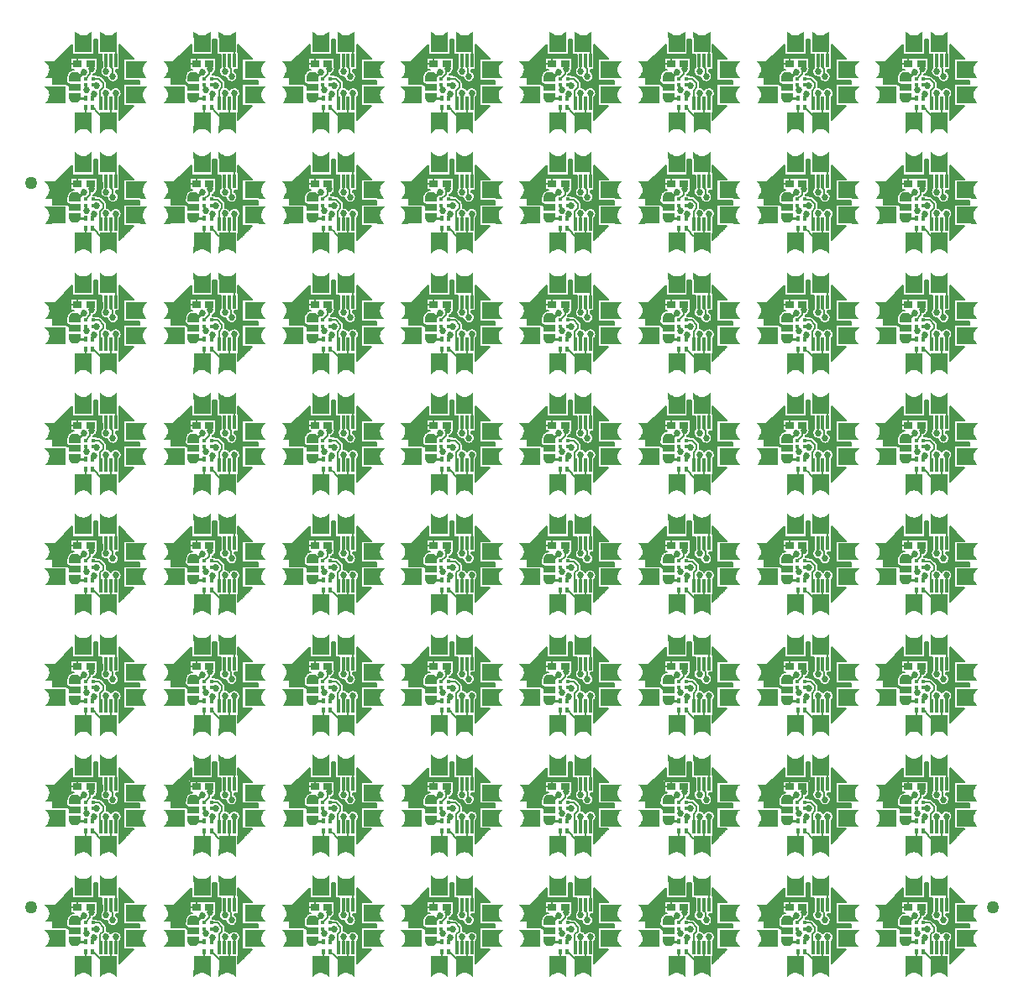
<source format=gbr>
G04 DipTrace 3.0.0.2*
G04 Top.gbr*
%MOIN*%
G04 #@! TF.FileFunction,Copper,L1,Top*
G04 #@! TF.Part,Single*
%AMOUTLINE0*
4,1,11,
0.023622,-0.001144,
0.023622,-0.018467,
-0.023622,-0.018467,
-0.023622,-0.001144,
-0.02126,0.005155,
-0.015748,0.013029,
-0.007874,0.016967,
0.0,0.018467,
0.007874,0.016966,
0.015748,0.013029,
0.02126,0.005155,
0.023622,-0.001144,
0*%
%AMOUTLINE3*
4,1,11,
-0.023622,0.001144,
-0.023622,0.018467,
0.023622,0.018467,
0.023622,0.001144,
0.02126,-0.005155,
0.015748,-0.013029,
0.007874,-0.016967,
0.0,-0.018467,
-0.007874,-0.016966,
-0.015748,-0.013029,
-0.02126,-0.005155,
-0.023622,0.001144,
0*%
G04 #@! TA.AperFunction,Conductor*
%ADD13C,0.008*%
%ADD14C,0.01*%
G04 #@! TA.AperFunction,CopperBalancing*
%ADD15C,0.006*%
%ADD17R,0.035433X0.027559*%
%ADD19R,0.017717X0.011811*%
G04 #@! TA.AperFunction,ComponentPad*
%ADD20R,0.062992X0.066929*%
%ADD21R,0.066929X0.062992*%
%ADD23R,0.047244X0.029*%
%ADD25R,0.015748X0.019685*%
%ADD27R,0.011811X0.05315*%
%ADD30C,0.05*%
G04 #@! TA.AperFunction,ViaPad*
%ADD32C,0.027*%
%ADD57OUTLINE0*%
%ADD60OUTLINE3*%
%FSLAX26Y26*%
G04*
G70*
G90*
G75*
G01*
G04 Top*
%LPD*%
X670047Y660654D2*
D13*
Y647887D1*
X675924Y642010D1*
X670047Y685850D2*
X689211Y705014D1*
Y726308D1*
X694870D1*
X770811Y757087D2*
Y730361D1*
X776299Y724873D1*
Y695675D1*
X778702D1*
X694870Y726308D2*
X696226D1*
Y740178D1*
X690093Y746311D1*
X698591Y610126D2*
D14*
Y619811D1*
X704860Y626080D1*
X628411Y696244D2*
X644147D1*
X661234Y713331D1*
X664207D1*
X628411Y610244D2*
X670913D1*
X671031Y610126D1*
X790496Y757087D2*
D15*
Y793756D1*
X761811Y822441D1*
X751126Y757087D2*
D13*
Y715516D1*
X752169D1*
X699575Y660654D2*
X714584D1*
X715811Y659427D1*
X790496Y587795D2*
X790278Y628714D1*
X671031Y570756D2*
Y531661D1*
X661811Y522441D1*
X751126Y587795D2*
Y628163D1*
X752293Y629329D1*
X698591Y570756D2*
X700466D1*
X717693Y553529D1*
Y551991D1*
X746555Y523129D1*
X761123D1*
X761811Y522441D1*
X770811Y587795D2*
D15*
Y531441D1*
X761811Y522441D1*
X628411Y653244D2*
D14*
X614596D1*
X601654Y666186D1*
X598487D1*
X561811Y702862D1*
Y722441D1*
X731441Y757087D2*
D15*
X728937D1*
Y706007D1*
X765276Y669668D1*
X792602D1*
X810181Y687247D1*
X812320Y689386D1*
Y754948D1*
X810181Y757087D1*
Y587795D2*
X813361D1*
X821236Y595671D1*
Y687247D1*
X810181D1*
X731441Y587795D2*
D13*
X728542D1*
Y638861D1*
X740791Y651110D1*
Y667734D1*
X723689Y684836D1*
X700589D1*
X699575Y685850D1*
D32*
X752169Y715516D3*
X752293Y629329D3*
X715811Y659427D3*
X675924Y642010D3*
X704860Y626080D3*
X694870Y726308D3*
X664207Y713331D3*
X778702Y695675D3*
X790278Y628714D3*
X705130Y837588D2*
D15*
X718555D1*
X705130Y831719D2*
X718555D1*
X705130Y825850D2*
X718555D1*
X705130Y819982D2*
X718555D1*
X611567Y814113D2*
X618524D1*
X705130D2*
X718555D1*
X805067D2*
X812024D1*
X605661Y808244D2*
X618524D1*
X705130D2*
X718555D1*
X805067D2*
X817929D1*
X599848Y802375D2*
X618524D1*
X705130D2*
X718555D1*
X805067D2*
X823743D1*
X593942Y796507D2*
X618524D1*
X705130D2*
X718555D1*
X805067D2*
X829648D1*
X588035Y790638D2*
X618524D1*
X705130D2*
X718555D1*
X806192D2*
X835555D1*
X582223Y784769D2*
X618524D1*
X705130D2*
X718555D1*
X806192D2*
X841367D1*
X576318Y778900D2*
X735429D1*
X806192D2*
X847273D1*
X570505Y773031D2*
X735429D1*
X806192D2*
X853085D1*
X564598Y767163D2*
X611399D1*
X717598D2*
X735429D1*
X806192D2*
X858992D1*
X558692Y761294D2*
X611399D1*
X717598D2*
X735429D1*
X806192D2*
X820461D1*
X552879Y755425D2*
X611399D1*
X717598D2*
X735429D1*
X806192D2*
X820461D1*
X546974Y749556D2*
X611399D1*
X717598D2*
X735429D1*
X806192D2*
X820461D1*
X541395Y743688D2*
X611399D1*
X717598D2*
X735429D1*
X806192D2*
X820461D1*
X541395Y737819D2*
X611399D1*
X717598D2*
X735429D1*
X806192D2*
X820461D1*
X541395Y731950D2*
X611399D1*
X717598D2*
X735429D1*
X806192D2*
X820461D1*
X541395Y726081D2*
X611399D1*
X718161D2*
X731492D1*
X806192D2*
X820461D1*
X541395Y720213D2*
X613273D1*
X717411D2*
X729336D1*
X790161D2*
X820461D1*
X541395Y714344D2*
X604367D1*
X714786D2*
X728867D1*
X792223D2*
X820461D1*
X541395Y708475D2*
X600243D1*
X709535D2*
X729992D1*
X798035D2*
X820461D1*
X541395Y702606D2*
X597148D1*
X702786D2*
X732899D1*
X800942D2*
X820461D1*
X541395Y696738D2*
X595085D1*
X730067D2*
X738804D1*
X801974D2*
X820461D1*
X541395Y690869D2*
X594992D1*
X737005D2*
X755867D1*
X801505D2*
X820461D1*
X541395Y685000D2*
X594243D1*
X742818D2*
X758024D1*
X799348D2*
X820461D1*
X541395Y679131D2*
X594243D1*
X748723D2*
X762524D1*
X794848D2*
X882243D1*
X541395Y673262D2*
X594243D1*
X753411D2*
X774336D1*
X783035D2*
X882243D1*
X541395Y667394D2*
X594243D1*
X754630D2*
X882243D1*
X754630Y661525D2*
X820461D1*
X754630Y655656D2*
X820461D1*
X762786Y649787D2*
X781180D1*
X799348D2*
X820461D1*
X807786Y643919D2*
X820461D1*
X811630Y638050D2*
X820461D1*
X813318Y632181D2*
X820461D1*
X813505Y626312D2*
X820461D1*
X812005Y620444D2*
X820461D1*
X808630Y614575D2*
X820461D1*
X806192Y608706D2*
X820461D1*
X806192Y602837D2*
X820461D1*
X806192Y596969D2*
X820461D1*
X806192Y591100D2*
X820461D1*
X806192Y585231D2*
X820461D1*
X806192Y579362D2*
X860680D1*
X806192Y573493D2*
X854773D1*
X806192Y567625D2*
X848867D1*
X806192Y561756D2*
X843055D1*
X806192Y555887D2*
X837148D1*
X805067Y550018D2*
X831336D1*
X805067Y544150D2*
X825429D1*
X805067Y538281D2*
X819524D1*
X805067Y532412D2*
X813711D1*
X612555Y769331D2*
X717050D1*
X717088Y731151D1*
X717610Y726308D1*
X717412Y723318D1*
X716823Y720378D1*
X715852Y717542D1*
X714517Y714858D1*
X712840Y712373D1*
X710850Y710130D1*
X708584Y708168D1*
X706077Y706522D1*
X702399Y704898D1*
X702081Y701951D1*
X702476Y700996D1*
X717673D1*
Y698089D1*
X723689Y698076D1*
X726663Y697738D1*
X729486Y696740D1*
X732077Y695067D1*
X733051Y694198D1*
X750152Y677096D1*
X752017Y674753D1*
X753307Y672052D1*
X753957Y669037D1*
X754030Y667734D1*
Y651972D1*
X756114Y651745D1*
X759030Y651049D1*
X761828Y649974D1*
X764462Y648539D1*
X766883Y646772D1*
X769050Y644701D1*
X771461Y641482D1*
X774701Y645281D1*
X777016Y647186D1*
X779562Y648770D1*
X782293Y650005D1*
X785163Y650871D1*
X788122Y651352D1*
X791118Y651438D1*
X794100Y651130D1*
X797016Y650433D1*
X799814Y649358D1*
X802448Y647924D1*
X804869Y646156D1*
X807035Y644085D1*
X808912Y641748D1*
X810465Y639184D1*
X811667Y636437D1*
X812496Y633556D1*
X813018Y628714D1*
X812820Y625723D1*
X812231Y622783D1*
X811260Y619948D1*
X809925Y617264D1*
X808248Y614778D1*
X805621Y611984D1*
X805642Y551980D1*
X804423D1*
X804516Y542177D1*
Y522583D1*
X861646Y579765D1*
X821075Y579736D1*
Y665146D1*
X882856D1*
X882827Y679672D1*
X854547Y679736D1*
X821075D1*
Y765146D1*
X861669D1*
X804487Y822276D1*
X804516Y792958D1*
X805642Y792902D1*
Y721272D1*
X789610D1*
X789539Y715591D1*
X793291Y713117D1*
X795459Y711046D1*
X797336Y708709D1*
X798888Y706144D1*
X800091Y703398D1*
X800920Y700517D1*
X801442Y695675D1*
X801244Y692684D1*
X800655Y689744D1*
X799684Y686908D1*
X798348Y684224D1*
X796672Y681739D1*
X794682Y679496D1*
X792415Y677535D1*
X789909Y675888D1*
X787210Y674587D1*
X784361Y673651D1*
X781415Y673097D1*
X778421Y672937D1*
X775433Y673171D1*
X772501Y673797D1*
X769677Y674802D1*
X767010Y676171D1*
X764546Y677878D1*
X762328Y679895D1*
X760394Y682186D1*
X758780Y684711D1*
X757510Y687428D1*
X756609Y690286D1*
X756109Y693147D1*
X751890Y692777D1*
X748900Y693012D1*
X745969Y693638D1*
X743144Y694643D1*
X740478Y696012D1*
X738013Y697719D1*
X735795Y699736D1*
X733862Y702028D1*
X732247Y704552D1*
X730978Y707268D1*
X730077Y710127D1*
X729560Y713080D1*
X729436Y716076D1*
X729707Y719062D1*
X730369Y721986D1*
X731409Y724797D1*
X732811Y727448D1*
X734549Y729890D1*
X736017Y731466D1*
X735980Y781740D1*
X719106Y781705D1*
Y843486D1*
X704580Y843457D1*
X704516Y815177D1*
Y781705D1*
X619106D1*
Y822299D1*
X540753Y743895D1*
X540795Y665210D1*
X569075Y665146D1*
X594856D1*
X594802Y689798D1*
X595646D1*
X595549Y695100D1*
X596136Y698344D1*
X598609Y704923D1*
X601302Y709155D1*
X605093Y714572D1*
X606829Y716438D1*
X611213Y718879D1*
X616403Y721475D1*
X618807Y722287D1*
X623869Y723291D1*
X611955D1*
Y769331D1*
X612555D1*
X638912Y769319D2*
Y746311D1*
X611967D2*
X638912D1*
D17*
D3*
X690093D3*
D19*
X699575Y660654D3*
Y685850D3*
X670047D3*
Y660654D3*
D20*
X861811Y622441D3*
Y722441D3*
D21*
X761811Y522441D3*
X661811D3*
D57*
X628411Y696244D3*
D60*
Y610244D3*
D23*
Y653244D3*
D21*
X661811Y822441D3*
X761811D3*
D20*
X561811Y622441D3*
Y722441D3*
D25*
X671031Y570756D3*
X698591D3*
Y610126D3*
X671031D3*
D27*
X731441Y587795D3*
X751126D3*
X770811D3*
X790496D3*
X810181D3*
Y757087D3*
X790496D3*
X770811D3*
X751126D3*
X731441D3*
D30*
X452756Y748031D3*
X4271654D3*
X452756Y3622047D3*
G36*
X915878Y655902D2*
X886746D1*
X886619Y588845D1*
X915878D1*
X908330Y595279D1*
X903317Y602435D1*
X899479Y610363D1*
X898316Y614563D1*
X897509Y620610D1*
Y624406D1*
X898316Y630168D1*
X899479Y634519D1*
X903317Y642447D1*
X907938Y649435D1*
X915878Y655902D1*
G37*
G36*
Y755900D2*
X886746D1*
X886619Y688843D1*
X915878D1*
X908330Y695277D1*
X903317Y702449D1*
X899479Y710361D1*
X898316Y714561D1*
X897509Y720608D1*
Y724404D1*
X898316Y730166D1*
X899479Y734517D1*
X903317Y742445D1*
X907938Y749433D1*
X915878Y755900D1*
G37*
G36*
X728350Y468374D2*
Y497506D1*
X795407Y497633D1*
Y468374D1*
X788973Y475922D1*
X781817Y480935D1*
X773889Y484772D1*
X769689Y485936D1*
X763642Y486743D1*
X759846D1*
X754084Y485936D1*
X749733Y484772D1*
X741805Y480935D1*
X734817Y476314D1*
X728350Y468374D1*
G37*
G36*
X628352D2*
Y497506D1*
X695409Y497633D1*
Y468374D1*
X688975Y475922D1*
X681803Y480935D1*
X673891Y484772D1*
X669691Y485936D1*
X663644Y486743D1*
X659848D1*
X654086Y485936D1*
X649735Y484772D1*
X641807Y480935D1*
X634819Y476314D1*
X628352Y468374D1*
G37*
G36*
X695272Y876508D2*
Y847376D1*
X628215Y847249D1*
Y876508D1*
X634649Y868960D1*
X641805Y863947D1*
X649733Y860109D1*
X653933Y858946D1*
X659980Y858139D1*
X663776D1*
X669538Y858946D1*
X673889Y860109D1*
X681817Y863947D1*
X688805Y868568D1*
X695272Y876508D1*
G37*
G36*
X795270D2*
Y847376D1*
X728213Y847249D1*
Y876508D1*
X734647Y868960D1*
X741819Y863947D1*
X749731Y860109D1*
X753931Y858946D1*
X759978Y858139D1*
X763774D1*
X769536Y858946D1*
X773887Y860109D1*
X781815Y863947D1*
X788803Y868568D1*
X795270Y876508D1*
G37*
G36*
X507744Y655902D2*
X536876D1*
X537003Y588845D1*
X507744D1*
X515292Y595279D1*
X520305Y602435D1*
X524143Y610363D1*
X525306Y614563D1*
X526113Y620610D1*
Y624406D1*
X525306Y630168D1*
X524143Y634519D1*
X520305Y642447D1*
X515684Y649435D1*
X507744Y655902D1*
G37*
G36*
Y755900D2*
X536876D1*
X537003Y688843D1*
X507744D1*
X515292Y695277D1*
X520305Y702449D1*
X524143Y710361D1*
X525306Y714561D1*
X526113Y720608D1*
Y724404D1*
X525306Y730166D1*
X524143Y734517D1*
X520305Y742445D1*
X515684Y749433D1*
X507744Y755900D1*
G37*
X1140913Y660654D2*
D13*
Y647887D1*
X1146790Y642010D1*
X1140913Y685850D2*
X1160077Y705014D1*
Y726308D1*
X1165736D1*
X1241677Y757087D2*
Y730361D1*
X1247165Y724873D1*
Y695675D1*
X1249568D1*
X1165736Y726308D2*
X1167092D1*
Y740178D1*
X1160959Y746311D1*
X1169457Y610126D2*
D14*
Y619811D1*
X1175726Y626080D1*
X1099277Y696244D2*
X1115013D1*
X1132100Y713331D1*
X1135073D1*
X1099277Y610244D2*
X1141780D1*
X1141898Y610126D1*
X1261362Y757087D2*
D15*
Y793756D1*
X1232677Y822441D1*
X1221992Y757087D2*
D13*
Y715516D1*
X1223035D1*
X1170441Y660654D2*
X1185450D1*
X1186677Y659427D1*
X1261362Y587795D2*
X1261144Y628714D1*
X1141898Y570756D2*
Y531661D1*
X1132677Y522441D1*
X1221992Y587795D2*
Y628163D1*
X1223159Y629329D1*
X1169457Y570756D2*
X1171332D1*
X1188559Y553529D1*
Y551991D1*
X1217421Y523129D1*
X1231990D1*
X1232677Y522441D1*
X1241677Y587795D2*
D15*
Y531441D1*
X1232677Y522441D1*
X1099277Y653244D2*
D14*
X1085462D1*
X1072520Y666186D1*
X1069353D1*
X1032677Y702862D1*
Y722441D1*
X1202307Y757087D2*
D15*
X1199803D1*
Y706007D1*
X1236142Y669668D1*
X1263469D1*
X1281047Y687247D1*
X1283186Y689386D1*
Y754948D1*
X1281047Y757087D1*
Y587795D2*
X1284227D1*
X1292102Y595671D1*
Y687247D1*
X1281047D1*
X1202307Y587795D2*
D13*
X1199408D1*
Y638861D1*
X1211657Y651110D1*
Y667734D1*
X1194555Y684836D1*
X1171455D1*
X1170441Y685850D1*
D32*
X1223035Y715516D3*
X1223159Y629329D3*
X1186677Y659427D3*
X1146790Y642010D3*
X1175726Y626080D3*
X1165736Y726308D3*
X1135073Y713331D3*
X1249568Y695675D3*
X1261144Y628714D3*
X1175996Y837588D2*
D15*
X1189421D1*
X1175996Y831719D2*
X1189421D1*
X1175996Y825850D2*
X1189421D1*
X1175996Y819982D2*
X1189421D1*
X1082433Y814113D2*
X1089390D1*
X1175996D2*
X1189421D1*
X1275933D2*
X1282890D1*
X1076528Y808244D2*
X1089390D1*
X1175996D2*
X1189421D1*
X1275933D2*
X1288795D1*
X1070714Y802375D2*
X1089390D1*
X1175996D2*
X1189421D1*
X1275933D2*
X1294609D1*
X1064808Y796507D2*
X1089390D1*
X1175996D2*
X1189421D1*
X1275933D2*
X1300514D1*
X1058902Y790638D2*
X1089390D1*
X1175996D2*
X1189421D1*
X1277058D2*
X1306421D1*
X1053089Y784769D2*
X1089390D1*
X1175996D2*
X1189421D1*
X1277058D2*
X1312234D1*
X1047184Y778900D2*
X1206295D1*
X1277058D2*
X1318139D1*
X1041371Y773031D2*
X1206295D1*
X1277058D2*
X1323951D1*
X1035465Y767163D2*
X1082265D1*
X1188465D2*
X1206295D1*
X1277058D2*
X1329858D1*
X1029558Y761294D2*
X1082265D1*
X1188465D2*
X1206295D1*
X1277058D2*
X1291327D1*
X1023745Y755425D2*
X1082265D1*
X1188465D2*
X1206295D1*
X1277058D2*
X1291327D1*
X1017840Y749556D2*
X1082265D1*
X1188465D2*
X1206295D1*
X1277058D2*
X1291327D1*
X1012261Y743688D2*
X1082265D1*
X1188465D2*
X1206295D1*
X1277058D2*
X1291327D1*
X1012261Y737819D2*
X1082265D1*
X1188465D2*
X1206295D1*
X1277058D2*
X1291327D1*
X1012261Y731950D2*
X1082265D1*
X1188465D2*
X1206295D1*
X1277058D2*
X1291327D1*
X1012261Y726081D2*
X1082265D1*
X1189028D2*
X1202358D1*
X1277058D2*
X1291327D1*
X1012261Y720213D2*
X1084139D1*
X1188277D2*
X1200202D1*
X1261028D2*
X1291327D1*
X1012261Y714344D2*
X1075234D1*
X1185652D2*
X1199734D1*
X1263089D2*
X1291327D1*
X1012261Y708475D2*
X1071109D1*
X1180402D2*
X1200858D1*
X1268902D2*
X1291327D1*
X1012261Y702606D2*
X1068014D1*
X1173652D2*
X1203765D1*
X1271808D2*
X1291327D1*
X1012261Y696738D2*
X1065951D1*
X1200933D2*
X1209671D1*
X1272840D2*
X1291327D1*
X1012261Y690869D2*
X1065858D1*
X1207871D2*
X1226734D1*
X1272371D2*
X1291327D1*
X1012261Y685000D2*
X1065109D1*
X1213684D2*
X1228890D1*
X1270214D2*
X1291327D1*
X1012261Y679131D2*
X1065109D1*
X1219589D2*
X1233390D1*
X1265714D2*
X1353109D1*
X1012261Y673262D2*
X1065109D1*
X1224277D2*
X1245202D1*
X1253902D2*
X1353109D1*
X1012261Y667394D2*
X1065109D1*
X1225496D2*
X1353109D1*
X1225496Y661525D2*
X1291327D1*
X1225496Y655656D2*
X1291327D1*
X1233652Y649787D2*
X1252046D1*
X1270214D2*
X1291327D1*
X1278652Y643919D2*
X1291327D1*
X1282496Y638050D2*
X1291327D1*
X1284184Y632181D2*
X1291327D1*
X1284371Y626312D2*
X1291327D1*
X1282871Y620444D2*
X1291327D1*
X1279496Y614575D2*
X1291327D1*
X1277058Y608706D2*
X1291327D1*
X1277058Y602837D2*
X1291327D1*
X1277058Y596969D2*
X1291327D1*
X1277058Y591100D2*
X1291327D1*
X1277058Y585231D2*
X1291327D1*
X1277058Y579362D2*
X1331546D1*
X1277058Y573493D2*
X1325639D1*
X1277058Y567625D2*
X1319734D1*
X1277058Y561756D2*
X1313921D1*
X1277058Y555887D2*
X1308014D1*
X1275933Y550018D2*
X1302202D1*
X1275933Y544150D2*
X1296295D1*
X1275933Y538281D2*
X1290390D1*
X1275933Y532412D2*
X1284577D1*
X1083421Y769331D2*
X1187916D1*
X1187954Y731151D1*
X1188476Y726308D1*
X1188278Y723318D1*
X1187689Y720378D1*
X1186718Y717542D1*
X1185383Y714858D1*
X1183706Y712373D1*
X1181717Y710130D1*
X1179450Y708168D1*
X1176944Y706522D1*
X1173265Y704898D1*
X1172948Y701951D1*
X1173343Y700996D1*
X1188539D1*
Y698089D1*
X1194555Y698076D1*
X1197529Y697738D1*
X1200352Y696740D1*
X1202944Y695067D1*
X1203917Y694198D1*
X1221018Y677096D1*
X1222883Y674753D1*
X1224173Y672052D1*
X1224823Y669037D1*
X1224896Y667734D1*
Y651972D1*
X1226980Y651745D1*
X1229896Y651049D1*
X1232694Y649974D1*
X1235328Y648539D1*
X1237749Y646772D1*
X1239916Y644701D1*
X1242327Y641482D1*
X1245567Y645281D1*
X1247882Y647186D1*
X1250428Y648770D1*
X1253159Y650005D1*
X1256029Y650871D1*
X1258988Y651352D1*
X1261984Y651438D1*
X1264966Y651130D1*
X1267882Y650433D1*
X1270680Y649358D1*
X1273314Y647924D1*
X1275735Y646156D1*
X1277902Y644085D1*
X1279778Y641748D1*
X1281331Y639184D1*
X1282533Y636437D1*
X1283362Y633556D1*
X1283885Y628714D1*
X1283686Y625723D1*
X1283097Y622783D1*
X1282126Y619948D1*
X1280791Y617264D1*
X1279114Y614778D1*
X1276487Y611984D1*
X1276508Y551980D1*
X1275289D1*
X1275382Y542177D1*
Y522583D1*
X1332512Y579765D1*
X1291941Y579736D1*
Y665146D1*
X1353722D1*
X1353693Y679672D1*
X1325413Y679736D1*
X1291941D1*
Y765146D1*
X1332535D1*
X1275353Y822276D1*
X1275382Y792958D1*
X1276508Y792902D1*
Y721272D1*
X1260476D1*
X1260406Y715591D1*
X1264157Y713117D1*
X1266325Y711046D1*
X1268202Y708709D1*
X1269755Y706144D1*
X1270957Y703398D1*
X1271786Y700517D1*
X1272308Y695675D1*
X1272110Y692684D1*
X1271521Y689744D1*
X1270550Y686908D1*
X1269214Y684224D1*
X1267538Y681739D1*
X1265549Y679496D1*
X1263281Y677535D1*
X1260776Y675888D1*
X1258076Y674587D1*
X1255227Y673651D1*
X1252281Y673097D1*
X1249287Y672937D1*
X1246299Y673171D1*
X1243367Y673797D1*
X1240543Y674802D1*
X1237877Y676171D1*
X1235412Y677878D1*
X1233194Y679895D1*
X1231260Y682186D1*
X1229646Y684711D1*
X1228377Y687428D1*
X1227475Y690286D1*
X1226975Y693147D1*
X1222756Y692777D1*
X1219766Y693012D1*
X1216835Y693638D1*
X1214010Y694643D1*
X1211344Y696012D1*
X1208879Y697719D1*
X1206661Y699736D1*
X1204728Y702028D1*
X1203113Y704552D1*
X1201844Y707268D1*
X1200944Y710127D1*
X1200427Y713080D1*
X1200302Y716076D1*
X1200573Y719062D1*
X1201235Y721986D1*
X1202276Y724797D1*
X1203677Y727448D1*
X1205415Y729890D1*
X1206883Y731466D1*
X1206846Y781740D1*
X1189972Y781705D1*
Y843486D1*
X1175446Y843457D1*
X1175382Y815177D1*
Y781705D1*
X1089972D1*
Y822299D1*
X1011619Y743895D1*
X1011661Y665210D1*
X1039941Y665146D1*
X1065722D1*
X1065668Y689798D1*
X1066512D1*
X1066415Y695100D1*
X1067003Y698344D1*
X1069475Y704923D1*
X1072168Y709155D1*
X1075959Y714572D1*
X1077696Y716438D1*
X1082079Y718879D1*
X1087269Y721475D1*
X1089673Y722287D1*
X1094735Y723291D1*
X1082822D1*
Y769331D1*
X1083421D1*
X1109778Y769319D2*
Y746311D1*
X1082833D2*
X1109778D1*
D17*
D3*
X1160959D3*
D19*
X1170441Y660654D3*
Y685850D3*
X1140913D3*
Y660654D3*
D20*
X1332677Y622441D3*
Y722441D3*
D21*
X1232677Y522441D3*
X1132677D3*
D57*
X1099277Y696244D3*
D60*
Y610244D3*
D23*
Y653244D3*
D21*
X1132677Y822441D3*
X1232677D3*
D20*
X1032677Y622441D3*
Y722441D3*
D25*
X1141898Y570756D3*
X1169457D3*
Y610126D3*
X1141898D3*
D27*
X1202307Y587795D3*
X1221992D3*
X1241677D3*
X1261362D3*
X1281047D3*
Y757087D3*
X1261362D3*
X1241677D3*
X1221992D3*
X1202307D3*
G36*
X1386744Y655902D2*
X1357612D1*
X1357485Y588845D1*
X1386744D1*
X1379196Y595279D1*
X1374183Y602435D1*
X1370346Y610363D1*
X1369182Y614563D1*
X1368375Y620610D1*
Y624406D1*
X1369182Y630168D1*
X1370346Y634519D1*
X1374183Y642447D1*
X1378804Y649435D1*
X1386744Y655902D1*
G37*
G36*
Y755900D2*
X1357612D1*
X1357485Y688843D1*
X1386744D1*
X1379196Y695277D1*
X1374183Y702449D1*
X1370346Y710361D1*
X1369182Y714561D1*
X1368375Y720608D1*
Y724404D1*
X1369182Y730166D1*
X1370346Y734517D1*
X1374183Y742445D1*
X1378804Y749433D1*
X1386744Y755900D1*
G37*
G36*
X1199216Y468374D2*
Y497506D1*
X1266273Y497633D1*
Y468374D1*
X1259839Y475922D1*
X1252683Y480935D1*
X1244755Y484772D1*
X1240555Y485936D1*
X1234508Y486743D1*
X1230712D1*
X1224950Y485936D1*
X1220599Y484772D1*
X1212671Y480935D1*
X1205683Y476314D1*
X1199216Y468374D1*
G37*
G36*
X1099218D2*
Y497506D1*
X1166275Y497633D1*
Y468374D1*
X1159841Y475922D1*
X1152669Y480935D1*
X1144757Y484772D1*
X1140557Y485936D1*
X1134510Y486743D1*
X1130714D1*
X1124952Y485936D1*
X1120602Y484772D1*
X1112673Y480935D1*
X1105685Y476314D1*
X1099218Y468374D1*
G37*
G36*
X1166139Y876508D2*
Y847376D1*
X1099081Y847249D1*
Y876508D1*
X1105515Y868960D1*
X1112671Y863947D1*
X1120599Y860109D1*
X1124799Y858946D1*
X1130846Y858139D1*
X1134643D1*
X1140404Y858946D1*
X1144755Y860109D1*
X1152683Y863947D1*
X1159671Y868568D1*
X1166139Y876508D1*
G37*
G36*
X1266136D2*
Y847376D1*
X1199079Y847249D1*
Y876508D1*
X1205513Y868960D1*
X1212686Y863947D1*
X1220597Y860109D1*
X1224797Y858946D1*
X1230844Y858139D1*
X1234640D1*
X1240402Y858946D1*
X1244753Y860109D1*
X1252681Y863947D1*
X1259669Y868568D1*
X1266136Y876508D1*
G37*
G36*
X978611Y655902D2*
X1007742D1*
X1007869Y588845D1*
X978611D1*
X986159Y595279D1*
X991171Y602435D1*
X995009Y610363D1*
X996173Y614563D1*
X996979Y620610D1*
Y624406D1*
X996173Y630168D1*
X995009Y634519D1*
X991171Y642447D1*
X986550Y649435D1*
X978611Y655902D1*
G37*
G36*
Y755900D2*
X1007742D1*
X1007869Y688843D1*
X978611D1*
X986159Y695277D1*
X991171Y702449D1*
X995009Y710361D1*
X996173Y714561D1*
X996979Y720608D1*
Y724404D1*
X996173Y730166D1*
X995009Y734517D1*
X991171Y742445D1*
X986550Y749433D1*
X978611Y755900D1*
G37*
X1611780Y660654D2*
D13*
Y647887D1*
X1617656Y642010D1*
X1611780Y685850D2*
X1630944Y705014D1*
Y726308D1*
X1636602D1*
X1712543Y757087D2*
Y730361D1*
X1718031Y724873D1*
Y695675D1*
X1720434D1*
X1636602Y726308D2*
X1637958D1*
Y740178D1*
X1631825Y746311D1*
X1640323Y610126D2*
D14*
Y619811D1*
X1646592Y626080D1*
X1570143Y696244D2*
X1585879D1*
X1602966Y713331D1*
X1605940D1*
X1570143Y610244D2*
X1612646D1*
X1612764Y610126D1*
X1732228Y757087D2*
D15*
Y793756D1*
X1703543Y822441D1*
X1692858Y757087D2*
D13*
Y715516D1*
X1693902D1*
X1641307Y660654D2*
X1656316D1*
X1657543Y659427D1*
X1732228Y587795D2*
X1732010Y628714D1*
X1612764Y570756D2*
Y531661D1*
X1603543Y522441D1*
X1692858Y587795D2*
Y628163D1*
X1694025Y629329D1*
X1640323Y570756D2*
X1642198D1*
X1659425Y553529D1*
Y551991D1*
X1688287Y523129D1*
X1702856D1*
X1703543Y522441D1*
X1712543Y587795D2*
D15*
Y531441D1*
X1703543Y522441D1*
X1570143Y653244D2*
D14*
X1556328D1*
X1543386Y666186D1*
X1540219D1*
X1503543Y702862D1*
Y722441D1*
X1673173Y757087D2*
D15*
X1670669D1*
Y706007D1*
X1707008Y669668D1*
X1734335D1*
X1751913Y687247D1*
X1754052Y689386D1*
Y754948D1*
X1751913Y757087D1*
Y587795D2*
X1755093D1*
X1762969Y595671D1*
Y687247D1*
X1751913D1*
X1673173Y587795D2*
D13*
X1670274D1*
Y638861D1*
X1682524Y651110D1*
Y667734D1*
X1665421Y684836D1*
X1642322D1*
X1641307Y685850D1*
D32*
X1693902Y715516D3*
X1694025Y629329D3*
X1657543Y659427D3*
X1617656Y642010D3*
X1646592Y626080D3*
X1636602Y726308D3*
X1605940Y713331D3*
X1720434Y695675D3*
X1732010Y628714D3*
X1646862Y837588D2*
D15*
X1660287D1*
X1646862Y831719D2*
X1660287D1*
X1646862Y825850D2*
X1660287D1*
X1646862Y819982D2*
X1660287D1*
X1553299Y814113D2*
X1560256D1*
X1646862D2*
X1660287D1*
X1746799D2*
X1753756D1*
X1547394Y808244D2*
X1560256D1*
X1646862D2*
X1660287D1*
X1746799D2*
X1759661D1*
X1541580Y802375D2*
X1560256D1*
X1646862D2*
X1660287D1*
X1746799D2*
X1765475D1*
X1535675Y796507D2*
X1560256D1*
X1646862D2*
X1660287D1*
X1746799D2*
X1771381D1*
X1529768Y790638D2*
X1560256D1*
X1646862D2*
X1660287D1*
X1747924D2*
X1777287D1*
X1523955Y784769D2*
X1560256D1*
X1646862D2*
X1660287D1*
X1747924D2*
X1783100D1*
X1518050Y778900D2*
X1677161D1*
X1747924D2*
X1789005D1*
X1512238Y773031D2*
X1677161D1*
X1747924D2*
X1794818D1*
X1506331Y767163D2*
X1553131D1*
X1659331D2*
X1677161D1*
X1747924D2*
X1800724D1*
X1500424Y761294D2*
X1553131D1*
X1659331D2*
X1677161D1*
X1747924D2*
X1762193D1*
X1494612Y755425D2*
X1553131D1*
X1659331D2*
X1677161D1*
X1747924D2*
X1762193D1*
X1488706Y749556D2*
X1553131D1*
X1659331D2*
X1677161D1*
X1747924D2*
X1762193D1*
X1483127Y743688D2*
X1553131D1*
X1659331D2*
X1677161D1*
X1747924D2*
X1762193D1*
X1483127Y737819D2*
X1553131D1*
X1659331D2*
X1677161D1*
X1747924D2*
X1762193D1*
X1483127Y731950D2*
X1553131D1*
X1659331D2*
X1677161D1*
X1747924D2*
X1762193D1*
X1483127Y726081D2*
X1553131D1*
X1659894D2*
X1673224D1*
X1747924D2*
X1762193D1*
X1483127Y720213D2*
X1555005D1*
X1659143D2*
X1671068D1*
X1731894D2*
X1762193D1*
X1483127Y714344D2*
X1546100D1*
X1656518D2*
X1670600D1*
X1733955D2*
X1762193D1*
X1483127Y708475D2*
X1541975D1*
X1651268D2*
X1671724D1*
X1739768D2*
X1762193D1*
X1483127Y702606D2*
X1538881D1*
X1644518D2*
X1674631D1*
X1742675D2*
X1762193D1*
X1483127Y696738D2*
X1536818D1*
X1671799D2*
X1680537D1*
X1743706D2*
X1762193D1*
X1483127Y690869D2*
X1536724D1*
X1678738D2*
X1697600D1*
X1743238D2*
X1762193D1*
X1483127Y685000D2*
X1535975D1*
X1684550D2*
X1699756D1*
X1741080D2*
X1762193D1*
X1483127Y679131D2*
X1535975D1*
X1690455D2*
X1704256D1*
X1736580D2*
X1823975D1*
X1483127Y673262D2*
X1535975D1*
X1695143D2*
X1716068D1*
X1724768D2*
X1823975D1*
X1483127Y667394D2*
X1535975D1*
X1696362D2*
X1823975D1*
X1696362Y661525D2*
X1762193D1*
X1696362Y655656D2*
X1762193D1*
X1704518Y649787D2*
X1722912D1*
X1741080D2*
X1762193D1*
X1749518Y643919D2*
X1762193D1*
X1753362Y638050D2*
X1762193D1*
X1755050Y632181D2*
X1762193D1*
X1755238Y626312D2*
X1762193D1*
X1753738Y620444D2*
X1762193D1*
X1750362Y614575D2*
X1762193D1*
X1747924Y608706D2*
X1762193D1*
X1747924Y602837D2*
X1762193D1*
X1747924Y596969D2*
X1762193D1*
X1747924Y591100D2*
X1762193D1*
X1747924Y585231D2*
X1762193D1*
X1747924Y579362D2*
X1802412D1*
X1747924Y573493D2*
X1796505D1*
X1747924Y567625D2*
X1790600D1*
X1747924Y561756D2*
X1784787D1*
X1747924Y555887D2*
X1778881D1*
X1746799Y550018D2*
X1773068D1*
X1746799Y544150D2*
X1767161D1*
X1746799Y538281D2*
X1761256D1*
X1746799Y532412D2*
X1755444D1*
X1554287Y769331D2*
X1658782D1*
X1658820Y731151D1*
X1659343Y726308D1*
X1659144Y723318D1*
X1658555Y720378D1*
X1657584Y717542D1*
X1656249Y714858D1*
X1654572Y712373D1*
X1652583Y710130D1*
X1650316Y708168D1*
X1647810Y706522D1*
X1644131Y704898D1*
X1643814Y701951D1*
X1644209Y700996D1*
X1659406D1*
Y698089D1*
X1665421Y698076D1*
X1668395Y697738D1*
X1671218Y696740D1*
X1673810Y695067D1*
X1674783Y694198D1*
X1691885Y677096D1*
X1693749Y674753D1*
X1695039Y672052D1*
X1695689Y669037D1*
X1695762Y667734D1*
Y651972D1*
X1697846Y651745D1*
X1700762Y651049D1*
X1703560Y649974D1*
X1706194Y648539D1*
X1708615Y646772D1*
X1710782Y644701D1*
X1713193Y641482D1*
X1716433Y645281D1*
X1718748Y647186D1*
X1721294Y648770D1*
X1724025Y650005D1*
X1726895Y650871D1*
X1729854Y651352D1*
X1732850Y651438D1*
X1735832Y651130D1*
X1738748Y650433D1*
X1741546Y649358D1*
X1744180Y647924D1*
X1746601Y646156D1*
X1748768Y644085D1*
X1750644Y641748D1*
X1752197Y639184D1*
X1753399Y636437D1*
X1754228Y633556D1*
X1754751Y628714D1*
X1754552Y625723D1*
X1753963Y622783D1*
X1752992Y619948D1*
X1751657Y617264D1*
X1749980Y614778D1*
X1747353Y611984D1*
X1747374Y551980D1*
X1746155D1*
X1746248Y542177D1*
Y522583D1*
X1803378Y579765D1*
X1762807Y579736D1*
Y665146D1*
X1824588D1*
X1824559Y679672D1*
X1796280Y679736D1*
X1762807D1*
Y765146D1*
X1803402D1*
X1746219Y822276D1*
X1746248Y792958D1*
X1747374Y792902D1*
Y721272D1*
X1731343D1*
X1731272Y715591D1*
X1735024Y713117D1*
X1737192Y711046D1*
X1739068Y708709D1*
X1740621Y706144D1*
X1741823Y703398D1*
X1742652Y700517D1*
X1743175Y695675D1*
X1742976Y692684D1*
X1742387Y689744D1*
X1741416Y686908D1*
X1740080Y684224D1*
X1738404Y681739D1*
X1736415Y679496D1*
X1734147Y677535D1*
X1731642Y675888D1*
X1728942Y674587D1*
X1726093Y673651D1*
X1723147Y673097D1*
X1720154Y672937D1*
X1717165Y673171D1*
X1714234Y673797D1*
X1711409Y674802D1*
X1708743Y676171D1*
X1706278Y677878D1*
X1704060Y679895D1*
X1702126Y682186D1*
X1700512Y684711D1*
X1699243Y687428D1*
X1698341Y690286D1*
X1697841Y693147D1*
X1693622Y692777D1*
X1690633Y693012D1*
X1687701Y693638D1*
X1684877Y694643D1*
X1682210Y696012D1*
X1679745Y697719D1*
X1677528Y699736D1*
X1675594Y702028D1*
X1673979Y704552D1*
X1672710Y707268D1*
X1671810Y710127D1*
X1671293Y713080D1*
X1671168Y716076D1*
X1671440Y719062D1*
X1672101Y721986D1*
X1673142Y724797D1*
X1674543Y727448D1*
X1676281Y729890D1*
X1677749Y731466D1*
X1677713Y781740D1*
X1660839Y781705D1*
Y843486D1*
X1646312Y843457D1*
X1646248Y815177D1*
Y781705D1*
X1560839D1*
Y822299D1*
X1482486Y743895D1*
X1482528Y665210D1*
X1510807Y665146D1*
X1536588D1*
X1536534Y689798D1*
X1537378D1*
X1537281Y695100D1*
X1537869Y698344D1*
X1540341Y704923D1*
X1543034Y709155D1*
X1546825Y714572D1*
X1548562Y716438D1*
X1552945Y718879D1*
X1558135Y721475D1*
X1560539Y722287D1*
X1565601Y723291D1*
X1553688D1*
Y769331D1*
X1554287D1*
X1580644Y769319D2*
Y746311D1*
X1553699D2*
X1580644D1*
D17*
D3*
X1631825D3*
D19*
X1641307Y660654D3*
Y685850D3*
X1611780D3*
Y660654D3*
D20*
X1803543Y622441D3*
Y722441D3*
D21*
X1703543Y522441D3*
X1603543D3*
D57*
X1570143Y696244D3*
D60*
Y610244D3*
D23*
Y653244D3*
D21*
X1603543Y822441D3*
X1703543D3*
D20*
X1503543Y622441D3*
Y722441D3*
D25*
X1612764Y570756D3*
X1640323D3*
Y610126D3*
X1612764D3*
D27*
X1673173Y587795D3*
X1692858D3*
X1712543D3*
X1732228D3*
X1751913D3*
Y757087D3*
X1732228D3*
X1712543D3*
X1692858D3*
X1673173D3*
G36*
X1857610Y655902D2*
X1828478D1*
X1828351Y588845D1*
X1857610D1*
X1850062Y595279D1*
X1845049Y602435D1*
X1841212Y610363D1*
X1840048Y614563D1*
X1839241Y620610D1*
Y624406D1*
X1840048Y630168D1*
X1841212Y634519D1*
X1845049Y642447D1*
X1849670Y649435D1*
X1857610Y655902D1*
G37*
G36*
Y755900D2*
X1828478D1*
X1828351Y688843D1*
X1857610D1*
X1850062Y695277D1*
X1845049Y702449D1*
X1841212Y710361D1*
X1840048Y714561D1*
X1839241Y720608D1*
Y724404D1*
X1840048Y730166D1*
X1841212Y734517D1*
X1845049Y742445D1*
X1849670Y749433D1*
X1857610Y755900D1*
G37*
G36*
X1670082Y468374D2*
Y497506D1*
X1737139Y497633D1*
Y468374D1*
X1730706Y475922D1*
X1723550Y480935D1*
X1715621Y484772D1*
X1711422Y485936D1*
X1705374Y486743D1*
X1701578D1*
X1695816Y485936D1*
X1691466Y484772D1*
X1683537Y480935D1*
X1676549Y476314D1*
X1670082Y468374D1*
G37*
G36*
X1570084D2*
Y497506D1*
X1637141Y497633D1*
Y468374D1*
X1630708Y475922D1*
X1623535Y480935D1*
X1615623Y484772D1*
X1611424Y485936D1*
X1605376Y486743D1*
X1601580D1*
X1595818Y485936D1*
X1591468Y484772D1*
X1583539Y480935D1*
X1576551Y476314D1*
X1570084Y468374D1*
G37*
G36*
X1637005Y876508D2*
Y847376D1*
X1569948Y847249D1*
Y876508D1*
X1576381Y868960D1*
X1583537Y863947D1*
X1591466Y860109D1*
X1595665Y858946D1*
X1601712Y858139D1*
X1605509D1*
X1611270Y858946D1*
X1615621Y860109D1*
X1623550Y863947D1*
X1630538Y868568D1*
X1637005Y876508D1*
G37*
G36*
X1737003D2*
Y847376D1*
X1669945Y847249D1*
Y876508D1*
X1676379Y868960D1*
X1683552Y863947D1*
X1691464Y860109D1*
X1695663Y858946D1*
X1701710Y858139D1*
X1705507D1*
X1711268Y858946D1*
X1715619Y860109D1*
X1723548Y863947D1*
X1730535Y868568D1*
X1737003Y876508D1*
G37*
G36*
X1449477Y655902D2*
X1478608D1*
X1478735Y588845D1*
X1449477D1*
X1457025Y595279D1*
X1462037Y602435D1*
X1465875Y610363D1*
X1467039Y614563D1*
X1467845Y620610D1*
Y624406D1*
X1467039Y630168D1*
X1465875Y634519D1*
X1462037Y642447D1*
X1457416Y649435D1*
X1449477Y655902D1*
G37*
G36*
Y755900D2*
X1478608D1*
X1478735Y688843D1*
X1449477D1*
X1457025Y695277D1*
X1462037Y702449D1*
X1465875Y710361D1*
X1467039Y714561D1*
X1467845Y720608D1*
Y724404D1*
X1467039Y730166D1*
X1465875Y734517D1*
X1462037Y742445D1*
X1457416Y749433D1*
X1449477Y755900D1*
G37*
X2082646Y660654D2*
D13*
Y647887D1*
X2088522Y642010D1*
X2082646Y685850D2*
X2101810Y705014D1*
Y726308D1*
X2107469D1*
X2183409Y757087D2*
Y730361D1*
X2188898Y724873D1*
Y695675D1*
X2191301D1*
X2107469Y726308D2*
X2108824D1*
Y740178D1*
X2102692Y746311D1*
X2111189Y610126D2*
D14*
Y619811D1*
X2117458Y626080D1*
X2041009Y696244D2*
X2056745D1*
X2073832Y713331D1*
X2076806D1*
X2041009Y610244D2*
X2083512D1*
X2083630Y610126D1*
X2203094Y757087D2*
D15*
Y793756D1*
X2174409Y822441D1*
X2163724Y757087D2*
D13*
Y715516D1*
X2164768D1*
X2112173Y660654D2*
X2127182D1*
X2128409Y659427D1*
X2203094Y587795D2*
X2202877Y628714D1*
X2083630Y570756D2*
Y531661D1*
X2074409Y522441D1*
X2163724Y587795D2*
Y628163D1*
X2164891Y629329D1*
X2111189Y570756D2*
X2113064D1*
X2130291Y553529D1*
Y551991D1*
X2159154Y523129D1*
X2173722D1*
X2174409Y522441D1*
X2183409Y587795D2*
D15*
Y531441D1*
X2174409Y522441D1*
X2041009Y653244D2*
D14*
X2027194D1*
X2014252Y666186D1*
X2011085D1*
X1974409Y702862D1*
Y722441D1*
X2144039Y757087D2*
D15*
X2141535D1*
Y706007D1*
X2177874Y669668D1*
X2205201D1*
X2222780Y687247D1*
X2224919Y689386D1*
Y754948D1*
X2222780Y757087D1*
Y587795D2*
X2225959D1*
X2233835Y595671D1*
Y687247D1*
X2222780D1*
X2144039Y587795D2*
D13*
X2141140D1*
Y638861D1*
X2153390Y651110D1*
Y667734D1*
X2136287Y684836D1*
X2113188D1*
X2112173Y685850D1*
D32*
X2164768Y715516D3*
X2164891Y629329D3*
X2128409Y659427D3*
X2088522Y642010D3*
X2117458Y626080D3*
X2107469Y726308D3*
X2076806Y713331D3*
X2191301Y695675D3*
X2202877Y628714D3*
X2117728Y837588D2*
D15*
X2131154D1*
X2117728Y831719D2*
X2131154D1*
X2117728Y825850D2*
X2131154D1*
X2117728Y819982D2*
X2131154D1*
X2024165Y814113D2*
X2031122D1*
X2117728D2*
X2131154D1*
X2217665D2*
X2224622D1*
X2018260Y808244D2*
X2031122D1*
X2117728D2*
X2131154D1*
X2217665D2*
X2230528D1*
X2012446Y802375D2*
X2031122D1*
X2117728D2*
X2131154D1*
X2217665D2*
X2236341D1*
X2006541Y796507D2*
X2031122D1*
X2117728D2*
X2131154D1*
X2217665D2*
X2242247D1*
X2000634Y790638D2*
X2031122D1*
X2117728D2*
X2131154D1*
X2218790D2*
X2248154D1*
X1994822Y784769D2*
X2031122D1*
X2117728D2*
X2131154D1*
X2218790D2*
X2253966D1*
X1988916Y778900D2*
X2148028D1*
X2218790D2*
X2259871D1*
X1983104Y773031D2*
X2148028D1*
X2218790D2*
X2265684D1*
X1977197Y767163D2*
X2023997D1*
X2130197D2*
X2148028D1*
X2218790D2*
X2271591D1*
X1971290Y761294D2*
X2023997D1*
X2130197D2*
X2148028D1*
X2218790D2*
X2233059D1*
X1965478Y755425D2*
X2023997D1*
X2130197D2*
X2148028D1*
X2218790D2*
X2233059D1*
X1959572Y749556D2*
X2023997D1*
X2130197D2*
X2148028D1*
X2218790D2*
X2233059D1*
X1953993Y743688D2*
X2023997D1*
X2130197D2*
X2148028D1*
X2218790D2*
X2233059D1*
X1953993Y737819D2*
X2023997D1*
X2130197D2*
X2148028D1*
X2218790D2*
X2233059D1*
X1953993Y731950D2*
X2023997D1*
X2130197D2*
X2148028D1*
X2218790D2*
X2233059D1*
X1953993Y726081D2*
X2023997D1*
X2130760D2*
X2144091D1*
X2218790D2*
X2233059D1*
X1953993Y720213D2*
X2025871D1*
X2130009D2*
X2141934D1*
X2202760D2*
X2233059D1*
X1953993Y714344D2*
X2016966D1*
X2127385D2*
X2141466D1*
X2204822D2*
X2233059D1*
X1953993Y708475D2*
X2012841D1*
X2122134D2*
X2142591D1*
X2210634D2*
X2233059D1*
X1953993Y702606D2*
X2009747D1*
X2115385D2*
X2145497D1*
X2213541D2*
X2233059D1*
X1953993Y696738D2*
X2007684D1*
X2142665D2*
X2151403D1*
X2214572D2*
X2233059D1*
X1953993Y690869D2*
X2007591D1*
X2149604D2*
X2168466D1*
X2214104D2*
X2233059D1*
X1953993Y685000D2*
X2006841D1*
X2155416D2*
X2170622D1*
X2211946D2*
X2233059D1*
X1953993Y679131D2*
X2006841D1*
X2161322D2*
X2175122D1*
X2207446D2*
X2294841D1*
X1953993Y673262D2*
X2006841D1*
X2166009D2*
X2186934D1*
X2195634D2*
X2294841D1*
X1953993Y667394D2*
X2006841D1*
X2167228D2*
X2294841D1*
X2167228Y661525D2*
X2233059D1*
X2167228Y655656D2*
X2233059D1*
X2175385Y649787D2*
X2193778D1*
X2211946D2*
X2233059D1*
X2220385Y643919D2*
X2233059D1*
X2224228Y638050D2*
X2233059D1*
X2225916Y632181D2*
X2233059D1*
X2226104Y626312D2*
X2233059D1*
X2224604Y620444D2*
X2233059D1*
X2221228Y614575D2*
X2233059D1*
X2218790Y608706D2*
X2233059D1*
X2218790Y602837D2*
X2233059D1*
X2218790Y596969D2*
X2233059D1*
X2218790Y591100D2*
X2233059D1*
X2218790Y585231D2*
X2233059D1*
X2218790Y579362D2*
X2273278D1*
X2218790Y573493D2*
X2267371D1*
X2218790Y567625D2*
X2261466D1*
X2218790Y561756D2*
X2255654D1*
X2218790Y555887D2*
X2249747D1*
X2217665Y550018D2*
X2243934D1*
X2217665Y544150D2*
X2238028D1*
X2217665Y538281D2*
X2232122D1*
X2217665Y532412D2*
X2226310D1*
X2025154Y769331D2*
X2129648D1*
X2129686Y731151D1*
X2130209Y726308D1*
X2130010Y723318D1*
X2129421Y720378D1*
X2128450Y717542D1*
X2127115Y714858D1*
X2125438Y712373D1*
X2123449Y710130D1*
X2121182Y708168D1*
X2118676Y706522D1*
X2114997Y704898D1*
X2114680Y701951D1*
X2115075Y700996D1*
X2130272D1*
Y698089D1*
X2136287Y698076D1*
X2139261Y697738D1*
X2142084Y696740D1*
X2144676Y695067D1*
X2145650Y694198D1*
X2162751Y677096D1*
X2164615Y674753D1*
X2165906Y672052D1*
X2166555Y669037D1*
X2166629Y667734D1*
Y651972D1*
X2168713Y651745D1*
X2171629Y651049D1*
X2174427Y649974D1*
X2177060Y648539D1*
X2179482Y646772D1*
X2181648Y644701D1*
X2184059Y641482D1*
X2187299Y645281D1*
X2189614Y647186D1*
X2192160Y648770D1*
X2194891Y650005D1*
X2197761Y650871D1*
X2200720Y651352D1*
X2203717Y651438D1*
X2206698Y651130D1*
X2209614Y650433D1*
X2212412Y649358D1*
X2215046Y647924D1*
X2217467Y646156D1*
X2219634Y644085D1*
X2221510Y641748D1*
X2223063Y639184D1*
X2224265Y636437D1*
X2225094Y633556D1*
X2225617Y628714D1*
X2225419Y625723D1*
X2224829Y622783D1*
X2223858Y619948D1*
X2222524Y617264D1*
X2220846Y614778D1*
X2218219Y611984D1*
X2218240Y551980D1*
X2217021D1*
X2217114Y542177D1*
Y522583D1*
X2274244Y579765D1*
X2233673Y579736D1*
Y665146D1*
X2295454D1*
X2295425Y679672D1*
X2267146Y679736D1*
X2233673D1*
Y765146D1*
X2274268D1*
X2217085Y822276D1*
X2217114Y792958D1*
X2218240Y792902D1*
Y721272D1*
X2202209D1*
X2202138Y715591D1*
X2205890Y713117D1*
X2208058Y711046D1*
X2209934Y708709D1*
X2211487Y706144D1*
X2212689Y703398D1*
X2213518Y700517D1*
X2214041Y695675D1*
X2213843Y692684D1*
X2213253Y689744D1*
X2212282Y686908D1*
X2210946Y684224D1*
X2209270Y681739D1*
X2207281Y679496D1*
X2205013Y677535D1*
X2202508Y675888D1*
X2199808Y674587D1*
X2196959Y673651D1*
X2194013Y673097D1*
X2191020Y672937D1*
X2188031Y673171D1*
X2185100Y673797D1*
X2182276Y674802D1*
X2179609Y676171D1*
X2177144Y677878D1*
X2174927Y679895D1*
X2172992Y682186D1*
X2171378Y684711D1*
X2170109Y687428D1*
X2169207Y690286D1*
X2168707Y693147D1*
X2164488Y692777D1*
X2161499Y693012D1*
X2158567Y693638D1*
X2155743Y694643D1*
X2153076Y696012D1*
X2150612Y697719D1*
X2148394Y699736D1*
X2146461Y702028D1*
X2144845Y704552D1*
X2143576Y707268D1*
X2142676Y710127D1*
X2142159Y713080D1*
X2142034Y716076D1*
X2142306Y719062D1*
X2142967Y721986D1*
X2144008Y724797D1*
X2145409Y727448D1*
X2147147Y729890D1*
X2148615Y731466D1*
X2148579Y781740D1*
X2131705Y781705D1*
Y843486D1*
X2117178Y843457D1*
X2117114Y815177D1*
Y781705D1*
X2031705D1*
Y822299D1*
X1953352Y743895D1*
X1953394Y665210D1*
X1981673Y665146D1*
X2007454D1*
X2007400Y689798D1*
X2008244D1*
X2008147Y695100D1*
X2008735Y698344D1*
X2011207Y704923D1*
X2013900Y709155D1*
X2017692Y714572D1*
X2019428Y716438D1*
X2023811Y718879D1*
X2029001Y721475D1*
X2031406Y722287D1*
X2036467Y723291D1*
X2024554D1*
Y769331D1*
X2025154D1*
X2051510Y769319D2*
Y746311D1*
X2024566D2*
X2051510D1*
D17*
D3*
X2102692D3*
D19*
X2112173Y660654D3*
Y685850D3*
X2082646D3*
Y660654D3*
D20*
X2274409Y622441D3*
Y722441D3*
D21*
X2174409Y522441D3*
X2074409D3*
D57*
X2041009Y696244D3*
D60*
Y610244D3*
D23*
Y653244D3*
D21*
X2074409Y822441D3*
X2174409D3*
D20*
X1974409Y622441D3*
Y722441D3*
D25*
X2083630Y570756D3*
X2111189D3*
Y610126D3*
X2083630D3*
D27*
X2144039Y587795D3*
X2163724D3*
X2183409D3*
X2203094D3*
X2222780D3*
Y757087D3*
X2203094D3*
X2183409D3*
X2163724D3*
X2144039D3*
G36*
X2328476Y655902D2*
X2299344D1*
X2299218Y588845D1*
X2328476D1*
X2320928Y595279D1*
X2315915Y602435D1*
X2312078Y610363D1*
X2310914Y614563D1*
X2310107Y620610D1*
Y624406D1*
X2310914Y630168D1*
X2312078Y634519D1*
X2315915Y642447D1*
X2320536Y649435D1*
X2328476Y655902D1*
G37*
G36*
Y755900D2*
X2299344D1*
X2299218Y688843D1*
X2328476D1*
X2320928Y695277D1*
X2315915Y702449D1*
X2312078Y710361D1*
X2310914Y714561D1*
X2310107Y720608D1*
Y724404D1*
X2310914Y730166D1*
X2312078Y734517D1*
X2315915Y742445D1*
X2320536Y749433D1*
X2328476Y755900D1*
G37*
G36*
X2140948Y468374D2*
Y497506D1*
X2208005Y497633D1*
Y468374D1*
X2201572Y475922D1*
X2194416Y480935D1*
X2186487Y484772D1*
X2182288Y485936D1*
X2176240Y486743D1*
X2172444D1*
X2166682Y485936D1*
X2162332Y484772D1*
X2154403Y480935D1*
X2147415Y476314D1*
X2140948Y468374D1*
G37*
G36*
X2040950D2*
Y497506D1*
X2108007Y497633D1*
Y468374D1*
X2101574Y475922D1*
X2094401Y480935D1*
X2086489Y484772D1*
X2082290Y485936D1*
X2076243Y486743D1*
X2072446D1*
X2066685Y485936D1*
X2062334Y484772D1*
X2054405Y480935D1*
X2047417Y476314D1*
X2040950Y468374D1*
G37*
G36*
X2107871Y876508D2*
Y847376D1*
X2040814Y847249D1*
Y876508D1*
X2047247Y868960D1*
X2054403Y863947D1*
X2062332Y860109D1*
X2066531Y858946D1*
X2072578Y858139D1*
X2076375D1*
X2082136Y858946D1*
X2086487Y860109D1*
X2094416Y863947D1*
X2101404Y868568D1*
X2107871Y876508D1*
G37*
G36*
X2207869D2*
Y847376D1*
X2140812Y847249D1*
Y876508D1*
X2147245Y868960D1*
X2154418Y863947D1*
X2162330Y860109D1*
X2166529Y858946D1*
X2172576Y858139D1*
X2176373D1*
X2182134Y858946D1*
X2186485Y860109D1*
X2194414Y863947D1*
X2201402Y868568D1*
X2207869Y876508D1*
G37*
G36*
X1920343Y655902D2*
X1949475D1*
X1949601Y588845D1*
X1920343D1*
X1927891Y595279D1*
X1932904Y602435D1*
X1936741Y610363D1*
X1937905Y614563D1*
X1938712Y620610D1*
Y624406D1*
X1937905Y630168D1*
X1936741Y634519D1*
X1932904Y642447D1*
X1928283Y649435D1*
X1920343Y655902D1*
G37*
G36*
Y755900D2*
X1949475D1*
X1949601Y688843D1*
X1920343D1*
X1927891Y695277D1*
X1932904Y702449D1*
X1936741Y710361D1*
X1937905Y714561D1*
X1938712Y720608D1*
Y724404D1*
X1937905Y730166D1*
X1936741Y734517D1*
X1932904Y742445D1*
X1928283Y749433D1*
X1920343Y755900D1*
G37*
X2553512Y660654D2*
D13*
Y647887D1*
X2559388Y642010D1*
X2553512Y685850D2*
X2572676Y705014D1*
Y726308D1*
X2578335D1*
X2654276Y757087D2*
Y730361D1*
X2659764Y724873D1*
Y695675D1*
X2662167D1*
X2578335Y726308D2*
X2579690D1*
Y740178D1*
X2573558Y746311D1*
X2582055Y610126D2*
D14*
Y619811D1*
X2588324Y626080D1*
X2511875Y696244D2*
X2527612D1*
X2544698Y713331D1*
X2547672D1*
X2511875Y610244D2*
X2554378D1*
X2554496Y610126D1*
X2673961Y757087D2*
D15*
Y793756D1*
X2645276Y822441D1*
X2634591Y757087D2*
D13*
Y715516D1*
X2635634D1*
X2583039Y660654D2*
X2598049D1*
X2599276Y659427D1*
X2673961Y587795D2*
X2673743Y628714D1*
X2554496Y570756D2*
Y531661D1*
X2545276Y522441D1*
X2634591Y587795D2*
Y628163D1*
X2635757Y629329D1*
X2582055Y570756D2*
X2583930D1*
X2601157Y553529D1*
Y551991D1*
X2630020Y523129D1*
X2644588D1*
X2645276Y522441D1*
X2654276Y587795D2*
D15*
Y531441D1*
X2645276Y522441D1*
X2511875Y653244D2*
D14*
X2498060D1*
X2485118Y666186D1*
X2481951D1*
X2445276Y702862D1*
Y722441D1*
X2614906Y757087D2*
D15*
X2612402D1*
Y706007D1*
X2648740Y669668D1*
X2676067D1*
X2693646Y687247D1*
X2695785Y689386D1*
Y754948D1*
X2693646Y757087D1*
Y587795D2*
X2696825D1*
X2704701Y595671D1*
Y687247D1*
X2693646D1*
X2614906Y587795D2*
D13*
X2612007D1*
Y638861D1*
X2624256Y651110D1*
Y667734D1*
X2607154Y684836D1*
X2584054D1*
X2583039Y685850D1*
D32*
X2635634Y715516D3*
X2635757Y629329D3*
X2599276Y659427D3*
X2559388Y642010D3*
X2588324Y626080D3*
X2578335Y726308D3*
X2547672Y713331D3*
X2662167Y695675D3*
X2673743Y628714D3*
X2588594Y837588D2*
D15*
X2602020D1*
X2588594Y831719D2*
X2602020D1*
X2588594Y825850D2*
X2602020D1*
X2588594Y819982D2*
X2602020D1*
X2495031Y814113D2*
X2501988D1*
X2588594D2*
X2602020D1*
X2688531D2*
X2695488D1*
X2489126Y808244D2*
X2501988D1*
X2588594D2*
X2602020D1*
X2688531D2*
X2701394D1*
X2483312Y802375D2*
X2501988D1*
X2588594D2*
X2602020D1*
X2688531D2*
X2707207D1*
X2477407Y796507D2*
X2501988D1*
X2588594D2*
X2602020D1*
X2688531D2*
X2713113D1*
X2471500Y790638D2*
X2501988D1*
X2588594D2*
X2602020D1*
X2689656D2*
X2719020D1*
X2465688Y784769D2*
X2501988D1*
X2588594D2*
X2602020D1*
X2689656D2*
X2724832D1*
X2459782Y778900D2*
X2618894D1*
X2689656D2*
X2730738D1*
X2453970Y773031D2*
X2618894D1*
X2689656D2*
X2736550D1*
X2448063Y767163D2*
X2494864D1*
X2601063D2*
X2618894D1*
X2689656D2*
X2742457D1*
X2442156Y761294D2*
X2494864D1*
X2601063D2*
X2618894D1*
X2689656D2*
X2703925D1*
X2436344Y755425D2*
X2494864D1*
X2601063D2*
X2618894D1*
X2689656D2*
X2703925D1*
X2430438Y749556D2*
X2494864D1*
X2601063D2*
X2618894D1*
X2689656D2*
X2703925D1*
X2424860Y743688D2*
X2494864D1*
X2601063D2*
X2618894D1*
X2689656D2*
X2703925D1*
X2424860Y737819D2*
X2494864D1*
X2601063D2*
X2618894D1*
X2689656D2*
X2703925D1*
X2424860Y731950D2*
X2494864D1*
X2601063D2*
X2618894D1*
X2689656D2*
X2703925D1*
X2424860Y726081D2*
X2494864D1*
X2601626D2*
X2614957D1*
X2689656D2*
X2703925D1*
X2424860Y720213D2*
X2496738D1*
X2600875D2*
X2612801D1*
X2673626D2*
X2703925D1*
X2424860Y714344D2*
X2487832D1*
X2598251D2*
X2612332D1*
X2675688D2*
X2703925D1*
X2424860Y708475D2*
X2483707D1*
X2593000D2*
X2613457D1*
X2681500D2*
X2703925D1*
X2424860Y702606D2*
X2480613D1*
X2586251D2*
X2616364D1*
X2684407D2*
X2703925D1*
X2424860Y696738D2*
X2478550D1*
X2613531D2*
X2622269D1*
X2685438D2*
X2703925D1*
X2424860Y690869D2*
X2478457D1*
X2620470D2*
X2639332D1*
X2684970D2*
X2703925D1*
X2424860Y685000D2*
X2477707D1*
X2626282D2*
X2641488D1*
X2682812D2*
X2703925D1*
X2424860Y679131D2*
X2477707D1*
X2632188D2*
X2645988D1*
X2678312D2*
X2765707D1*
X2424860Y673262D2*
X2477707D1*
X2636875D2*
X2657801D1*
X2666500D2*
X2765707D1*
X2424860Y667394D2*
X2477707D1*
X2638094D2*
X2765707D1*
X2638094Y661525D2*
X2703925D1*
X2638094Y655656D2*
X2703925D1*
X2646251Y649787D2*
X2664644D1*
X2682812D2*
X2703925D1*
X2691251Y643919D2*
X2703925D1*
X2695094Y638050D2*
X2703925D1*
X2696782Y632181D2*
X2703925D1*
X2696970Y626312D2*
X2703925D1*
X2695470Y620444D2*
X2703925D1*
X2692094Y614575D2*
X2703925D1*
X2689656Y608706D2*
X2703925D1*
X2689656Y602837D2*
X2703925D1*
X2689656Y596969D2*
X2703925D1*
X2689656Y591100D2*
X2703925D1*
X2689656Y585231D2*
X2703925D1*
X2689656Y579362D2*
X2744144D1*
X2689656Y573493D2*
X2738238D1*
X2689656Y567625D2*
X2732332D1*
X2689656Y561756D2*
X2726520D1*
X2689656Y555887D2*
X2720613D1*
X2688531Y550018D2*
X2714801D1*
X2688531Y544150D2*
X2708894D1*
X2688531Y538281D2*
X2702988D1*
X2688531Y532412D2*
X2697176D1*
X2496020Y769331D2*
X2600514D1*
X2600552Y731151D1*
X2601075Y726308D1*
X2600877Y723318D1*
X2600287Y720378D1*
X2599316Y717542D1*
X2597982Y714858D1*
X2596304Y712373D1*
X2594315Y710130D1*
X2592049Y708168D1*
X2589542Y706522D1*
X2585864Y704898D1*
X2585546Y701951D1*
X2585941Y700996D1*
X2601138D1*
Y698089D1*
X2607154Y698076D1*
X2610127Y697738D1*
X2612950Y696740D1*
X2615542Y695067D1*
X2616516Y694198D1*
X2633617Y677096D1*
X2635482Y674753D1*
X2636772Y672052D1*
X2637421Y669037D1*
X2637495Y667734D1*
Y651972D1*
X2639579Y651745D1*
X2642495Y651049D1*
X2645293Y649974D1*
X2647927Y648539D1*
X2650348Y646772D1*
X2652514Y644701D1*
X2654925Y641482D1*
X2658165Y645281D1*
X2660480Y647186D1*
X2663026Y648770D1*
X2665757Y650005D1*
X2668627Y650871D1*
X2671587Y651352D1*
X2674583Y651438D1*
X2677564Y651130D1*
X2680480Y650433D1*
X2683278Y649358D1*
X2685912Y647924D1*
X2688333Y646156D1*
X2690500Y644085D1*
X2692377Y641748D1*
X2693929Y639184D1*
X2695131Y636437D1*
X2695961Y633556D1*
X2696483Y628714D1*
X2696285Y625723D1*
X2695696Y622783D1*
X2694724Y619948D1*
X2693390Y617264D1*
X2691713Y614778D1*
X2689085Y611984D1*
X2689106Y551980D1*
X2687887D1*
X2687980Y542177D1*
Y522583D1*
X2745110Y579765D1*
X2704539Y579736D1*
Y665146D1*
X2766320D1*
X2766291Y679672D1*
X2738012Y679736D1*
X2704539D1*
Y765146D1*
X2745134D1*
X2687951Y822276D1*
X2687980Y792958D1*
X2689106Y792902D1*
Y721272D1*
X2673075D1*
X2673004Y715591D1*
X2676756Y713117D1*
X2678924Y711046D1*
X2680801Y708709D1*
X2682353Y706144D1*
X2683555Y703398D1*
X2684385Y700517D1*
X2684907Y695675D1*
X2684709Y692684D1*
X2684119Y689744D1*
X2683148Y686908D1*
X2681812Y684224D1*
X2680136Y681739D1*
X2678147Y679496D1*
X2675879Y677535D1*
X2673374Y675888D1*
X2670675Y674587D1*
X2667825Y673651D1*
X2664879Y673097D1*
X2661886Y672937D1*
X2658898Y673171D1*
X2655966Y673797D1*
X2653142Y674802D1*
X2650475Y676171D1*
X2648010Y677878D1*
X2645793Y679895D1*
X2643858Y682186D1*
X2642244Y684711D1*
X2640975Y687428D1*
X2640073Y690286D1*
X2639573Y693147D1*
X2635354Y692777D1*
X2632365Y693012D1*
X2629433Y693638D1*
X2626609Y694643D1*
X2623942Y696012D1*
X2621478Y697719D1*
X2619260Y699736D1*
X2617327Y702028D1*
X2615711Y704552D1*
X2614442Y707268D1*
X2613542Y710127D1*
X2613025Y713080D1*
X2612900Y716076D1*
X2613172Y719062D1*
X2613833Y721986D1*
X2614874Y724797D1*
X2616276Y727448D1*
X2618013Y729890D1*
X2619482Y731466D1*
X2619445Y781740D1*
X2602571Y781705D1*
Y843486D1*
X2588045Y843457D1*
X2587980Y815177D1*
Y781705D1*
X2502571D1*
Y822299D1*
X2424218Y743895D1*
X2424260Y665210D1*
X2452539Y665146D1*
X2478320D1*
X2478266Y689798D1*
X2479110D1*
X2479013Y695100D1*
X2479601Y698344D1*
X2482073Y704923D1*
X2484766Y709155D1*
X2488558Y714572D1*
X2490294Y716438D1*
X2494677Y718879D1*
X2499867Y721475D1*
X2502272Y722287D1*
X2507333Y723291D1*
X2495420D1*
Y769331D1*
X2496020D1*
X2522377Y769319D2*
Y746311D1*
X2495432D2*
X2522377D1*
D17*
D3*
X2573558D3*
D19*
X2583039Y660654D3*
Y685850D3*
X2553512D3*
Y660654D3*
D20*
X2745276Y622441D3*
Y722441D3*
D21*
X2645276Y522441D3*
X2545276D3*
D57*
X2511875Y696244D3*
D60*
Y610244D3*
D23*
Y653244D3*
D21*
X2545276Y822441D3*
X2645276D3*
D20*
X2445276Y622441D3*
Y722441D3*
D25*
X2554496Y570756D3*
X2582055D3*
Y610126D3*
X2554496D3*
D27*
X2614906Y587795D3*
X2634591D3*
X2654276D3*
X2673961D3*
X2693646D3*
Y757087D3*
X2673961D3*
X2654276D3*
X2634591D3*
X2614906D3*
G36*
X2799342Y655902D2*
X2770210D1*
X2770084Y588845D1*
X2799342D1*
X2791794Y595279D1*
X2786781Y602435D1*
X2782944Y610363D1*
X2781780Y614563D1*
X2780974Y620610D1*
Y624406D1*
X2781780Y630168D1*
X2782944Y634519D1*
X2786781Y642447D1*
X2791402Y649435D1*
X2799342Y655902D1*
G37*
G36*
Y755900D2*
X2770210D1*
X2770084Y688843D1*
X2799342D1*
X2791794Y695277D1*
X2786781Y702449D1*
X2782944Y710361D1*
X2781780Y714561D1*
X2780974Y720608D1*
Y724404D1*
X2781780Y730166D1*
X2782944Y734517D1*
X2786781Y742445D1*
X2791402Y749433D1*
X2799342Y755900D1*
G37*
G36*
X2611814Y468374D2*
Y497506D1*
X2678871Y497633D1*
Y468374D1*
X2672438Y475922D1*
X2665282Y480935D1*
X2657353Y484772D1*
X2653154Y485936D1*
X2647107Y486743D1*
X2643310D1*
X2637549Y485936D1*
X2633198Y484772D1*
X2625269Y480935D1*
X2618281Y476314D1*
X2611814Y468374D1*
G37*
G36*
X2511816D2*
Y497506D1*
X2578873Y497633D1*
Y468374D1*
X2572440Y475922D1*
X2565267Y480935D1*
X2557355Y484772D1*
X2553156Y485936D1*
X2547109Y486743D1*
X2543312D1*
X2537551Y485936D1*
X2533200Y484772D1*
X2525271Y480935D1*
X2518283Y476314D1*
X2511816Y468374D1*
G37*
G36*
X2578737Y876508D2*
Y847376D1*
X2511680Y847249D1*
Y876508D1*
X2518113Y868960D1*
X2525269Y863947D1*
X2533198Y860109D1*
X2537397Y858946D1*
X2543445Y858139D1*
X2547241D1*
X2553003Y858946D1*
X2557353Y860109D1*
X2565282Y863947D1*
X2572270Y868568D1*
X2578737Y876508D1*
G37*
G36*
X2678735D2*
Y847376D1*
X2611678Y847249D1*
Y876508D1*
X2618111Y868960D1*
X2625284Y863947D1*
X2633196Y860109D1*
X2637395Y858946D1*
X2643443Y858139D1*
X2647239D1*
X2653001Y858946D1*
X2657351Y860109D1*
X2665280Y863947D1*
X2672268Y868568D1*
X2678735Y876508D1*
G37*
G36*
X2391209Y655902D2*
X2420341D1*
X2420467Y588845D1*
X2391209D1*
X2398757Y595279D1*
X2403770Y602435D1*
X2407607Y610363D1*
X2408771Y614563D1*
X2409578Y620610D1*
Y624406D1*
X2408771Y630168D1*
X2407607Y634519D1*
X2403770Y642447D1*
X2399149Y649435D1*
X2391209Y655902D1*
G37*
G36*
Y755900D2*
X2420341D1*
X2420467Y688843D1*
X2391209D1*
X2398757Y695277D1*
X2403770Y702449D1*
X2407607Y710361D1*
X2408771Y714561D1*
X2409578Y720608D1*
Y724404D1*
X2408771Y730166D1*
X2407607Y734517D1*
X2403770Y742445D1*
X2399149Y749433D1*
X2391209Y755900D1*
G37*
X3024378Y660654D2*
D13*
Y647887D1*
X3030255Y642010D1*
X3024378Y685850D2*
X3043542Y705014D1*
Y726308D1*
X3049201D1*
X3125142Y757087D2*
Y730361D1*
X3130630Y724873D1*
Y695675D1*
X3133033D1*
X3049201Y726308D2*
X3050556D1*
Y740178D1*
X3044424Y746311D1*
X3052921Y610126D2*
D14*
Y619811D1*
X3059190Y626080D1*
X2982741Y696244D2*
X2998478D1*
X3015564Y713331D1*
X3018538D1*
X2982741Y610244D2*
X3025244D1*
X3025362Y610126D1*
X3144827Y757087D2*
D15*
Y793756D1*
X3116142Y822441D1*
X3105457Y757087D2*
D13*
Y715516D1*
X3106500D1*
X3053906Y660654D2*
X3068915D1*
X3070142Y659427D1*
X3144827Y587795D2*
X3144609Y628714D1*
X3025362Y570756D2*
Y531661D1*
X3016142Y522441D1*
X3105457Y587795D2*
Y628163D1*
X3106623Y629329D1*
X3052921Y570756D2*
X3054797D1*
X3072024Y553529D1*
Y551991D1*
X3100886Y523129D1*
X3115454D1*
X3116142Y522441D1*
X3125142Y587795D2*
D15*
Y531441D1*
X3116142Y522441D1*
X2982741Y653244D2*
D14*
X2968927D1*
X2955984Y666186D1*
X2952818D1*
X2916142Y702862D1*
Y722441D1*
X3085772Y757087D2*
D15*
X3083268D1*
Y706007D1*
X3119606Y669668D1*
X3146933D1*
X3164512Y687247D1*
X3166651Y689386D1*
Y754948D1*
X3164512Y757087D1*
Y587795D2*
X3167692D1*
X3175567Y595671D1*
Y687247D1*
X3164512D1*
X3085772Y587795D2*
D13*
X3082873D1*
Y638861D1*
X3095122Y651110D1*
Y667734D1*
X3078020Y684836D1*
X3054920D1*
X3053906Y685850D1*
D32*
X3106500Y715516D3*
X3106623Y629329D3*
X3070142Y659427D3*
X3030255Y642010D3*
X3059190Y626080D3*
X3049201Y726308D3*
X3018538Y713331D3*
X3133033Y695675D3*
X3144609Y628714D3*
X3059461Y837588D2*
D15*
X3072886D1*
X3059461Y831719D2*
X3072886D1*
X3059461Y825850D2*
X3072886D1*
X3059461Y819982D2*
X3072886D1*
X2965898Y814113D2*
X2972854D1*
X3059461D2*
X3072886D1*
X3159398D2*
X3166354D1*
X2959992Y808244D2*
X2972854D1*
X3059461D2*
X3072886D1*
X3159398D2*
X3172260D1*
X2954178Y802375D2*
X2972854D1*
X3059461D2*
X3072886D1*
X3159398D2*
X3178073D1*
X2948273Y796507D2*
X2972854D1*
X3059461D2*
X3072886D1*
X3159398D2*
X3183979D1*
X2942366Y790638D2*
X2972854D1*
X3059461D2*
X3072886D1*
X3160522D2*
X3189886D1*
X2936554Y784769D2*
X2972854D1*
X3059461D2*
X3072886D1*
X3160522D2*
X3195698D1*
X2930648Y778900D2*
X3089760D1*
X3160522D2*
X3201604D1*
X2924836Y773031D2*
X3089760D1*
X3160522D2*
X3207416D1*
X2918929Y767163D2*
X2965730D1*
X3071929D2*
X3089760D1*
X3160522D2*
X3213323D1*
X2913022Y761294D2*
X2965730D1*
X3071929D2*
X3089760D1*
X3160522D2*
X3174791D1*
X2907210Y755425D2*
X2965730D1*
X3071929D2*
X3089760D1*
X3160522D2*
X3174791D1*
X2901304Y749556D2*
X2965730D1*
X3071929D2*
X3089760D1*
X3160522D2*
X3174791D1*
X2895726Y743688D2*
X2965730D1*
X3071929D2*
X3089760D1*
X3160522D2*
X3174791D1*
X2895726Y737819D2*
X2965730D1*
X3071929D2*
X3089760D1*
X3160522D2*
X3174791D1*
X2895726Y731950D2*
X2965730D1*
X3071929D2*
X3089760D1*
X3160522D2*
X3174791D1*
X2895726Y726081D2*
X2965730D1*
X3072492D2*
X3085823D1*
X3160522D2*
X3174791D1*
X2895726Y720213D2*
X2967604D1*
X3071741D2*
X3083667D1*
X3144492D2*
X3174791D1*
X2895726Y714344D2*
X2958698D1*
X3069117D2*
X3083198D1*
X3146554D2*
X3174791D1*
X2895726Y708475D2*
X2954573D1*
X3063866D2*
X3084323D1*
X3152366D2*
X3174791D1*
X2895726Y702606D2*
X2951479D1*
X3057117D2*
X3087230D1*
X3155273D2*
X3174791D1*
X2895726Y696738D2*
X2949416D1*
X3084398D2*
X3093135D1*
X3156304D2*
X3174791D1*
X2895726Y690869D2*
X2949323D1*
X3091336D2*
X3110198D1*
X3155836D2*
X3174791D1*
X2895726Y685000D2*
X2948573D1*
X3097148D2*
X3112354D1*
X3153678D2*
X3174791D1*
X2895726Y679131D2*
X2948573D1*
X3103054D2*
X3116854D1*
X3149178D2*
X3236573D1*
X2895726Y673262D2*
X2948573D1*
X3107741D2*
X3128667D1*
X3137366D2*
X3236573D1*
X2895726Y667394D2*
X2948573D1*
X3108961D2*
X3236573D1*
X3108961Y661525D2*
X3174791D1*
X3108961Y655656D2*
X3174791D1*
X3117117Y649787D2*
X3135510D1*
X3153678D2*
X3174791D1*
X3162117Y643919D2*
X3174791D1*
X3165961Y638050D2*
X3174791D1*
X3167648Y632181D2*
X3174791D1*
X3167836Y626312D2*
X3174791D1*
X3166336Y620444D2*
X3174791D1*
X3162961Y614575D2*
X3174791D1*
X3160522Y608706D2*
X3174791D1*
X3160522Y602837D2*
X3174791D1*
X3160522Y596969D2*
X3174791D1*
X3160522Y591100D2*
X3174791D1*
X3160522Y585231D2*
X3174791D1*
X3160522Y579362D2*
X3215010D1*
X3160522Y573493D2*
X3209104D1*
X3160522Y567625D2*
X3203198D1*
X3160522Y561756D2*
X3197386D1*
X3160522Y555887D2*
X3191479D1*
X3159398Y550018D2*
X3185667D1*
X3159398Y544150D2*
X3179760D1*
X3159398Y538281D2*
X3173854D1*
X3159398Y532412D2*
X3168042D1*
X2966886Y769331D2*
X3071381D1*
X3071419Y731151D1*
X3071941Y726308D1*
X3071743Y723318D1*
X3071154Y720378D1*
X3070182Y717542D1*
X3068848Y714858D1*
X3067171Y712373D1*
X3065181Y710130D1*
X3062915Y708168D1*
X3060408Y706522D1*
X3056730Y704898D1*
X3056412Y701951D1*
X3056807Y700996D1*
X3072004D1*
Y698089D1*
X3078020Y698076D1*
X3080993Y697738D1*
X3083816Y696740D1*
X3086408Y695067D1*
X3087382Y694198D1*
X3104483Y677096D1*
X3106348Y674753D1*
X3107638Y672052D1*
X3108287Y669037D1*
X3108361Y667734D1*
Y651972D1*
X3110445Y651745D1*
X3113361Y651049D1*
X3116159Y649974D1*
X3118793Y648539D1*
X3121214Y646772D1*
X3123381Y644701D1*
X3125791Y641482D1*
X3129031Y645281D1*
X3131346Y647186D1*
X3133892Y648770D1*
X3136623Y650005D1*
X3139493Y650871D1*
X3142453Y651352D1*
X3145449Y651438D1*
X3148430Y651130D1*
X3151346Y650433D1*
X3154144Y649358D1*
X3156778Y647924D1*
X3159199Y646156D1*
X3161366Y644085D1*
X3163243Y641748D1*
X3164795Y639184D1*
X3165997Y636437D1*
X3166827Y633556D1*
X3167349Y628714D1*
X3167151Y625723D1*
X3166562Y622783D1*
X3165591Y619948D1*
X3164256Y617264D1*
X3162579Y614778D1*
X3159951Y611984D1*
X3159972Y551980D1*
X3158753D1*
X3158846Y542177D1*
Y522583D1*
X3215976Y579765D1*
X3175406Y579736D1*
Y665146D1*
X3237186D1*
X3237157Y679672D1*
X3208878Y679736D1*
X3175406D1*
Y765146D1*
X3216000D1*
X3158818Y822276D1*
X3158846Y792958D1*
X3159972Y792902D1*
Y721272D1*
X3143941D1*
X3143870Y715591D1*
X3147622Y713117D1*
X3149790Y711046D1*
X3151667Y708709D1*
X3153219Y706144D1*
X3154421Y703398D1*
X3155251Y700517D1*
X3155773Y695675D1*
X3155575Y692684D1*
X3154986Y689744D1*
X3154014Y686908D1*
X3152678Y684224D1*
X3151003Y681739D1*
X3149013Y679496D1*
X3146745Y677535D1*
X3144240Y675888D1*
X3141541Y674587D1*
X3138692Y673651D1*
X3135745Y673097D1*
X3132752Y672937D1*
X3129764Y673171D1*
X3126832Y673797D1*
X3124008Y674802D1*
X3121341Y676171D1*
X3118877Y677878D1*
X3116659Y679895D1*
X3114724Y682186D1*
X3113110Y684711D1*
X3111841Y687428D1*
X3110940Y690286D1*
X3110440Y693147D1*
X3106220Y692777D1*
X3103231Y693012D1*
X3100299Y693638D1*
X3097475Y694643D1*
X3094808Y696012D1*
X3092344Y697719D1*
X3090126Y699736D1*
X3088193Y702028D1*
X3086577Y704552D1*
X3085308Y707268D1*
X3084408Y710127D1*
X3083891Y713080D1*
X3083766Y716076D1*
X3084038Y719062D1*
X3084699Y721986D1*
X3085740Y724797D1*
X3087142Y727448D1*
X3088879Y729890D1*
X3090348Y731466D1*
X3090311Y781740D1*
X3073437Y781705D1*
Y843486D1*
X3058911Y843457D1*
X3058846Y815177D1*
Y781705D1*
X2973437D1*
Y822299D1*
X2895084Y743895D1*
X2895126Y665210D1*
X2923406Y665146D1*
X2949186D1*
X2949133Y689798D1*
X2949976D1*
X2949879Y695100D1*
X2950467Y698344D1*
X2952940Y704923D1*
X2955633Y709155D1*
X2959424Y714572D1*
X2961160Y716438D1*
X2965543Y718879D1*
X2970734Y721475D1*
X2973138Y722287D1*
X2978199Y723291D1*
X2966286D1*
Y769331D1*
X2966886D1*
X2993243Y769319D2*
Y746311D1*
X2966298D2*
X2993243D1*
D17*
D3*
X3044424D3*
D19*
X3053906Y660654D3*
Y685850D3*
X3024378D3*
Y660654D3*
D20*
X3216142Y622441D3*
Y722441D3*
D21*
X3116142Y522441D3*
X3016142D3*
D57*
X2982741Y696244D3*
D60*
Y610244D3*
D23*
Y653244D3*
D21*
X3016142Y822441D3*
X3116142D3*
D20*
X2916142Y622441D3*
Y722441D3*
D25*
X3025362Y570756D3*
X3052921D3*
Y610126D3*
X3025362D3*
D27*
X3085772Y587795D3*
X3105457D3*
X3125142D3*
X3144827D3*
X3164512D3*
Y757087D3*
X3144827D3*
X3125142D3*
X3105457D3*
X3085772D3*
G36*
X3270208Y655902D2*
X3241077D1*
X3240950Y588845D1*
X3270208D1*
X3262660Y595279D1*
X3257648Y602435D1*
X3253810Y610363D1*
X3252646Y614563D1*
X3251840Y620610D1*
Y624406D1*
X3252646Y630168D1*
X3253810Y634519D1*
X3257648Y642447D1*
X3262269Y649435D1*
X3270208Y655902D1*
G37*
G36*
Y755900D2*
X3241077D1*
X3240950Y688843D1*
X3270208D1*
X3262660Y695277D1*
X3257648Y702449D1*
X3253810Y710361D1*
X3252646Y714561D1*
X3251840Y720608D1*
Y724404D1*
X3252646Y730166D1*
X3253810Y734517D1*
X3257648Y742445D1*
X3262269Y749433D1*
X3270208Y755900D1*
G37*
G36*
X3082680Y468374D2*
Y497506D1*
X3149738Y497633D1*
Y468374D1*
X3143304Y475922D1*
X3136148Y480935D1*
X3128219Y484772D1*
X3124020Y485936D1*
X3117973Y486743D1*
X3114176D1*
X3108415Y485936D1*
X3104064Y484772D1*
X3096135Y480935D1*
X3089148Y476314D1*
X3082680Y468374D1*
G37*
G36*
X2982682D2*
Y497506D1*
X3049740Y497633D1*
Y468374D1*
X3043306Y475922D1*
X3036133Y480935D1*
X3028222Y484772D1*
X3024022Y485936D1*
X3017975Y486743D1*
X3014178D1*
X3008417Y485936D1*
X3004066Y484772D1*
X2996138Y480935D1*
X2989150Y476314D1*
X2982682Y468374D1*
G37*
G36*
X3049603Y876508D2*
Y847376D1*
X2982546Y847249D1*
Y876508D1*
X2988980Y868960D1*
X2996135Y863947D1*
X3004064Y860109D1*
X3008264Y858946D1*
X3014311Y858139D1*
X3018107D1*
X3023869Y858946D1*
X3028219Y860109D1*
X3036148Y863947D1*
X3043136Y868568D1*
X3049603Y876508D1*
G37*
G36*
X3149601D2*
Y847376D1*
X3082544Y847249D1*
Y876508D1*
X3088977Y868960D1*
X3096150Y863947D1*
X3104062Y860109D1*
X3108261Y858946D1*
X3114309Y858139D1*
X3118105D1*
X3123867Y858946D1*
X3128217Y860109D1*
X3136146Y863947D1*
X3143134Y868568D1*
X3149601Y876508D1*
G37*
G36*
X2862075Y655902D2*
X2891207D1*
X2891334Y588845D1*
X2862075D1*
X2869623Y595279D1*
X2874636Y602435D1*
X2878473Y610363D1*
X2879637Y614563D1*
X2880444Y620610D1*
Y624406D1*
X2879637Y630168D1*
X2878473Y634519D1*
X2874636Y642447D1*
X2870015Y649435D1*
X2862075Y655902D1*
G37*
G36*
Y755900D2*
X2891207D1*
X2891334Y688843D1*
X2862075D1*
X2869623Y695277D1*
X2874636Y702449D1*
X2878473Y710361D1*
X2879637Y714561D1*
X2880444Y720608D1*
Y724404D1*
X2879637Y730166D1*
X2878473Y734517D1*
X2874636Y742445D1*
X2870015Y749433D1*
X2862075Y755900D1*
G37*
X3495244Y660654D2*
D13*
Y647887D1*
X3501121Y642010D1*
X3495244Y685850D2*
X3514408Y705014D1*
Y726308D1*
X3520067D1*
X3596008Y757087D2*
Y730361D1*
X3601496Y724873D1*
Y695675D1*
X3603899D1*
X3520067Y726308D2*
X3521423D1*
Y740178D1*
X3515290Y746311D1*
X3523787Y610126D2*
D14*
Y619811D1*
X3530056Y626080D1*
X3453608Y696244D2*
X3469344D1*
X3486430Y713331D1*
X3489404D1*
X3453608Y610244D2*
X3496110D1*
X3496228Y610126D1*
X3615693Y757087D2*
D15*
Y793756D1*
X3587008Y822441D1*
X3576323Y757087D2*
D13*
Y715516D1*
X3577366D1*
X3524772Y660654D2*
X3539781D1*
X3541008Y659427D1*
X3615693Y587795D2*
X3615475Y628714D1*
X3496228Y570756D2*
Y531661D1*
X3487008Y522441D1*
X3576323Y587795D2*
Y628163D1*
X3577490Y629329D1*
X3523787Y570756D2*
X3525663D1*
X3542890Y553529D1*
Y551991D1*
X3571752Y523129D1*
X3586320D1*
X3587008Y522441D1*
X3596008Y587795D2*
D15*
Y531441D1*
X3587008Y522441D1*
X3453608Y653244D2*
D14*
X3439793D1*
X3426850Y666186D1*
X3423684D1*
X3387008Y702862D1*
Y722441D1*
X3556638Y757087D2*
D15*
X3554134D1*
Y706007D1*
X3590472Y669668D1*
X3617799D1*
X3635378Y687247D1*
X3637517Y689386D1*
Y754948D1*
X3635378Y757087D1*
Y587795D2*
X3638558D1*
X3646433Y595671D1*
Y687247D1*
X3635378D1*
X3556638Y587795D2*
D13*
X3553739D1*
Y638861D1*
X3565988Y651110D1*
Y667734D1*
X3548886Y684836D1*
X3525786D1*
X3524772Y685850D1*
D32*
X3577366Y715516D3*
X3577490Y629329D3*
X3541008Y659427D3*
X3501121Y642010D3*
X3530056Y626080D3*
X3520067Y726308D3*
X3489404Y713331D3*
X3603899Y695675D3*
X3615475Y628714D3*
X3530327Y837588D2*
D15*
X3543752D1*
X3530327Y831719D2*
X3543752D1*
X3530327Y825850D2*
X3543752D1*
X3530327Y819982D2*
X3543752D1*
X3436764Y814113D2*
X3443720D1*
X3530327D2*
X3543752D1*
X3630264D2*
X3637220D1*
X3430858Y808244D2*
X3443720D1*
X3530327D2*
X3543752D1*
X3630264D2*
X3643126D1*
X3425045Y802375D2*
X3443720D1*
X3530327D2*
X3543752D1*
X3630264D2*
X3648940D1*
X3419139Y796507D2*
X3443720D1*
X3530327D2*
X3543752D1*
X3630264D2*
X3654845D1*
X3413232Y790638D2*
X3443720D1*
X3530327D2*
X3543752D1*
X3631388D2*
X3660752D1*
X3407420Y784769D2*
X3443720D1*
X3530327D2*
X3543752D1*
X3631388D2*
X3666564D1*
X3401514Y778900D2*
X3560626D1*
X3631388D2*
X3672470D1*
X3395702Y773031D2*
X3560626D1*
X3631388D2*
X3678282D1*
X3389795Y767163D2*
X3436596D1*
X3542795D2*
X3560626D1*
X3631388D2*
X3684189D1*
X3383888Y761294D2*
X3436596D1*
X3542795D2*
X3560626D1*
X3631388D2*
X3645657D1*
X3378076Y755425D2*
X3436596D1*
X3542795D2*
X3560626D1*
X3631388D2*
X3645657D1*
X3372171Y749556D2*
X3436596D1*
X3542795D2*
X3560626D1*
X3631388D2*
X3645657D1*
X3366592Y743688D2*
X3436596D1*
X3542795D2*
X3560626D1*
X3631388D2*
X3645657D1*
X3366592Y737819D2*
X3436596D1*
X3542795D2*
X3560626D1*
X3631388D2*
X3645657D1*
X3366592Y731950D2*
X3436596D1*
X3542795D2*
X3560626D1*
X3631388D2*
X3645657D1*
X3366592Y726081D2*
X3436596D1*
X3543358D2*
X3556689D1*
X3631388D2*
X3645657D1*
X3366592Y720213D2*
X3438470D1*
X3542608D2*
X3554533D1*
X3615358D2*
X3645657D1*
X3366592Y714344D2*
X3429564D1*
X3539983D2*
X3554064D1*
X3617420D2*
X3645657D1*
X3366592Y708475D2*
X3425440D1*
X3534732D2*
X3555189D1*
X3623232D2*
X3645657D1*
X3366592Y702606D2*
X3422345D1*
X3527983D2*
X3558096D1*
X3626139D2*
X3645657D1*
X3366592Y696738D2*
X3420282D1*
X3555264D2*
X3564001D1*
X3627171D2*
X3645657D1*
X3366592Y690869D2*
X3420189D1*
X3562202D2*
X3581064D1*
X3626702D2*
X3645657D1*
X3366592Y685000D2*
X3419440D1*
X3568014D2*
X3583220D1*
X3624545D2*
X3645657D1*
X3366592Y679131D2*
X3419440D1*
X3573920D2*
X3587720D1*
X3620045D2*
X3707440D1*
X3366592Y673262D2*
X3419440D1*
X3578608D2*
X3599533D1*
X3608232D2*
X3707440D1*
X3366592Y667394D2*
X3419440D1*
X3579827D2*
X3707440D1*
X3579827Y661525D2*
X3645657D1*
X3579827Y655656D2*
X3645657D1*
X3587983Y649787D2*
X3606377D1*
X3624545D2*
X3645657D1*
X3632983Y643919D2*
X3645657D1*
X3636827Y638050D2*
X3645657D1*
X3638514Y632181D2*
X3645657D1*
X3638702Y626312D2*
X3645657D1*
X3637202Y620444D2*
X3645657D1*
X3633827Y614575D2*
X3645657D1*
X3631388Y608706D2*
X3645657D1*
X3631388Y602837D2*
X3645657D1*
X3631388Y596969D2*
X3645657D1*
X3631388Y591100D2*
X3645657D1*
X3631388Y585231D2*
X3645657D1*
X3631388Y579362D2*
X3685877D1*
X3631388Y573493D2*
X3679970D1*
X3631388Y567625D2*
X3674064D1*
X3631388Y561756D2*
X3668252D1*
X3631388Y555887D2*
X3662345D1*
X3630264Y550018D2*
X3656533D1*
X3630264Y544150D2*
X3650626D1*
X3630264Y538281D2*
X3644720D1*
X3630264Y532412D2*
X3638908D1*
X3437752Y769331D2*
X3542247D1*
X3542285Y731151D1*
X3542807Y726308D1*
X3542609Y723318D1*
X3542020Y720378D1*
X3541049Y717542D1*
X3539714Y714858D1*
X3538037Y712373D1*
X3536047Y710130D1*
X3533781Y708168D1*
X3531274Y706522D1*
X3527596Y704898D1*
X3527278Y701951D1*
X3527673Y700996D1*
X3542870D1*
Y698089D1*
X3548886Y698076D1*
X3551860Y697738D1*
X3554682Y696740D1*
X3557274Y695067D1*
X3558248Y694198D1*
X3575349Y677096D1*
X3577214Y674753D1*
X3578504Y672052D1*
X3579154Y669037D1*
X3579227Y667734D1*
Y651972D1*
X3581311Y651745D1*
X3584227Y651049D1*
X3587025Y649974D1*
X3589659Y648539D1*
X3592080Y646772D1*
X3594247Y644701D1*
X3596657Y641482D1*
X3599898Y645281D1*
X3602213Y647186D1*
X3604759Y648770D1*
X3607490Y650005D1*
X3610360Y650871D1*
X3613319Y651352D1*
X3616315Y651438D1*
X3619297Y651130D1*
X3622213Y650433D1*
X3625010Y649358D1*
X3627644Y647924D1*
X3630066Y646156D1*
X3632232Y644085D1*
X3634109Y641748D1*
X3635661Y639184D1*
X3636864Y636437D1*
X3637693Y633556D1*
X3638215Y628714D1*
X3638017Y625723D1*
X3637428Y622783D1*
X3636457Y619948D1*
X3635122Y617264D1*
X3633445Y614778D1*
X3630818Y611984D1*
X3630839Y551980D1*
X3629619D1*
X3629713Y542177D1*
Y522583D1*
X3686843Y579765D1*
X3646272Y579736D1*
Y665146D1*
X3708052D1*
X3708024Y679672D1*
X3679744Y679736D1*
X3646272D1*
Y765146D1*
X3686866D1*
X3629684Y822276D1*
X3629713Y792958D1*
X3630839Y792902D1*
Y721272D1*
X3614807D1*
X3614736Y715591D1*
X3618488Y713117D1*
X3620656Y711046D1*
X3622533Y708709D1*
X3624085Y706144D1*
X3625287Y703398D1*
X3626117Y700517D1*
X3626639Y695675D1*
X3626441Y692684D1*
X3625852Y689744D1*
X3624881Y686908D1*
X3623545Y684224D1*
X3621869Y681739D1*
X3619879Y679496D1*
X3617612Y677535D1*
X3615106Y675888D1*
X3612407Y674587D1*
X3609558Y673651D1*
X3606612Y673097D1*
X3603618Y672937D1*
X3600630Y673171D1*
X3597698Y673797D1*
X3594874Y674802D1*
X3592207Y676171D1*
X3589743Y677878D1*
X3587525Y679895D1*
X3585591Y682186D1*
X3583976Y684711D1*
X3582707Y687428D1*
X3581806Y690286D1*
X3581306Y693147D1*
X3577087Y692777D1*
X3574097Y693012D1*
X3571165Y693638D1*
X3568341Y694643D1*
X3565675Y696012D1*
X3563210Y697719D1*
X3560992Y699736D1*
X3559059Y702028D1*
X3557444Y704552D1*
X3556175Y707268D1*
X3555274Y710127D1*
X3554757Y713080D1*
X3554633Y716076D1*
X3554904Y719062D1*
X3555566Y721986D1*
X3556606Y724797D1*
X3558008Y727448D1*
X3559745Y729890D1*
X3561214Y731466D1*
X3561177Y781740D1*
X3544303Y781705D1*
Y843486D1*
X3529777Y843457D1*
X3529713Y815177D1*
Y781705D1*
X3444303D1*
Y822299D1*
X3365950Y743895D1*
X3365992Y665210D1*
X3394272Y665146D1*
X3420052D1*
X3419999Y689798D1*
X3420843D1*
X3420745Y695100D1*
X3421333Y698344D1*
X3423806Y704923D1*
X3426499Y709155D1*
X3430290Y714572D1*
X3432026Y716438D1*
X3436409Y718879D1*
X3441600Y721475D1*
X3444004Y722287D1*
X3449066Y723291D1*
X3437152D1*
Y769331D1*
X3437752D1*
X3464109Y769319D2*
Y746311D1*
X3437164D2*
X3464109D1*
D17*
D3*
X3515290D3*
D19*
X3524772Y660654D3*
Y685850D3*
X3495244D3*
Y660654D3*
D20*
X3687008Y622441D3*
Y722441D3*
D21*
X3587008Y522441D3*
X3487008D3*
D57*
X3453608Y696244D3*
D60*
Y610244D3*
D23*
Y653244D3*
D21*
X3487008Y822441D3*
X3587008D3*
D20*
X3387008Y622441D3*
Y722441D3*
D25*
X3496228Y570756D3*
X3523787D3*
Y610126D3*
X3496228D3*
D27*
X3556638Y587795D3*
X3576323D3*
X3596008D3*
X3615693D3*
X3635378D3*
Y757087D3*
X3615693D3*
X3596008D3*
X3576323D3*
X3556638D3*
G36*
X3741074Y655902D2*
X3711943D1*
X3711816Y588845D1*
X3741074D1*
X3733526Y595279D1*
X3728514Y602435D1*
X3724676Y610363D1*
X3723512Y614563D1*
X3722706Y620610D1*
Y624406D1*
X3723512Y630168D1*
X3724676Y634519D1*
X3728514Y642447D1*
X3733135Y649435D1*
X3741074Y655902D1*
G37*
G36*
Y755900D2*
X3711943D1*
X3711816Y688843D1*
X3741074D1*
X3733526Y695277D1*
X3728514Y702449D1*
X3724676Y710361D1*
X3723512Y714561D1*
X3722706Y720608D1*
Y724404D1*
X3723512Y730166D1*
X3724676Y734517D1*
X3728514Y742445D1*
X3733135Y749433D1*
X3741074Y755900D1*
G37*
G36*
X3553546Y468374D2*
Y497506D1*
X3620604Y497633D1*
Y468374D1*
X3614170Y475922D1*
X3607014Y480935D1*
X3599086Y484772D1*
X3594886Y485936D1*
X3588839Y486743D1*
X3585043D1*
X3579281Y485936D1*
X3574930Y484772D1*
X3567002Y480935D1*
X3560014Y476314D1*
X3553546Y468374D1*
G37*
G36*
X3453549D2*
Y497506D1*
X3520606Y497633D1*
Y468374D1*
X3514172Y475922D1*
X3506999Y480935D1*
X3499088Y484772D1*
X3494888Y485936D1*
X3488841Y486743D1*
X3485045D1*
X3479283Y485936D1*
X3474932Y484772D1*
X3467004Y480935D1*
X3460016Y476314D1*
X3453549Y468374D1*
G37*
G36*
X3520469Y876508D2*
Y847376D1*
X3453412Y847249D1*
Y876508D1*
X3459846Y868960D1*
X3467002Y863947D1*
X3474930Y860109D1*
X3479130Y858946D1*
X3485177Y858139D1*
X3488973D1*
X3494735Y858946D1*
X3499086Y860109D1*
X3507014Y863947D1*
X3514002Y868568D1*
X3520469Y876508D1*
G37*
G36*
X3620467D2*
Y847376D1*
X3553410Y847249D1*
Y876508D1*
X3559844Y868960D1*
X3567016Y863947D1*
X3574928Y860109D1*
X3579128Y858946D1*
X3585175Y858139D1*
X3588971D1*
X3594733Y858946D1*
X3599083Y860109D1*
X3607012Y863947D1*
X3614000Y868568D1*
X3620467Y876508D1*
G37*
G36*
X3332941Y655902D2*
X3362073D1*
X3362200Y588845D1*
X3332941D1*
X3340489Y595279D1*
X3345502Y602435D1*
X3349339Y610363D1*
X3350503Y614563D1*
X3351310Y620610D1*
Y624406D1*
X3350503Y630168D1*
X3349339Y634519D1*
X3345502Y642447D1*
X3340881Y649435D1*
X3332941Y655902D1*
G37*
G36*
Y755900D2*
X3362073D1*
X3362200Y688843D1*
X3332941D1*
X3340489Y695277D1*
X3345502Y702449D1*
X3349339Y710361D1*
X3350503Y714561D1*
X3351310Y720608D1*
Y724404D1*
X3350503Y730166D1*
X3349339Y734517D1*
X3345502Y742445D1*
X3340881Y749433D1*
X3332941Y755900D1*
G37*
X3966110Y660654D2*
D13*
Y647887D1*
X3971987Y642010D1*
X3966110Y685850D2*
X3985274Y705014D1*
Y726308D1*
X3990933D1*
X4066874Y757087D2*
Y730361D1*
X4072362Y724873D1*
Y695675D1*
X4074765D1*
X3990933Y726308D2*
X3992289D1*
Y740178D1*
X3986156Y746311D1*
X3994654Y610126D2*
D14*
Y619811D1*
X4000923Y626080D1*
X3924474Y696244D2*
X3940210D1*
X3957297Y713331D1*
X3960270D1*
X3924474Y610244D2*
X3966976D1*
X3967094Y610126D1*
X4086559Y757087D2*
D15*
Y793756D1*
X4057874Y822441D1*
X4047189Y757087D2*
D13*
Y715516D1*
X4048232D1*
X3995638Y660654D2*
X4010647D1*
X4011874Y659427D1*
X4086559Y587795D2*
X4086341Y628714D1*
X3967094Y570756D2*
Y531661D1*
X3957874Y522441D1*
X4047189Y587795D2*
Y628163D1*
X4048356Y629329D1*
X3994654Y570756D2*
X3996529D1*
X4013756Y553529D1*
Y551991D1*
X4042618Y523129D1*
X4057186D1*
X4057874Y522441D1*
X4066874Y587795D2*
D15*
Y531441D1*
X4057874Y522441D1*
X3924474Y653244D2*
D14*
X3910659D1*
X3897717Y666186D1*
X3894550D1*
X3857874Y702862D1*
Y722441D1*
X4027504Y757087D2*
D15*
X4025000D1*
Y706007D1*
X4061339Y669668D1*
X4088665D1*
X4106244Y687247D1*
X4108383Y689386D1*
Y754948D1*
X4106244Y757087D1*
Y587795D2*
X4109424D1*
X4117299Y595671D1*
Y687247D1*
X4106244D1*
X4027504Y587795D2*
D13*
X4024605D1*
Y638861D1*
X4036854Y651110D1*
Y667734D1*
X4019752Y684836D1*
X3996652D1*
X3995638Y685850D1*
D32*
X4048232Y715516D3*
X4048356Y629329D3*
X4011874Y659427D3*
X3971987Y642010D3*
X4000923Y626080D3*
X3990933Y726308D3*
X3960270Y713331D3*
X4074765Y695675D3*
X4086341Y628714D3*
X4001193Y837588D2*
D15*
X4014618D1*
X4001193Y831719D2*
X4014618D1*
X4001193Y825850D2*
X4014618D1*
X4001193Y819982D2*
X4014618D1*
X3907630Y814113D2*
X3914587D1*
X4001193D2*
X4014618D1*
X4101130D2*
X4108087D1*
X3901724Y808244D2*
X3914587D1*
X4001193D2*
X4014618D1*
X4101130D2*
X4113992D1*
X3895911Y802375D2*
X3914587D1*
X4001193D2*
X4014618D1*
X4101130D2*
X4119806D1*
X3890005Y796507D2*
X3914587D1*
X4001193D2*
X4014618D1*
X4101130D2*
X4125711D1*
X3884098Y790638D2*
X3914587D1*
X4001193D2*
X4014618D1*
X4102255D2*
X4131618D1*
X3878286Y784769D2*
X3914587D1*
X4001193D2*
X4014618D1*
X4102255D2*
X4137430D1*
X3872381Y778900D2*
X4031492D1*
X4102255D2*
X4143336D1*
X3866568Y773031D2*
X4031492D1*
X4102255D2*
X4149148D1*
X3860661Y767163D2*
X3907462D1*
X4013661D2*
X4031492D1*
X4102255D2*
X4155055D1*
X3854755Y761294D2*
X3907462D1*
X4013661D2*
X4031492D1*
X4102255D2*
X4116524D1*
X3848942Y755425D2*
X3907462D1*
X4013661D2*
X4031492D1*
X4102255D2*
X4116524D1*
X3843037Y749556D2*
X3907462D1*
X4013661D2*
X4031492D1*
X4102255D2*
X4116524D1*
X3837458Y743688D2*
X3907462D1*
X4013661D2*
X4031492D1*
X4102255D2*
X4116524D1*
X3837458Y737819D2*
X3907462D1*
X4013661D2*
X4031492D1*
X4102255D2*
X4116524D1*
X3837458Y731950D2*
X3907462D1*
X4013661D2*
X4031492D1*
X4102255D2*
X4116524D1*
X3837458Y726081D2*
X3907462D1*
X4014224D2*
X4027555D1*
X4102255D2*
X4116524D1*
X3837458Y720213D2*
X3909336D1*
X4013474D2*
X4025399D1*
X4086224D2*
X4116524D1*
X3837458Y714344D2*
X3900430D1*
X4010849D2*
X4024930D1*
X4088286D2*
X4116524D1*
X3837458Y708475D2*
X3896306D1*
X4005598D2*
X4026055D1*
X4094098D2*
X4116524D1*
X3837458Y702606D2*
X3893211D1*
X3998849D2*
X4028962D1*
X4097005D2*
X4116524D1*
X3837458Y696738D2*
X3891148D1*
X4026130D2*
X4034867D1*
X4098037D2*
X4116524D1*
X3837458Y690869D2*
X3891055D1*
X4033068D2*
X4051930D1*
X4097568D2*
X4116524D1*
X3837458Y685000D2*
X3890306D1*
X4038881D2*
X4054087D1*
X4095411D2*
X4116524D1*
X3837458Y679131D2*
X3890306D1*
X4044786D2*
X4058587D1*
X4090911D2*
X4178306D1*
X3837458Y673262D2*
X3890306D1*
X4049474D2*
X4070399D1*
X4079098D2*
X4178306D1*
X3837458Y667394D2*
X3890306D1*
X4050693D2*
X4178306D1*
X4050693Y661525D2*
X4116524D1*
X4050693Y655656D2*
X4116524D1*
X4058849Y649787D2*
X4077243D1*
X4095411D2*
X4116524D1*
X4103849Y643919D2*
X4116524D1*
X4107693Y638050D2*
X4116524D1*
X4109381Y632181D2*
X4116524D1*
X4109568Y626312D2*
X4116524D1*
X4108068Y620444D2*
X4116524D1*
X4104693Y614575D2*
X4116524D1*
X4102255Y608706D2*
X4116524D1*
X4102255Y602837D2*
X4116524D1*
X4102255Y596969D2*
X4116524D1*
X4102255Y591100D2*
X4116524D1*
X4102255Y585231D2*
X4116524D1*
X4102255Y579362D2*
X4156743D1*
X4102255Y573493D2*
X4150836D1*
X4102255Y567625D2*
X4144930D1*
X4102255Y561756D2*
X4139118D1*
X4102255Y555887D2*
X4133211D1*
X4101130Y550018D2*
X4127399D1*
X4101130Y544150D2*
X4121492D1*
X4101130Y538281D2*
X4115587D1*
X4101130Y532412D2*
X4109774D1*
X3908618Y769331D2*
X4013113D1*
X4013151Y731151D1*
X4013673Y726308D1*
X4013475Y723318D1*
X4012886Y720378D1*
X4011915Y717542D1*
X4010580Y714858D1*
X4008903Y712373D1*
X4006913Y710130D1*
X4004647Y708168D1*
X4002140Y706522D1*
X3998462Y704898D1*
X3998144Y701951D1*
X3998539Y700996D1*
X4013736D1*
Y698089D1*
X4019752Y698076D1*
X4022726Y697738D1*
X4025549Y696740D1*
X4028140Y695067D1*
X4029114Y694198D1*
X4046215Y677096D1*
X4048080Y674753D1*
X4049370Y672052D1*
X4050020Y669037D1*
X4050093Y667734D1*
Y651972D1*
X4052177Y651745D1*
X4055093Y651049D1*
X4057891Y649974D1*
X4060525Y648539D1*
X4062946Y646772D1*
X4065113Y644701D1*
X4067524Y641482D1*
X4070764Y645281D1*
X4073079Y647186D1*
X4075625Y648770D1*
X4078356Y650005D1*
X4081226Y650871D1*
X4084185Y651352D1*
X4087181Y651438D1*
X4090163Y651130D1*
X4093079Y650433D1*
X4095877Y649358D1*
X4098510Y647924D1*
X4100932Y646156D1*
X4103098Y644085D1*
X4104975Y641748D1*
X4106528Y639184D1*
X4107730Y636437D1*
X4108559Y633556D1*
X4109081Y628714D1*
X4108883Y625723D1*
X4108294Y622783D1*
X4107323Y619948D1*
X4105988Y617264D1*
X4104311Y614778D1*
X4101684Y611984D1*
X4101705Y551980D1*
X4100486D1*
X4100579Y542177D1*
Y522583D1*
X4157709Y579765D1*
X4117138Y579736D1*
Y665146D1*
X4178919D1*
X4178890Y679672D1*
X4150610Y679736D1*
X4117138D1*
Y765146D1*
X4157732D1*
X4100550Y822276D1*
X4100579Y792958D1*
X4101705Y792902D1*
Y721272D1*
X4085673D1*
X4085602Y715591D1*
X4089354Y713117D1*
X4091522Y711046D1*
X4093399Y708709D1*
X4094951Y706144D1*
X4096154Y703398D1*
X4096983Y700517D1*
X4097505Y695675D1*
X4097307Y692684D1*
X4096718Y689744D1*
X4095747Y686908D1*
X4094411Y684224D1*
X4092735Y681739D1*
X4090745Y679496D1*
X4088478Y677535D1*
X4085972Y675888D1*
X4083273Y674587D1*
X4080424Y673651D1*
X4077478Y673097D1*
X4074484Y672937D1*
X4071496Y673171D1*
X4068564Y673797D1*
X4065740Y674802D1*
X4063073Y676171D1*
X4060609Y677878D1*
X4058391Y679895D1*
X4056457Y682186D1*
X4054843Y684711D1*
X4053573Y687428D1*
X4052672Y690286D1*
X4052172Y693147D1*
X4047953Y692777D1*
X4044963Y693012D1*
X4042031Y693638D1*
X4039207Y694643D1*
X4036541Y696012D1*
X4034076Y697719D1*
X4031858Y699736D1*
X4029925Y702028D1*
X4028310Y704552D1*
X4027041Y707268D1*
X4026140Y710127D1*
X4025623Y713080D1*
X4025499Y716076D1*
X4025770Y719062D1*
X4026432Y721986D1*
X4027472Y724797D1*
X4028874Y727448D1*
X4030612Y729890D1*
X4032080Y731466D1*
X4032043Y781740D1*
X4015169Y781705D1*
Y843486D1*
X4000643Y843457D1*
X4000579Y815177D1*
Y781705D1*
X3915169D1*
Y822299D1*
X3836816Y743895D1*
X3836858Y665210D1*
X3865138Y665146D1*
X3890919D1*
X3890865Y689798D1*
X3891709D1*
X3891612Y695100D1*
X3892199Y698344D1*
X3894672Y704923D1*
X3897365Y709155D1*
X3901156Y714572D1*
X3902892Y716438D1*
X3907276Y718879D1*
X3912466Y721475D1*
X3914870Y722287D1*
X3919932Y723291D1*
X3908018D1*
Y769331D1*
X3908618D1*
X3934975Y769319D2*
Y746311D1*
X3908030D2*
X3934975D1*
D17*
D3*
X3986156D3*
D19*
X3995638Y660654D3*
Y685850D3*
X3966110D3*
Y660654D3*
D20*
X4157874Y622441D3*
Y722441D3*
D21*
X4057874Y522441D3*
X3957874D3*
D57*
X3924474Y696244D3*
D60*
Y610244D3*
D23*
Y653244D3*
D21*
X3957874Y822441D3*
X4057874D3*
D20*
X3857874Y622441D3*
Y722441D3*
D25*
X3967094Y570756D3*
X3994654D3*
Y610126D3*
X3967094D3*
D27*
X4027504Y587795D3*
X4047189D3*
X4066874D3*
X4086559D3*
X4106244D3*
Y757087D3*
X4086559D3*
X4066874D3*
X4047189D3*
X4027504D3*
G36*
X4211941Y655902D2*
X4182809D1*
X4182682Y588845D1*
X4211941D1*
X4204393Y595279D1*
X4199380Y602435D1*
X4195542Y610363D1*
X4194379Y614563D1*
X4193572Y620610D1*
Y624406D1*
X4194379Y630168D1*
X4195542Y634519D1*
X4199380Y642447D1*
X4204001Y649435D1*
X4211941Y655902D1*
G37*
G36*
Y755900D2*
X4182809D1*
X4182682Y688843D1*
X4211941D1*
X4204393Y695277D1*
X4199380Y702449D1*
X4195542Y710361D1*
X4194379Y714561D1*
X4193572Y720608D1*
Y724404D1*
X4194379Y730166D1*
X4195542Y734517D1*
X4199380Y742445D1*
X4204001Y749433D1*
X4211941Y755900D1*
G37*
G36*
X4024413Y468374D2*
Y497506D1*
X4091470Y497633D1*
Y468374D1*
X4085036Y475922D1*
X4077880Y480935D1*
X4069952Y484772D1*
X4065752Y485936D1*
X4059705Y486743D1*
X4055909D1*
X4050147Y485936D1*
X4045796Y484772D1*
X4037868Y480935D1*
X4030880Y476314D1*
X4024413Y468374D1*
G37*
G36*
X3924415D2*
Y497506D1*
X3991472Y497633D1*
Y468374D1*
X3985038Y475922D1*
X3977866Y480935D1*
X3969954Y484772D1*
X3965754Y485936D1*
X3959707Y486743D1*
X3955911D1*
X3950149Y485936D1*
X3945798Y484772D1*
X3937870Y480935D1*
X3930882Y476314D1*
X3924415Y468374D1*
G37*
G36*
X3991335Y876508D2*
Y847376D1*
X3924278Y847249D1*
Y876508D1*
X3930712Y868960D1*
X3937868Y863947D1*
X3945796Y860109D1*
X3949996Y858946D1*
X3956043Y858139D1*
X3959839D1*
X3965601Y858946D1*
X3969952Y860109D1*
X3977880Y863947D1*
X3984868Y868568D1*
X3991335Y876508D1*
G37*
G36*
X4091333D2*
Y847376D1*
X4024276Y847249D1*
Y876508D1*
X4030710Y868960D1*
X4037882Y863947D1*
X4045794Y860109D1*
X4049994Y858946D1*
X4056041Y858139D1*
X4059837D1*
X4065599Y858946D1*
X4069950Y860109D1*
X4077878Y863947D1*
X4084866Y868568D1*
X4091333Y876508D1*
G37*
G36*
X3803807Y655902D2*
X3832939D1*
X3833066Y588845D1*
X3803807D1*
X3811355Y595279D1*
X3816368Y602435D1*
X3820206Y610363D1*
X3821369Y614563D1*
X3822176Y620610D1*
Y624406D1*
X3821369Y630168D1*
X3820206Y634519D1*
X3816368Y642447D1*
X3811747Y649435D1*
X3803807Y655902D1*
G37*
G36*
Y755900D2*
X3832939D1*
X3833066Y688843D1*
X3803807D1*
X3811355Y695277D1*
X3816368Y702449D1*
X3820206Y710361D1*
X3821369Y714561D1*
X3822176Y720608D1*
Y724404D1*
X3821369Y730166D1*
X3820206Y734517D1*
X3816368Y742445D1*
X3811747Y749433D1*
X3803807Y755900D1*
G37*
X670047Y1139394D2*
D13*
Y1126627D1*
X675924Y1120751D1*
X670047Y1164591D2*
X689211Y1183755D1*
Y1205049D1*
X694870D1*
X770811Y1235827D2*
Y1209101D1*
X776299Y1203613D1*
Y1174415D1*
X778702D1*
X694870Y1205049D2*
X696226D1*
Y1218919D1*
X690093Y1225051D1*
X698591Y1088866D2*
D14*
Y1098551D1*
X704860Y1104820D1*
X628411Y1174984D2*
X644147D1*
X661234Y1192071D1*
X664207D1*
X628411Y1088984D2*
X670913D1*
X671031Y1088866D1*
X790496Y1235827D2*
D15*
Y1272496D1*
X761811Y1301181D1*
X751126Y1235827D2*
D13*
Y1194256D1*
X752169D1*
X699575Y1139394D2*
X714584D1*
X715811Y1138167D1*
X790496Y1066535D2*
X790278Y1107454D1*
X671031Y1049496D2*
Y1010402D1*
X661811Y1001181D1*
X751126Y1066535D2*
Y1106903D1*
X752293Y1108070D1*
X698591Y1049496D2*
X700466D1*
X717693Y1032269D1*
Y1030731D1*
X746555Y1001869D1*
X761123D1*
X761811Y1001181D1*
X770811Y1066535D2*
D15*
Y1010181D1*
X761811Y1001181D1*
X628411Y1131984D2*
D14*
X614596D1*
X601654Y1144927D1*
X598487D1*
X561811Y1181602D1*
Y1201181D1*
X731441Y1235827D2*
D15*
X728937D1*
Y1184747D1*
X765276Y1148408D1*
X792602D1*
X810181Y1165987D1*
X812320Y1168126D1*
Y1233688D1*
X810181Y1235827D1*
Y1066535D2*
X813361D1*
X821236Y1074411D1*
Y1165987D1*
X810181D1*
X731441Y1066535D2*
D13*
X728542D1*
Y1117601D1*
X740791Y1129850D1*
Y1146474D1*
X723689Y1163576D1*
X700589D1*
X699575Y1164591D1*
D32*
X752169Y1194256D3*
X752293Y1108070D3*
X715811Y1138167D3*
X675924Y1120751D3*
X704860Y1104820D3*
X694870Y1205049D3*
X664207Y1192071D3*
X778702Y1174415D3*
X790278Y1107454D3*
X705130Y1316328D2*
D15*
X718555D1*
X705130Y1310459D2*
X718555D1*
X705130Y1304591D2*
X718555D1*
X705130Y1298722D2*
X718555D1*
X611567Y1292853D2*
X618524D1*
X705130D2*
X718555D1*
X805067D2*
X812024D1*
X605661Y1286984D2*
X618524D1*
X705130D2*
X718555D1*
X805067D2*
X817929D1*
X599848Y1281115D2*
X618524D1*
X705130D2*
X718555D1*
X805067D2*
X823743D1*
X593942Y1275247D2*
X618524D1*
X705130D2*
X718555D1*
X805067D2*
X829648D1*
X588035Y1269378D2*
X618524D1*
X705130D2*
X718555D1*
X806192D2*
X835555D1*
X582223Y1263509D2*
X618524D1*
X705130D2*
X718555D1*
X806192D2*
X841367D1*
X576318Y1257640D2*
X735429D1*
X806192D2*
X847273D1*
X570505Y1251772D2*
X735429D1*
X806192D2*
X853085D1*
X564598Y1245903D2*
X611399D1*
X717598D2*
X735429D1*
X806192D2*
X858992D1*
X558692Y1240034D2*
X611399D1*
X717598D2*
X735429D1*
X806192D2*
X820461D1*
X552879Y1234165D2*
X611399D1*
X717598D2*
X735429D1*
X806192D2*
X820461D1*
X546974Y1228297D2*
X611399D1*
X717598D2*
X735429D1*
X806192D2*
X820461D1*
X541395Y1222428D2*
X611399D1*
X717598D2*
X735429D1*
X806192D2*
X820461D1*
X541395Y1216559D2*
X611399D1*
X717598D2*
X735429D1*
X806192D2*
X820461D1*
X541395Y1210690D2*
X611399D1*
X717598D2*
X735429D1*
X806192D2*
X820461D1*
X541395Y1204822D2*
X611399D1*
X718161D2*
X731492D1*
X806192D2*
X820461D1*
X541395Y1198953D2*
X613273D1*
X717411D2*
X729336D1*
X790161D2*
X820461D1*
X541395Y1193084D2*
X604367D1*
X714786D2*
X728867D1*
X792223D2*
X820461D1*
X541395Y1187215D2*
X600243D1*
X709535D2*
X729992D1*
X798035D2*
X820461D1*
X541395Y1181346D2*
X597148D1*
X702786D2*
X732899D1*
X800942D2*
X820461D1*
X541395Y1175478D2*
X595085D1*
X730067D2*
X738804D1*
X801974D2*
X820461D1*
X541395Y1169609D2*
X594992D1*
X737005D2*
X755867D1*
X801505D2*
X820461D1*
X541395Y1163740D2*
X594243D1*
X742818D2*
X758024D1*
X799348D2*
X820461D1*
X541395Y1157871D2*
X594243D1*
X748723D2*
X762524D1*
X794848D2*
X882243D1*
X541395Y1152003D2*
X594243D1*
X753411D2*
X774336D1*
X783035D2*
X882243D1*
X541395Y1146134D2*
X594243D1*
X754630D2*
X882243D1*
X754630Y1140265D2*
X820461D1*
X754630Y1134396D2*
X820461D1*
X762786Y1128528D2*
X781180D1*
X799348D2*
X820461D1*
X807786Y1122659D2*
X820461D1*
X811630Y1116790D2*
X820461D1*
X813318Y1110921D2*
X820461D1*
X813505Y1105052D2*
X820461D1*
X812005Y1099184D2*
X820461D1*
X808630Y1093315D2*
X820461D1*
X806192Y1087446D2*
X820461D1*
X806192Y1081577D2*
X820461D1*
X806192Y1075709D2*
X820461D1*
X806192Y1069840D2*
X820461D1*
X806192Y1063971D2*
X820461D1*
X806192Y1058102D2*
X860680D1*
X806192Y1052234D2*
X854773D1*
X806192Y1046365D2*
X848867D1*
X806192Y1040496D2*
X843055D1*
X806192Y1034627D2*
X837148D1*
X805067Y1028759D2*
X831336D1*
X805067Y1022890D2*
X825429D1*
X805067Y1017021D2*
X819524D1*
X805067Y1011152D2*
X813711D1*
X612555Y1248071D2*
X717050D1*
X717088Y1209891D1*
X717610Y1205049D1*
X717412Y1202058D1*
X716823Y1199118D1*
X715852Y1196282D1*
X714517Y1193598D1*
X712840Y1191113D1*
X710850Y1188870D1*
X708584Y1186908D1*
X706077Y1185262D1*
X702399Y1183638D1*
X702081Y1180692D1*
X702476Y1179736D1*
X717673D1*
Y1176829D1*
X723689Y1176816D1*
X726663Y1176478D1*
X729486Y1175480D1*
X732077Y1173807D1*
X733051Y1172938D1*
X750152Y1155836D1*
X752017Y1153493D1*
X753307Y1150793D1*
X753957Y1147777D1*
X754030Y1146474D1*
Y1130713D1*
X756114Y1130486D1*
X759030Y1129789D1*
X761828Y1128714D1*
X764462Y1127280D1*
X766883Y1125512D1*
X769050Y1123441D1*
X771461Y1120222D1*
X774701Y1124021D1*
X777016Y1125927D1*
X779562Y1127510D1*
X782293Y1128745D1*
X785163Y1129612D1*
X788122Y1130092D1*
X791118Y1130178D1*
X794100Y1129870D1*
X797016Y1129173D1*
X799814Y1128098D1*
X802448Y1126664D1*
X804869Y1124896D1*
X807035Y1122825D1*
X808912Y1120488D1*
X810465Y1117924D1*
X811667Y1115177D1*
X812496Y1112297D1*
X813018Y1107454D1*
X812820Y1104463D1*
X812231Y1101524D1*
X811260Y1098688D1*
X809925Y1096004D1*
X808248Y1093518D1*
X805621Y1090724D1*
X805642Y1030720D1*
X804423D1*
X804516Y1020917D1*
Y1001323D1*
X861646Y1058505D1*
X821075Y1058476D1*
Y1143886D1*
X882856D1*
X882827Y1158412D1*
X854547Y1158476D1*
X821075D1*
Y1243886D1*
X861669D1*
X804487Y1301016D1*
X804516Y1271698D1*
X805642Y1271642D1*
Y1200012D1*
X789610D1*
X789539Y1194331D1*
X793291Y1191857D1*
X795459Y1189786D1*
X797336Y1187449D1*
X798888Y1184885D1*
X800091Y1182138D1*
X800920Y1179257D1*
X801442Y1174415D1*
X801244Y1171424D1*
X800655Y1168484D1*
X799684Y1165648D1*
X798348Y1162965D1*
X796672Y1160479D1*
X794682Y1158236D1*
X792415Y1156276D1*
X789909Y1154629D1*
X787210Y1153327D1*
X784361Y1152391D1*
X781415Y1151837D1*
X778421Y1151677D1*
X775433Y1151911D1*
X772501Y1152537D1*
X769677Y1153542D1*
X767010Y1154911D1*
X764546Y1156618D1*
X762328Y1158635D1*
X760394Y1160927D1*
X758780Y1163451D1*
X757510Y1166168D1*
X756609Y1169026D1*
X756109Y1171887D1*
X751890Y1171517D1*
X748900Y1171752D1*
X745969Y1172378D1*
X743144Y1173383D1*
X740478Y1174752D1*
X738013Y1176459D1*
X735795Y1178476D1*
X733862Y1180768D1*
X732247Y1183293D1*
X730978Y1186008D1*
X730077Y1188867D1*
X729560Y1191820D1*
X729436Y1194816D1*
X729707Y1197802D1*
X730369Y1200726D1*
X731409Y1203537D1*
X732811Y1206188D1*
X734549Y1208630D1*
X736017Y1210206D1*
X735980Y1260480D1*
X719106Y1260445D1*
Y1322226D1*
X704580Y1322197D1*
X704516Y1293917D1*
Y1260445D1*
X619106D1*
Y1301039D1*
X540753Y1222635D1*
X540795Y1143950D1*
X569075Y1143886D1*
X594856D1*
X594802Y1168538D1*
X595646D1*
X595549Y1173840D1*
X596136Y1177084D1*
X598609Y1183663D1*
X601302Y1187895D1*
X605093Y1193312D1*
X606829Y1195178D1*
X611213Y1197619D1*
X616403Y1200215D1*
X618807Y1201028D1*
X623869Y1202031D1*
X611955D1*
Y1248071D1*
X612555D1*
X638912Y1248059D2*
Y1225051D1*
X611967D2*
X638912D1*
D17*
D3*
X690093D3*
D19*
X699575Y1139394D3*
Y1164591D3*
X670047D3*
Y1139394D3*
D20*
X861811Y1101181D3*
Y1201181D3*
D21*
X761811Y1001181D3*
X661811D3*
D57*
X628411Y1174984D3*
D60*
Y1088984D3*
D23*
Y1131984D3*
D21*
X661811Y1301181D3*
X761811D3*
D20*
X561811Y1101181D3*
Y1201181D3*
D25*
X671031Y1049496D3*
X698591D3*
Y1088866D3*
X671031D3*
D27*
X731441Y1066535D3*
X751126D3*
X770811D3*
X790496D3*
X810181D3*
Y1235827D3*
X790496D3*
X770811D3*
X751126D3*
X731441D3*
G36*
X915878Y1134643D2*
X886746D1*
X886619Y1067585D1*
X915878D1*
X908330Y1074019D1*
X903317Y1081175D1*
X899479Y1089103D1*
X898316Y1093303D1*
X897509Y1099350D1*
Y1103146D1*
X898316Y1108908D1*
X899479Y1113259D1*
X903317Y1121187D1*
X907938Y1128175D1*
X915878Y1134643D1*
G37*
G36*
Y1234640D2*
X886746D1*
X886619Y1167583D1*
X915878D1*
X908330Y1174017D1*
X903317Y1181190D1*
X899479Y1189101D1*
X898316Y1193301D1*
X897509Y1199348D1*
Y1203144D1*
X898316Y1208906D1*
X899479Y1213257D1*
X903317Y1221185D1*
X907938Y1228173D1*
X915878Y1234640D1*
G37*
G36*
X728350Y947115D2*
Y976246D1*
X795407Y976373D1*
Y947115D1*
X788973Y954662D1*
X781817Y959675D1*
X773889Y963513D1*
X769689Y964677D1*
X763642Y965483D1*
X759846D1*
X754084Y964677D1*
X749733Y963513D1*
X741805Y959675D1*
X734817Y955054D1*
X728350Y947115D1*
G37*
G36*
X628352D2*
Y976246D1*
X695409Y976373D1*
Y947115D1*
X688975Y954662D1*
X681803Y959675D1*
X673891Y963513D1*
X669691Y964677D1*
X663644Y965483D1*
X659848D1*
X654086Y964677D1*
X649735Y963513D1*
X641807Y959675D1*
X634819Y955054D1*
X628352Y947115D1*
G37*
G36*
X695272Y1355248D2*
Y1326116D1*
X628215Y1325989D1*
Y1355248D1*
X634649Y1347700D1*
X641805Y1342687D1*
X649733Y1338850D1*
X653933Y1337686D1*
X659980Y1336879D1*
X663776D1*
X669538Y1337686D1*
X673889Y1338850D1*
X681817Y1342687D1*
X688805Y1347308D1*
X695272Y1355248D1*
G37*
G36*
X795270D2*
Y1326116D1*
X728213Y1325989D1*
Y1355248D1*
X734647Y1347700D1*
X741819Y1342687D1*
X749731Y1338850D1*
X753931Y1337686D1*
X759978Y1336879D1*
X763774D1*
X769536Y1337686D1*
X773887Y1338850D1*
X781815Y1342687D1*
X788803Y1347308D1*
X795270Y1355248D1*
G37*
G36*
X507744Y1134643D2*
X536876D1*
X537003Y1067585D1*
X507744D1*
X515292Y1074019D1*
X520305Y1081175D1*
X524143Y1089103D1*
X525306Y1093303D1*
X526113Y1099350D1*
Y1103146D1*
X525306Y1108908D1*
X524143Y1113259D1*
X520305Y1121187D1*
X515684Y1128175D1*
X507744Y1134643D1*
G37*
G36*
Y1234640D2*
X536876D1*
X537003Y1167583D1*
X507744D1*
X515292Y1174017D1*
X520305Y1181190D1*
X524143Y1189101D1*
X525306Y1193301D1*
X526113Y1199348D1*
Y1203144D1*
X525306Y1208906D1*
X524143Y1213257D1*
X520305Y1221185D1*
X515684Y1228173D1*
X507744Y1234640D1*
G37*
X1140913Y1139394D2*
D13*
Y1126627D1*
X1146790Y1120751D1*
X1140913Y1164591D2*
X1160077Y1183755D1*
Y1205049D1*
X1165736D1*
X1241677Y1235827D2*
Y1209101D1*
X1247165Y1203613D1*
Y1174415D1*
X1249568D1*
X1165736Y1205049D2*
X1167092D1*
Y1218919D1*
X1160959Y1225051D1*
X1169457Y1088866D2*
D14*
Y1098551D1*
X1175726Y1104820D1*
X1099277Y1174984D2*
X1115013D1*
X1132100Y1192071D1*
X1135073D1*
X1099277Y1088984D2*
X1141780D1*
X1141898Y1088866D1*
X1261362Y1235827D2*
D15*
Y1272496D1*
X1232677Y1301181D1*
X1221992Y1235827D2*
D13*
Y1194256D1*
X1223035D1*
X1170441Y1139394D2*
X1185450D1*
X1186677Y1138167D1*
X1261362Y1066535D2*
X1261144Y1107454D1*
X1141898Y1049496D2*
Y1010402D1*
X1132677Y1001181D1*
X1221992Y1066535D2*
Y1106903D1*
X1223159Y1108070D1*
X1169457Y1049496D2*
X1171332D1*
X1188559Y1032269D1*
Y1030731D1*
X1217421Y1001869D1*
X1231990D1*
X1232677Y1001181D1*
X1241677Y1066535D2*
D15*
Y1010181D1*
X1232677Y1001181D1*
X1099277Y1131984D2*
D14*
X1085462D1*
X1072520Y1144927D1*
X1069353D1*
X1032677Y1181602D1*
Y1201181D1*
X1202307Y1235827D2*
D15*
X1199803D1*
Y1184747D1*
X1236142Y1148408D1*
X1263469D1*
X1281047Y1165987D1*
X1283186Y1168126D1*
Y1233688D1*
X1281047Y1235827D1*
Y1066535D2*
X1284227D1*
X1292102Y1074411D1*
Y1165987D1*
X1281047D1*
X1202307Y1066535D2*
D13*
X1199408D1*
Y1117601D1*
X1211657Y1129850D1*
Y1146474D1*
X1194555Y1163576D1*
X1171455D1*
X1170441Y1164591D1*
D32*
X1223035Y1194256D3*
X1223159Y1108070D3*
X1186677Y1138167D3*
X1146790Y1120751D3*
X1175726Y1104820D3*
X1165736Y1205049D3*
X1135073Y1192071D3*
X1249568Y1174415D3*
X1261144Y1107454D3*
X1175996Y1316328D2*
D15*
X1189421D1*
X1175996Y1310459D2*
X1189421D1*
X1175996Y1304591D2*
X1189421D1*
X1175996Y1298722D2*
X1189421D1*
X1082433Y1292853D2*
X1089390D1*
X1175996D2*
X1189421D1*
X1275933D2*
X1282890D1*
X1076528Y1286984D2*
X1089390D1*
X1175996D2*
X1189421D1*
X1275933D2*
X1288795D1*
X1070714Y1281115D2*
X1089390D1*
X1175996D2*
X1189421D1*
X1275933D2*
X1294609D1*
X1064808Y1275247D2*
X1089390D1*
X1175996D2*
X1189421D1*
X1275933D2*
X1300514D1*
X1058902Y1269378D2*
X1089390D1*
X1175996D2*
X1189421D1*
X1277058D2*
X1306421D1*
X1053089Y1263509D2*
X1089390D1*
X1175996D2*
X1189421D1*
X1277058D2*
X1312234D1*
X1047184Y1257640D2*
X1206295D1*
X1277058D2*
X1318139D1*
X1041371Y1251772D2*
X1206295D1*
X1277058D2*
X1323951D1*
X1035465Y1245903D2*
X1082265D1*
X1188465D2*
X1206295D1*
X1277058D2*
X1329858D1*
X1029558Y1240034D2*
X1082265D1*
X1188465D2*
X1206295D1*
X1277058D2*
X1291327D1*
X1023745Y1234165D2*
X1082265D1*
X1188465D2*
X1206295D1*
X1277058D2*
X1291327D1*
X1017840Y1228297D2*
X1082265D1*
X1188465D2*
X1206295D1*
X1277058D2*
X1291327D1*
X1012261Y1222428D2*
X1082265D1*
X1188465D2*
X1206295D1*
X1277058D2*
X1291327D1*
X1012261Y1216559D2*
X1082265D1*
X1188465D2*
X1206295D1*
X1277058D2*
X1291327D1*
X1012261Y1210690D2*
X1082265D1*
X1188465D2*
X1206295D1*
X1277058D2*
X1291327D1*
X1012261Y1204822D2*
X1082265D1*
X1189028D2*
X1202358D1*
X1277058D2*
X1291327D1*
X1012261Y1198953D2*
X1084139D1*
X1188277D2*
X1200202D1*
X1261028D2*
X1291327D1*
X1012261Y1193084D2*
X1075234D1*
X1185652D2*
X1199734D1*
X1263089D2*
X1291327D1*
X1012261Y1187215D2*
X1071109D1*
X1180402D2*
X1200858D1*
X1268902D2*
X1291327D1*
X1012261Y1181346D2*
X1068014D1*
X1173652D2*
X1203765D1*
X1271808D2*
X1291327D1*
X1012261Y1175478D2*
X1065951D1*
X1200933D2*
X1209671D1*
X1272840D2*
X1291327D1*
X1012261Y1169609D2*
X1065858D1*
X1207871D2*
X1226734D1*
X1272371D2*
X1291327D1*
X1012261Y1163740D2*
X1065109D1*
X1213684D2*
X1228890D1*
X1270214D2*
X1291327D1*
X1012261Y1157871D2*
X1065109D1*
X1219589D2*
X1233390D1*
X1265714D2*
X1353109D1*
X1012261Y1152003D2*
X1065109D1*
X1224277D2*
X1245202D1*
X1253902D2*
X1353109D1*
X1012261Y1146134D2*
X1065109D1*
X1225496D2*
X1353109D1*
X1225496Y1140265D2*
X1291327D1*
X1225496Y1134396D2*
X1291327D1*
X1233652Y1128528D2*
X1252046D1*
X1270214D2*
X1291327D1*
X1278652Y1122659D2*
X1291327D1*
X1282496Y1116790D2*
X1291327D1*
X1284184Y1110921D2*
X1291327D1*
X1284371Y1105052D2*
X1291327D1*
X1282871Y1099184D2*
X1291327D1*
X1279496Y1093315D2*
X1291327D1*
X1277058Y1087446D2*
X1291327D1*
X1277058Y1081577D2*
X1291327D1*
X1277058Y1075709D2*
X1291327D1*
X1277058Y1069840D2*
X1291327D1*
X1277058Y1063971D2*
X1291327D1*
X1277058Y1058102D2*
X1331546D1*
X1277058Y1052234D2*
X1325639D1*
X1277058Y1046365D2*
X1319734D1*
X1277058Y1040496D2*
X1313921D1*
X1277058Y1034627D2*
X1308014D1*
X1275933Y1028759D2*
X1302202D1*
X1275933Y1022890D2*
X1296295D1*
X1275933Y1017021D2*
X1290390D1*
X1275933Y1011152D2*
X1284577D1*
X1083421Y1248071D2*
X1187916D1*
X1187954Y1209891D1*
X1188476Y1205049D1*
X1188278Y1202058D1*
X1187689Y1199118D1*
X1186718Y1196282D1*
X1185383Y1193598D1*
X1183706Y1191113D1*
X1181717Y1188870D1*
X1179450Y1186908D1*
X1176944Y1185262D1*
X1173265Y1183638D1*
X1172948Y1180692D1*
X1173343Y1179736D1*
X1188539D1*
Y1176829D1*
X1194555Y1176816D1*
X1197529Y1176478D1*
X1200352Y1175480D1*
X1202944Y1173807D1*
X1203917Y1172938D1*
X1221018Y1155836D1*
X1222883Y1153493D1*
X1224173Y1150793D1*
X1224823Y1147777D1*
X1224896Y1146474D1*
Y1130713D1*
X1226980Y1130486D1*
X1229896Y1129789D1*
X1232694Y1128714D1*
X1235328Y1127280D1*
X1237749Y1125512D1*
X1239916Y1123441D1*
X1242327Y1120222D1*
X1245567Y1124021D1*
X1247882Y1125927D1*
X1250428Y1127510D1*
X1253159Y1128745D1*
X1256029Y1129612D1*
X1258988Y1130092D1*
X1261984Y1130178D1*
X1264966Y1129870D1*
X1267882Y1129173D1*
X1270680Y1128098D1*
X1273314Y1126664D1*
X1275735Y1124896D1*
X1277902Y1122825D1*
X1279778Y1120488D1*
X1281331Y1117924D1*
X1282533Y1115177D1*
X1283362Y1112297D1*
X1283885Y1107454D1*
X1283686Y1104463D1*
X1283097Y1101524D1*
X1282126Y1098688D1*
X1280791Y1096004D1*
X1279114Y1093518D1*
X1276487Y1090724D1*
X1276508Y1030720D1*
X1275289D1*
X1275382Y1020917D1*
Y1001323D1*
X1332512Y1058505D1*
X1291941Y1058476D1*
Y1143886D1*
X1353722D1*
X1353693Y1158412D1*
X1325413Y1158476D1*
X1291941D1*
Y1243886D1*
X1332535D1*
X1275353Y1301016D1*
X1275382Y1271698D1*
X1276508Y1271642D1*
Y1200012D1*
X1260476D1*
X1260406Y1194331D1*
X1264157Y1191857D1*
X1266325Y1189786D1*
X1268202Y1187449D1*
X1269755Y1184885D1*
X1270957Y1182138D1*
X1271786Y1179257D1*
X1272308Y1174415D1*
X1272110Y1171424D1*
X1271521Y1168484D1*
X1270550Y1165648D1*
X1269214Y1162965D1*
X1267538Y1160479D1*
X1265549Y1158236D1*
X1263281Y1156276D1*
X1260776Y1154629D1*
X1258076Y1153327D1*
X1255227Y1152391D1*
X1252281Y1151837D1*
X1249287Y1151677D1*
X1246299Y1151911D1*
X1243367Y1152537D1*
X1240543Y1153542D1*
X1237877Y1154911D1*
X1235412Y1156618D1*
X1233194Y1158635D1*
X1231260Y1160927D1*
X1229646Y1163451D1*
X1228377Y1166168D1*
X1227475Y1169026D1*
X1226975Y1171887D1*
X1222756Y1171517D1*
X1219766Y1171752D1*
X1216835Y1172378D1*
X1214010Y1173383D1*
X1211344Y1174752D1*
X1208879Y1176459D1*
X1206661Y1178476D1*
X1204728Y1180768D1*
X1203113Y1183293D1*
X1201844Y1186008D1*
X1200944Y1188867D1*
X1200427Y1191820D1*
X1200302Y1194816D1*
X1200573Y1197802D1*
X1201235Y1200726D1*
X1202276Y1203537D1*
X1203677Y1206188D1*
X1205415Y1208630D1*
X1206883Y1210206D1*
X1206846Y1260480D1*
X1189972Y1260445D1*
Y1322226D1*
X1175446Y1322197D1*
X1175382Y1293917D1*
Y1260445D1*
X1089972D1*
Y1301039D1*
X1011619Y1222635D1*
X1011661Y1143950D1*
X1039941Y1143886D1*
X1065722D1*
X1065668Y1168538D1*
X1066512D1*
X1066415Y1173840D1*
X1067003Y1177084D1*
X1069475Y1183663D1*
X1072168Y1187895D1*
X1075959Y1193312D1*
X1077696Y1195178D1*
X1082079Y1197619D1*
X1087269Y1200215D1*
X1089673Y1201028D1*
X1094735Y1202031D1*
X1082822D1*
Y1248071D1*
X1083421D1*
X1109778Y1248059D2*
Y1225051D1*
X1082833D2*
X1109778D1*
D17*
D3*
X1160959D3*
D19*
X1170441Y1139394D3*
Y1164591D3*
X1140913D3*
Y1139394D3*
D20*
X1332677Y1101181D3*
Y1201181D3*
D21*
X1232677Y1001181D3*
X1132677D3*
D57*
X1099277Y1174984D3*
D60*
Y1088984D3*
D23*
Y1131984D3*
D21*
X1132677Y1301181D3*
X1232677D3*
D20*
X1032677Y1101181D3*
Y1201181D3*
D25*
X1141898Y1049496D3*
X1169457D3*
Y1088866D3*
X1141898D3*
D27*
X1202307Y1066535D3*
X1221992D3*
X1241677D3*
X1261362D3*
X1281047D3*
Y1235827D3*
X1261362D3*
X1241677D3*
X1221992D3*
X1202307D3*
G36*
X1386744Y1134643D2*
X1357612D1*
X1357485Y1067585D1*
X1386744D1*
X1379196Y1074019D1*
X1374183Y1081175D1*
X1370346Y1089103D1*
X1369182Y1093303D1*
X1368375Y1099350D1*
Y1103146D1*
X1369182Y1108908D1*
X1370346Y1113259D1*
X1374183Y1121187D1*
X1378804Y1128175D1*
X1386744Y1134643D1*
G37*
G36*
Y1234640D2*
X1357612D1*
X1357485Y1167583D1*
X1386744D1*
X1379196Y1174017D1*
X1374183Y1181190D1*
X1370346Y1189101D1*
X1369182Y1193301D1*
X1368375Y1199348D1*
Y1203144D1*
X1369182Y1208906D1*
X1370346Y1213257D1*
X1374183Y1221185D1*
X1378804Y1228173D1*
X1386744Y1234640D1*
G37*
G36*
X1199216Y947115D2*
Y976246D1*
X1266273Y976373D1*
Y947115D1*
X1259839Y954662D1*
X1252683Y959675D1*
X1244755Y963513D1*
X1240555Y964677D1*
X1234508Y965483D1*
X1230712D1*
X1224950Y964677D1*
X1220599Y963513D1*
X1212671Y959675D1*
X1205683Y955054D1*
X1199216Y947115D1*
G37*
G36*
X1099218D2*
Y976246D1*
X1166275Y976373D1*
Y947115D1*
X1159841Y954662D1*
X1152669Y959675D1*
X1144757Y963513D1*
X1140557Y964677D1*
X1134510Y965483D1*
X1130714D1*
X1124952Y964677D1*
X1120602Y963513D1*
X1112673Y959675D1*
X1105685Y955054D1*
X1099218Y947115D1*
G37*
G36*
X1166139Y1355248D2*
Y1326116D1*
X1099081Y1325989D1*
Y1355248D1*
X1105515Y1347700D1*
X1112671Y1342687D1*
X1120599Y1338850D1*
X1124799Y1337686D1*
X1130846Y1336879D1*
X1134643D1*
X1140404Y1337686D1*
X1144755Y1338850D1*
X1152683Y1342687D1*
X1159671Y1347308D1*
X1166139Y1355248D1*
G37*
G36*
X1266136D2*
Y1326116D1*
X1199079Y1325989D1*
Y1355248D1*
X1205513Y1347700D1*
X1212686Y1342687D1*
X1220597Y1338850D1*
X1224797Y1337686D1*
X1230844Y1336879D1*
X1234640D1*
X1240402Y1337686D1*
X1244753Y1338850D1*
X1252681Y1342687D1*
X1259669Y1347308D1*
X1266136Y1355248D1*
G37*
G36*
X978611Y1134643D2*
X1007742D1*
X1007869Y1067585D1*
X978611D1*
X986159Y1074019D1*
X991171Y1081175D1*
X995009Y1089103D1*
X996173Y1093303D1*
X996979Y1099350D1*
Y1103146D1*
X996173Y1108908D1*
X995009Y1113259D1*
X991171Y1121187D1*
X986550Y1128175D1*
X978611Y1134643D1*
G37*
G36*
Y1234640D2*
X1007742D1*
X1007869Y1167583D1*
X978611D1*
X986159Y1174017D1*
X991171Y1181190D1*
X995009Y1189101D1*
X996173Y1193301D1*
X996979Y1199348D1*
Y1203144D1*
X996173Y1208906D1*
X995009Y1213257D1*
X991171Y1221185D1*
X986550Y1228173D1*
X978611Y1234640D1*
G37*
X1611780Y1139394D2*
D13*
Y1126627D1*
X1617656Y1120751D1*
X1611780Y1164591D2*
X1630944Y1183755D1*
Y1205049D1*
X1636602D1*
X1712543Y1235827D2*
Y1209101D1*
X1718031Y1203613D1*
Y1174415D1*
X1720434D1*
X1636602Y1205049D2*
X1637958D1*
Y1218919D1*
X1631825Y1225051D1*
X1640323Y1088866D2*
D14*
Y1098551D1*
X1646592Y1104820D1*
X1570143Y1174984D2*
X1585879D1*
X1602966Y1192071D1*
X1605940D1*
X1570143Y1088984D2*
X1612646D1*
X1612764Y1088866D1*
X1732228Y1235827D2*
D15*
Y1272496D1*
X1703543Y1301181D1*
X1692858Y1235827D2*
D13*
Y1194256D1*
X1693902D1*
X1641307Y1139394D2*
X1656316D1*
X1657543Y1138167D1*
X1732228Y1066535D2*
X1732010Y1107454D1*
X1612764Y1049496D2*
Y1010402D1*
X1603543Y1001181D1*
X1692858Y1066535D2*
Y1106903D1*
X1694025Y1108070D1*
X1640323Y1049496D2*
X1642198D1*
X1659425Y1032269D1*
Y1030731D1*
X1688287Y1001869D1*
X1702856D1*
X1703543Y1001181D1*
X1712543Y1066535D2*
D15*
Y1010181D1*
X1703543Y1001181D1*
X1570143Y1131984D2*
D14*
X1556328D1*
X1543386Y1144927D1*
X1540219D1*
X1503543Y1181602D1*
Y1201181D1*
X1673173Y1235827D2*
D15*
X1670669D1*
Y1184747D1*
X1707008Y1148408D1*
X1734335D1*
X1751913Y1165987D1*
X1754052Y1168126D1*
Y1233688D1*
X1751913Y1235827D1*
Y1066535D2*
X1755093D1*
X1762969Y1074411D1*
Y1165987D1*
X1751913D1*
X1673173Y1066535D2*
D13*
X1670274D1*
Y1117601D1*
X1682524Y1129850D1*
Y1146474D1*
X1665421Y1163576D1*
X1642322D1*
X1641307Y1164591D1*
D32*
X1693902Y1194256D3*
X1694025Y1108070D3*
X1657543Y1138167D3*
X1617656Y1120751D3*
X1646592Y1104820D3*
X1636602Y1205049D3*
X1605940Y1192071D3*
X1720434Y1174415D3*
X1732010Y1107454D3*
X1646862Y1316328D2*
D15*
X1660287D1*
X1646862Y1310459D2*
X1660287D1*
X1646862Y1304591D2*
X1660287D1*
X1646862Y1298722D2*
X1660287D1*
X1553299Y1292853D2*
X1560256D1*
X1646862D2*
X1660287D1*
X1746799D2*
X1753756D1*
X1547394Y1286984D2*
X1560256D1*
X1646862D2*
X1660287D1*
X1746799D2*
X1759661D1*
X1541580Y1281115D2*
X1560256D1*
X1646862D2*
X1660287D1*
X1746799D2*
X1765475D1*
X1535675Y1275247D2*
X1560256D1*
X1646862D2*
X1660287D1*
X1746799D2*
X1771381D1*
X1529768Y1269378D2*
X1560256D1*
X1646862D2*
X1660287D1*
X1747924D2*
X1777287D1*
X1523955Y1263509D2*
X1560256D1*
X1646862D2*
X1660287D1*
X1747924D2*
X1783100D1*
X1518050Y1257640D2*
X1677161D1*
X1747924D2*
X1789005D1*
X1512238Y1251772D2*
X1677161D1*
X1747924D2*
X1794818D1*
X1506331Y1245903D2*
X1553131D1*
X1659331D2*
X1677161D1*
X1747924D2*
X1800724D1*
X1500424Y1240034D2*
X1553131D1*
X1659331D2*
X1677161D1*
X1747924D2*
X1762193D1*
X1494612Y1234165D2*
X1553131D1*
X1659331D2*
X1677161D1*
X1747924D2*
X1762193D1*
X1488706Y1228297D2*
X1553131D1*
X1659331D2*
X1677161D1*
X1747924D2*
X1762193D1*
X1483127Y1222428D2*
X1553131D1*
X1659331D2*
X1677161D1*
X1747924D2*
X1762193D1*
X1483127Y1216559D2*
X1553131D1*
X1659331D2*
X1677161D1*
X1747924D2*
X1762193D1*
X1483127Y1210690D2*
X1553131D1*
X1659331D2*
X1677161D1*
X1747924D2*
X1762193D1*
X1483127Y1204822D2*
X1553131D1*
X1659894D2*
X1673224D1*
X1747924D2*
X1762193D1*
X1483127Y1198953D2*
X1555005D1*
X1659143D2*
X1671068D1*
X1731894D2*
X1762193D1*
X1483127Y1193084D2*
X1546100D1*
X1656518D2*
X1670600D1*
X1733955D2*
X1762193D1*
X1483127Y1187215D2*
X1541975D1*
X1651268D2*
X1671724D1*
X1739768D2*
X1762193D1*
X1483127Y1181346D2*
X1538881D1*
X1644518D2*
X1674631D1*
X1742675D2*
X1762193D1*
X1483127Y1175478D2*
X1536818D1*
X1671799D2*
X1680537D1*
X1743706D2*
X1762193D1*
X1483127Y1169609D2*
X1536724D1*
X1678738D2*
X1697600D1*
X1743238D2*
X1762193D1*
X1483127Y1163740D2*
X1535975D1*
X1684550D2*
X1699756D1*
X1741080D2*
X1762193D1*
X1483127Y1157871D2*
X1535975D1*
X1690455D2*
X1704256D1*
X1736580D2*
X1823975D1*
X1483127Y1152003D2*
X1535975D1*
X1695143D2*
X1716068D1*
X1724768D2*
X1823975D1*
X1483127Y1146134D2*
X1535975D1*
X1696362D2*
X1823975D1*
X1696362Y1140265D2*
X1762193D1*
X1696362Y1134396D2*
X1762193D1*
X1704518Y1128528D2*
X1722912D1*
X1741080D2*
X1762193D1*
X1749518Y1122659D2*
X1762193D1*
X1753362Y1116790D2*
X1762193D1*
X1755050Y1110921D2*
X1762193D1*
X1755238Y1105052D2*
X1762193D1*
X1753738Y1099184D2*
X1762193D1*
X1750362Y1093315D2*
X1762193D1*
X1747924Y1087446D2*
X1762193D1*
X1747924Y1081577D2*
X1762193D1*
X1747924Y1075709D2*
X1762193D1*
X1747924Y1069840D2*
X1762193D1*
X1747924Y1063971D2*
X1762193D1*
X1747924Y1058102D2*
X1802412D1*
X1747924Y1052234D2*
X1796505D1*
X1747924Y1046365D2*
X1790600D1*
X1747924Y1040496D2*
X1784787D1*
X1747924Y1034627D2*
X1778881D1*
X1746799Y1028759D2*
X1773068D1*
X1746799Y1022890D2*
X1767161D1*
X1746799Y1017021D2*
X1761256D1*
X1746799Y1011152D2*
X1755444D1*
X1554287Y1248071D2*
X1658782D1*
X1658820Y1209891D1*
X1659343Y1205049D1*
X1659144Y1202058D1*
X1658555Y1199118D1*
X1657584Y1196282D1*
X1656249Y1193598D1*
X1654572Y1191113D1*
X1652583Y1188870D1*
X1650316Y1186908D1*
X1647810Y1185262D1*
X1644131Y1183638D1*
X1643814Y1180692D1*
X1644209Y1179736D1*
X1659406D1*
Y1176829D1*
X1665421Y1176816D1*
X1668395Y1176478D1*
X1671218Y1175480D1*
X1673810Y1173807D1*
X1674783Y1172938D1*
X1691885Y1155836D1*
X1693749Y1153493D1*
X1695039Y1150793D1*
X1695689Y1147777D1*
X1695762Y1146474D1*
Y1130713D1*
X1697846Y1130486D1*
X1700762Y1129789D1*
X1703560Y1128714D1*
X1706194Y1127280D1*
X1708615Y1125512D1*
X1710782Y1123441D1*
X1713193Y1120222D1*
X1716433Y1124021D1*
X1718748Y1125927D1*
X1721294Y1127510D1*
X1724025Y1128745D1*
X1726895Y1129612D1*
X1729854Y1130092D1*
X1732850Y1130178D1*
X1735832Y1129870D1*
X1738748Y1129173D1*
X1741546Y1128098D1*
X1744180Y1126664D1*
X1746601Y1124896D1*
X1748768Y1122825D1*
X1750644Y1120488D1*
X1752197Y1117924D1*
X1753399Y1115177D1*
X1754228Y1112297D1*
X1754751Y1107454D1*
X1754552Y1104463D1*
X1753963Y1101524D1*
X1752992Y1098688D1*
X1751657Y1096004D1*
X1749980Y1093518D1*
X1747353Y1090724D1*
X1747374Y1030720D1*
X1746155D1*
X1746248Y1020917D1*
Y1001323D1*
X1803378Y1058505D1*
X1762807Y1058476D1*
Y1143886D1*
X1824588D1*
X1824559Y1158412D1*
X1796280Y1158476D1*
X1762807D1*
Y1243886D1*
X1803402D1*
X1746219Y1301016D1*
X1746248Y1271698D1*
X1747374Y1271642D1*
Y1200012D1*
X1731343D1*
X1731272Y1194331D1*
X1735024Y1191857D1*
X1737192Y1189786D1*
X1739068Y1187449D1*
X1740621Y1184885D1*
X1741823Y1182138D1*
X1742652Y1179257D1*
X1743175Y1174415D1*
X1742976Y1171424D1*
X1742387Y1168484D1*
X1741416Y1165648D1*
X1740080Y1162965D1*
X1738404Y1160479D1*
X1736415Y1158236D1*
X1734147Y1156276D1*
X1731642Y1154629D1*
X1728942Y1153327D1*
X1726093Y1152391D1*
X1723147Y1151837D1*
X1720154Y1151677D1*
X1717165Y1151911D1*
X1714234Y1152537D1*
X1711409Y1153542D1*
X1708743Y1154911D1*
X1706278Y1156618D1*
X1704060Y1158635D1*
X1702126Y1160927D1*
X1700512Y1163451D1*
X1699243Y1166168D1*
X1698341Y1169026D1*
X1697841Y1171887D1*
X1693622Y1171517D1*
X1690633Y1171752D1*
X1687701Y1172378D1*
X1684877Y1173383D1*
X1682210Y1174752D1*
X1679745Y1176459D1*
X1677528Y1178476D1*
X1675594Y1180768D1*
X1673979Y1183293D1*
X1672710Y1186008D1*
X1671810Y1188867D1*
X1671293Y1191820D1*
X1671168Y1194816D1*
X1671440Y1197802D1*
X1672101Y1200726D1*
X1673142Y1203537D1*
X1674543Y1206188D1*
X1676281Y1208630D1*
X1677749Y1210206D1*
X1677713Y1260480D1*
X1660839Y1260445D1*
Y1322226D1*
X1646312Y1322197D1*
X1646248Y1293917D1*
Y1260445D1*
X1560839D1*
Y1301039D1*
X1482486Y1222635D1*
X1482528Y1143950D1*
X1510807Y1143886D1*
X1536588D1*
X1536534Y1168538D1*
X1537378D1*
X1537281Y1173840D1*
X1537869Y1177084D1*
X1540341Y1183663D1*
X1543034Y1187895D1*
X1546825Y1193312D1*
X1548562Y1195178D1*
X1552945Y1197619D1*
X1558135Y1200215D1*
X1560539Y1201028D1*
X1565601Y1202031D1*
X1553688D1*
Y1248071D1*
X1554287D1*
X1580644Y1248059D2*
Y1225051D1*
X1553699D2*
X1580644D1*
D17*
D3*
X1631825D3*
D19*
X1641307Y1139394D3*
Y1164591D3*
X1611780D3*
Y1139394D3*
D20*
X1803543Y1101181D3*
Y1201181D3*
D21*
X1703543Y1001181D3*
X1603543D3*
D57*
X1570143Y1174984D3*
D60*
Y1088984D3*
D23*
Y1131984D3*
D21*
X1603543Y1301181D3*
X1703543D3*
D20*
X1503543Y1101181D3*
Y1201181D3*
D25*
X1612764Y1049496D3*
X1640323D3*
Y1088866D3*
X1612764D3*
D27*
X1673173Y1066535D3*
X1692858D3*
X1712543D3*
X1732228D3*
X1751913D3*
Y1235827D3*
X1732228D3*
X1712543D3*
X1692858D3*
X1673173D3*
G36*
X1857610Y1134643D2*
X1828478D1*
X1828351Y1067585D1*
X1857610D1*
X1850062Y1074019D1*
X1845049Y1081175D1*
X1841212Y1089103D1*
X1840048Y1093303D1*
X1839241Y1099350D1*
Y1103146D1*
X1840048Y1108908D1*
X1841212Y1113259D1*
X1845049Y1121187D1*
X1849670Y1128175D1*
X1857610Y1134643D1*
G37*
G36*
Y1234640D2*
X1828478D1*
X1828351Y1167583D1*
X1857610D1*
X1850062Y1174017D1*
X1845049Y1181190D1*
X1841212Y1189101D1*
X1840048Y1193301D1*
X1839241Y1199348D1*
Y1203144D1*
X1840048Y1208906D1*
X1841212Y1213257D1*
X1845049Y1221185D1*
X1849670Y1228173D1*
X1857610Y1234640D1*
G37*
G36*
X1670082Y947115D2*
Y976246D1*
X1737139Y976373D1*
Y947115D1*
X1730706Y954662D1*
X1723550Y959675D1*
X1715621Y963513D1*
X1711422Y964677D1*
X1705374Y965483D1*
X1701578D1*
X1695816Y964677D1*
X1691466Y963513D1*
X1683537Y959675D1*
X1676549Y955054D1*
X1670082Y947115D1*
G37*
G36*
X1570084D2*
Y976246D1*
X1637141Y976373D1*
Y947115D1*
X1630708Y954662D1*
X1623535Y959675D1*
X1615623Y963513D1*
X1611424Y964677D1*
X1605376Y965483D1*
X1601580D1*
X1595818Y964677D1*
X1591468Y963513D1*
X1583539Y959675D1*
X1576551Y955054D1*
X1570084Y947115D1*
G37*
G36*
X1637005Y1355248D2*
Y1326116D1*
X1569948Y1325989D1*
Y1355248D1*
X1576381Y1347700D1*
X1583537Y1342687D1*
X1591466Y1338850D1*
X1595665Y1337686D1*
X1601712Y1336879D1*
X1605509D1*
X1611270Y1337686D1*
X1615621Y1338850D1*
X1623550Y1342687D1*
X1630538Y1347308D1*
X1637005Y1355248D1*
G37*
G36*
X1737003D2*
Y1326116D1*
X1669945Y1325989D1*
Y1355248D1*
X1676379Y1347700D1*
X1683552Y1342687D1*
X1691464Y1338850D1*
X1695663Y1337686D1*
X1701710Y1336879D1*
X1705507D1*
X1711268Y1337686D1*
X1715619Y1338850D1*
X1723548Y1342687D1*
X1730535Y1347308D1*
X1737003Y1355248D1*
G37*
G36*
X1449477Y1134643D2*
X1478608D1*
X1478735Y1067585D1*
X1449477D1*
X1457025Y1074019D1*
X1462037Y1081175D1*
X1465875Y1089103D1*
X1467039Y1093303D1*
X1467845Y1099350D1*
Y1103146D1*
X1467039Y1108908D1*
X1465875Y1113259D1*
X1462037Y1121187D1*
X1457416Y1128175D1*
X1449477Y1134643D1*
G37*
G36*
Y1234640D2*
X1478608D1*
X1478735Y1167583D1*
X1449477D1*
X1457025Y1174017D1*
X1462037Y1181190D1*
X1465875Y1189101D1*
X1467039Y1193301D1*
X1467845Y1199348D1*
Y1203144D1*
X1467039Y1208906D1*
X1465875Y1213257D1*
X1462037Y1221185D1*
X1457416Y1228173D1*
X1449477Y1234640D1*
G37*
X2082646Y1139394D2*
D13*
Y1126627D1*
X2088522Y1120751D1*
X2082646Y1164591D2*
X2101810Y1183755D1*
Y1205049D1*
X2107469D1*
X2183409Y1235827D2*
Y1209101D1*
X2188898Y1203613D1*
Y1174415D1*
X2191301D1*
X2107469Y1205049D2*
X2108824D1*
Y1218919D1*
X2102692Y1225051D1*
X2111189Y1088866D2*
D14*
Y1098551D1*
X2117458Y1104820D1*
X2041009Y1174984D2*
X2056745D1*
X2073832Y1192071D1*
X2076806D1*
X2041009Y1088984D2*
X2083512D1*
X2083630Y1088866D1*
X2203094Y1235827D2*
D15*
Y1272496D1*
X2174409Y1301181D1*
X2163724Y1235827D2*
D13*
Y1194256D1*
X2164768D1*
X2112173Y1139394D2*
X2127182D1*
X2128409Y1138167D1*
X2203094Y1066535D2*
X2202877Y1107454D1*
X2083630Y1049496D2*
Y1010402D1*
X2074409Y1001181D1*
X2163724Y1066535D2*
Y1106903D1*
X2164891Y1108070D1*
X2111189Y1049496D2*
X2113064D1*
X2130291Y1032269D1*
Y1030731D1*
X2159154Y1001869D1*
X2173722D1*
X2174409Y1001181D1*
X2183409Y1066535D2*
D15*
Y1010181D1*
X2174409Y1001181D1*
X2041009Y1131984D2*
D14*
X2027194D1*
X2014252Y1144927D1*
X2011085D1*
X1974409Y1181602D1*
Y1201181D1*
X2144039Y1235827D2*
D15*
X2141535D1*
Y1184747D1*
X2177874Y1148408D1*
X2205201D1*
X2222780Y1165987D1*
X2224919Y1168126D1*
Y1233688D1*
X2222780Y1235827D1*
Y1066535D2*
X2225959D1*
X2233835Y1074411D1*
Y1165987D1*
X2222780D1*
X2144039Y1066535D2*
D13*
X2141140D1*
Y1117601D1*
X2153390Y1129850D1*
Y1146474D1*
X2136287Y1163576D1*
X2113188D1*
X2112173Y1164591D1*
D32*
X2164768Y1194256D3*
X2164891Y1108070D3*
X2128409Y1138167D3*
X2088522Y1120751D3*
X2117458Y1104820D3*
X2107469Y1205049D3*
X2076806Y1192071D3*
X2191301Y1174415D3*
X2202877Y1107454D3*
X2117728Y1316328D2*
D15*
X2131154D1*
X2117728Y1310459D2*
X2131154D1*
X2117728Y1304591D2*
X2131154D1*
X2117728Y1298722D2*
X2131154D1*
X2024165Y1292853D2*
X2031122D1*
X2117728D2*
X2131154D1*
X2217665D2*
X2224622D1*
X2018260Y1286984D2*
X2031122D1*
X2117728D2*
X2131154D1*
X2217665D2*
X2230528D1*
X2012446Y1281115D2*
X2031122D1*
X2117728D2*
X2131154D1*
X2217665D2*
X2236341D1*
X2006541Y1275247D2*
X2031122D1*
X2117728D2*
X2131154D1*
X2217665D2*
X2242247D1*
X2000634Y1269378D2*
X2031122D1*
X2117728D2*
X2131154D1*
X2218790D2*
X2248154D1*
X1994822Y1263509D2*
X2031122D1*
X2117728D2*
X2131154D1*
X2218790D2*
X2253966D1*
X1988916Y1257640D2*
X2148028D1*
X2218790D2*
X2259871D1*
X1983104Y1251772D2*
X2148028D1*
X2218790D2*
X2265684D1*
X1977197Y1245903D2*
X2023997D1*
X2130197D2*
X2148028D1*
X2218790D2*
X2271591D1*
X1971290Y1240034D2*
X2023997D1*
X2130197D2*
X2148028D1*
X2218790D2*
X2233059D1*
X1965478Y1234165D2*
X2023997D1*
X2130197D2*
X2148028D1*
X2218790D2*
X2233059D1*
X1959572Y1228297D2*
X2023997D1*
X2130197D2*
X2148028D1*
X2218790D2*
X2233059D1*
X1953993Y1222428D2*
X2023997D1*
X2130197D2*
X2148028D1*
X2218790D2*
X2233059D1*
X1953993Y1216559D2*
X2023997D1*
X2130197D2*
X2148028D1*
X2218790D2*
X2233059D1*
X1953993Y1210690D2*
X2023997D1*
X2130197D2*
X2148028D1*
X2218790D2*
X2233059D1*
X1953993Y1204822D2*
X2023997D1*
X2130760D2*
X2144091D1*
X2218790D2*
X2233059D1*
X1953993Y1198953D2*
X2025871D1*
X2130009D2*
X2141934D1*
X2202760D2*
X2233059D1*
X1953993Y1193084D2*
X2016966D1*
X2127385D2*
X2141466D1*
X2204822D2*
X2233059D1*
X1953993Y1187215D2*
X2012841D1*
X2122134D2*
X2142591D1*
X2210634D2*
X2233059D1*
X1953993Y1181346D2*
X2009747D1*
X2115385D2*
X2145497D1*
X2213541D2*
X2233059D1*
X1953993Y1175478D2*
X2007684D1*
X2142665D2*
X2151403D1*
X2214572D2*
X2233059D1*
X1953993Y1169609D2*
X2007591D1*
X2149604D2*
X2168466D1*
X2214104D2*
X2233059D1*
X1953993Y1163740D2*
X2006841D1*
X2155416D2*
X2170622D1*
X2211946D2*
X2233059D1*
X1953993Y1157871D2*
X2006841D1*
X2161322D2*
X2175122D1*
X2207446D2*
X2294841D1*
X1953993Y1152003D2*
X2006841D1*
X2166009D2*
X2186934D1*
X2195634D2*
X2294841D1*
X1953993Y1146134D2*
X2006841D1*
X2167228D2*
X2294841D1*
X2167228Y1140265D2*
X2233059D1*
X2167228Y1134396D2*
X2233059D1*
X2175385Y1128528D2*
X2193778D1*
X2211946D2*
X2233059D1*
X2220385Y1122659D2*
X2233059D1*
X2224228Y1116790D2*
X2233059D1*
X2225916Y1110921D2*
X2233059D1*
X2226104Y1105052D2*
X2233059D1*
X2224604Y1099184D2*
X2233059D1*
X2221228Y1093315D2*
X2233059D1*
X2218790Y1087446D2*
X2233059D1*
X2218790Y1081577D2*
X2233059D1*
X2218790Y1075709D2*
X2233059D1*
X2218790Y1069840D2*
X2233059D1*
X2218790Y1063971D2*
X2233059D1*
X2218790Y1058102D2*
X2273278D1*
X2218790Y1052234D2*
X2267371D1*
X2218790Y1046365D2*
X2261466D1*
X2218790Y1040496D2*
X2255654D1*
X2218790Y1034627D2*
X2249747D1*
X2217665Y1028759D2*
X2243934D1*
X2217665Y1022890D2*
X2238028D1*
X2217665Y1017021D2*
X2232122D1*
X2217665Y1011152D2*
X2226310D1*
X2025154Y1248071D2*
X2129648D1*
X2129686Y1209891D1*
X2130209Y1205049D1*
X2130010Y1202058D1*
X2129421Y1199118D1*
X2128450Y1196282D1*
X2127115Y1193598D1*
X2125438Y1191113D1*
X2123449Y1188870D1*
X2121182Y1186908D1*
X2118676Y1185262D1*
X2114997Y1183638D1*
X2114680Y1180692D1*
X2115075Y1179736D1*
X2130272D1*
Y1176829D1*
X2136287Y1176816D1*
X2139261Y1176478D1*
X2142084Y1175480D1*
X2144676Y1173807D1*
X2145650Y1172938D1*
X2162751Y1155836D1*
X2164615Y1153493D1*
X2165906Y1150793D1*
X2166555Y1147777D1*
X2166629Y1146474D1*
Y1130713D1*
X2168713Y1130486D1*
X2171629Y1129789D1*
X2174427Y1128714D1*
X2177060Y1127280D1*
X2179482Y1125512D1*
X2181648Y1123441D1*
X2184059Y1120222D1*
X2187299Y1124021D1*
X2189614Y1125927D1*
X2192160Y1127510D1*
X2194891Y1128745D1*
X2197761Y1129612D1*
X2200720Y1130092D1*
X2203717Y1130178D1*
X2206698Y1129870D1*
X2209614Y1129173D1*
X2212412Y1128098D1*
X2215046Y1126664D1*
X2217467Y1124896D1*
X2219634Y1122825D1*
X2221510Y1120488D1*
X2223063Y1117924D1*
X2224265Y1115177D1*
X2225094Y1112297D1*
X2225617Y1107454D1*
X2225419Y1104463D1*
X2224829Y1101524D1*
X2223858Y1098688D1*
X2222524Y1096004D1*
X2220846Y1093518D1*
X2218219Y1090724D1*
X2218240Y1030720D1*
X2217021D1*
X2217114Y1020917D1*
Y1001323D1*
X2274244Y1058505D1*
X2233673Y1058476D1*
Y1143886D1*
X2295454D1*
X2295425Y1158412D1*
X2267146Y1158476D1*
X2233673D1*
Y1243886D1*
X2274268D1*
X2217085Y1301016D1*
X2217114Y1271698D1*
X2218240Y1271642D1*
Y1200012D1*
X2202209D1*
X2202138Y1194331D1*
X2205890Y1191857D1*
X2208058Y1189786D1*
X2209934Y1187449D1*
X2211487Y1184885D1*
X2212689Y1182138D1*
X2213518Y1179257D1*
X2214041Y1174415D1*
X2213843Y1171424D1*
X2213253Y1168484D1*
X2212282Y1165648D1*
X2210946Y1162965D1*
X2209270Y1160479D1*
X2207281Y1158236D1*
X2205013Y1156276D1*
X2202508Y1154629D1*
X2199808Y1153327D1*
X2196959Y1152391D1*
X2194013Y1151837D1*
X2191020Y1151677D1*
X2188031Y1151911D1*
X2185100Y1152537D1*
X2182276Y1153542D1*
X2179609Y1154911D1*
X2177144Y1156618D1*
X2174927Y1158635D1*
X2172992Y1160927D1*
X2171378Y1163451D1*
X2170109Y1166168D1*
X2169207Y1169026D1*
X2168707Y1171887D1*
X2164488Y1171517D1*
X2161499Y1171752D1*
X2158567Y1172378D1*
X2155743Y1173383D1*
X2153076Y1174752D1*
X2150612Y1176459D1*
X2148394Y1178476D1*
X2146461Y1180768D1*
X2144845Y1183293D1*
X2143576Y1186008D1*
X2142676Y1188867D1*
X2142159Y1191820D1*
X2142034Y1194816D1*
X2142306Y1197802D1*
X2142967Y1200726D1*
X2144008Y1203537D1*
X2145409Y1206188D1*
X2147147Y1208630D1*
X2148615Y1210206D1*
X2148579Y1260480D1*
X2131705Y1260445D1*
Y1322226D1*
X2117178Y1322197D1*
X2117114Y1293917D1*
Y1260445D1*
X2031705D1*
Y1301039D1*
X1953352Y1222635D1*
X1953394Y1143950D1*
X1981673Y1143886D1*
X2007454D1*
X2007400Y1168538D1*
X2008244D1*
X2008147Y1173840D1*
X2008735Y1177084D1*
X2011207Y1183663D1*
X2013900Y1187895D1*
X2017692Y1193312D1*
X2019428Y1195178D1*
X2023811Y1197619D1*
X2029001Y1200215D1*
X2031406Y1201028D1*
X2036467Y1202031D1*
X2024554D1*
Y1248071D1*
X2025154D1*
X2051510Y1248059D2*
Y1225051D1*
X2024566D2*
X2051510D1*
D17*
D3*
X2102692D3*
D19*
X2112173Y1139394D3*
Y1164591D3*
X2082646D3*
Y1139394D3*
D20*
X2274409Y1101181D3*
Y1201181D3*
D21*
X2174409Y1001181D3*
X2074409D3*
D57*
X2041009Y1174984D3*
D60*
Y1088984D3*
D23*
Y1131984D3*
D21*
X2074409Y1301181D3*
X2174409D3*
D20*
X1974409Y1101181D3*
Y1201181D3*
D25*
X2083630Y1049496D3*
X2111189D3*
Y1088866D3*
X2083630D3*
D27*
X2144039Y1066535D3*
X2163724D3*
X2183409D3*
X2203094D3*
X2222780D3*
Y1235827D3*
X2203094D3*
X2183409D3*
X2163724D3*
X2144039D3*
G36*
X2328476Y1134643D2*
X2299344D1*
X2299218Y1067585D1*
X2328476D1*
X2320928Y1074019D1*
X2315915Y1081175D1*
X2312078Y1089103D1*
X2310914Y1093303D1*
X2310107Y1099350D1*
Y1103146D1*
X2310914Y1108908D1*
X2312078Y1113259D1*
X2315915Y1121187D1*
X2320536Y1128175D1*
X2328476Y1134643D1*
G37*
G36*
Y1234640D2*
X2299344D1*
X2299218Y1167583D1*
X2328476D1*
X2320928Y1174017D1*
X2315915Y1181190D1*
X2312078Y1189101D1*
X2310914Y1193301D1*
X2310107Y1199348D1*
Y1203144D1*
X2310914Y1208906D1*
X2312078Y1213257D1*
X2315915Y1221185D1*
X2320536Y1228173D1*
X2328476Y1234640D1*
G37*
G36*
X2140948Y947115D2*
Y976246D1*
X2208005Y976373D1*
Y947115D1*
X2201572Y954662D1*
X2194416Y959675D1*
X2186487Y963513D1*
X2182288Y964677D1*
X2176240Y965483D1*
X2172444D1*
X2166682Y964677D1*
X2162332Y963513D1*
X2154403Y959675D1*
X2147415Y955054D1*
X2140948Y947115D1*
G37*
G36*
X2040950D2*
Y976246D1*
X2108007Y976373D1*
Y947115D1*
X2101574Y954662D1*
X2094401Y959675D1*
X2086489Y963513D1*
X2082290Y964677D1*
X2076243Y965483D1*
X2072446D1*
X2066685Y964677D1*
X2062334Y963513D1*
X2054405Y959675D1*
X2047417Y955054D1*
X2040950Y947115D1*
G37*
G36*
X2107871Y1355248D2*
Y1326116D1*
X2040814Y1325989D1*
Y1355248D1*
X2047247Y1347700D1*
X2054403Y1342687D1*
X2062332Y1338850D1*
X2066531Y1337686D1*
X2072578Y1336879D1*
X2076375D1*
X2082136Y1337686D1*
X2086487Y1338850D1*
X2094416Y1342687D1*
X2101404Y1347308D1*
X2107871Y1355248D1*
G37*
G36*
X2207869D2*
Y1326116D1*
X2140812Y1325989D1*
Y1355248D1*
X2147245Y1347700D1*
X2154418Y1342687D1*
X2162330Y1338850D1*
X2166529Y1337686D1*
X2172576Y1336879D1*
X2176373D1*
X2182134Y1337686D1*
X2186485Y1338850D1*
X2194414Y1342687D1*
X2201402Y1347308D1*
X2207869Y1355248D1*
G37*
G36*
X1920343Y1134643D2*
X1949475D1*
X1949601Y1067585D1*
X1920343D1*
X1927891Y1074019D1*
X1932904Y1081175D1*
X1936741Y1089103D1*
X1937905Y1093303D1*
X1938712Y1099350D1*
Y1103146D1*
X1937905Y1108908D1*
X1936741Y1113259D1*
X1932904Y1121187D1*
X1928283Y1128175D1*
X1920343Y1134643D1*
G37*
G36*
Y1234640D2*
X1949475D1*
X1949601Y1167583D1*
X1920343D1*
X1927891Y1174017D1*
X1932904Y1181190D1*
X1936741Y1189101D1*
X1937905Y1193301D1*
X1938712Y1199348D1*
Y1203144D1*
X1937905Y1208906D1*
X1936741Y1213257D1*
X1932904Y1221185D1*
X1928283Y1228173D1*
X1920343Y1234640D1*
G37*
X2553512Y1139394D2*
D13*
Y1126627D1*
X2559388Y1120751D1*
X2553512Y1164591D2*
X2572676Y1183755D1*
Y1205049D1*
X2578335D1*
X2654276Y1235827D2*
Y1209101D1*
X2659764Y1203613D1*
Y1174415D1*
X2662167D1*
X2578335Y1205049D2*
X2579690D1*
Y1218919D1*
X2573558Y1225051D1*
X2582055Y1088866D2*
D14*
Y1098551D1*
X2588324Y1104820D1*
X2511875Y1174984D2*
X2527612D1*
X2544698Y1192071D1*
X2547672D1*
X2511875Y1088984D2*
X2554378D1*
X2554496Y1088866D1*
X2673961Y1235827D2*
D15*
Y1272496D1*
X2645276Y1301181D1*
X2634591Y1235827D2*
D13*
Y1194256D1*
X2635634D1*
X2583039Y1139394D2*
X2598049D1*
X2599276Y1138167D1*
X2673961Y1066535D2*
X2673743Y1107454D1*
X2554496Y1049496D2*
Y1010402D1*
X2545276Y1001181D1*
X2634591Y1066535D2*
Y1106903D1*
X2635757Y1108070D1*
X2582055Y1049496D2*
X2583930D1*
X2601157Y1032269D1*
Y1030731D1*
X2630020Y1001869D1*
X2644588D1*
X2645276Y1001181D1*
X2654276Y1066535D2*
D15*
Y1010181D1*
X2645276Y1001181D1*
X2511875Y1131984D2*
D14*
X2498060D1*
X2485118Y1144927D1*
X2481951D1*
X2445276Y1181602D1*
Y1201181D1*
X2614906Y1235827D2*
D15*
X2612402D1*
Y1184747D1*
X2648740Y1148408D1*
X2676067D1*
X2693646Y1165987D1*
X2695785Y1168126D1*
Y1233688D1*
X2693646Y1235827D1*
Y1066535D2*
X2696825D1*
X2704701Y1074411D1*
Y1165987D1*
X2693646D1*
X2614906Y1066535D2*
D13*
X2612007D1*
Y1117601D1*
X2624256Y1129850D1*
Y1146474D1*
X2607154Y1163576D1*
X2584054D1*
X2583039Y1164591D1*
D32*
X2635634Y1194256D3*
X2635757Y1108070D3*
X2599276Y1138167D3*
X2559388Y1120751D3*
X2588324Y1104820D3*
X2578335Y1205049D3*
X2547672Y1192071D3*
X2662167Y1174415D3*
X2673743Y1107454D3*
X2588594Y1316328D2*
D15*
X2602020D1*
X2588594Y1310459D2*
X2602020D1*
X2588594Y1304591D2*
X2602020D1*
X2588594Y1298722D2*
X2602020D1*
X2495031Y1292853D2*
X2501988D1*
X2588594D2*
X2602020D1*
X2688531D2*
X2695488D1*
X2489126Y1286984D2*
X2501988D1*
X2588594D2*
X2602020D1*
X2688531D2*
X2701394D1*
X2483312Y1281115D2*
X2501988D1*
X2588594D2*
X2602020D1*
X2688531D2*
X2707207D1*
X2477407Y1275247D2*
X2501988D1*
X2588594D2*
X2602020D1*
X2688531D2*
X2713113D1*
X2471500Y1269378D2*
X2501988D1*
X2588594D2*
X2602020D1*
X2689656D2*
X2719020D1*
X2465688Y1263509D2*
X2501988D1*
X2588594D2*
X2602020D1*
X2689656D2*
X2724832D1*
X2459782Y1257640D2*
X2618894D1*
X2689656D2*
X2730738D1*
X2453970Y1251772D2*
X2618894D1*
X2689656D2*
X2736550D1*
X2448063Y1245903D2*
X2494864D1*
X2601063D2*
X2618894D1*
X2689656D2*
X2742457D1*
X2442156Y1240034D2*
X2494864D1*
X2601063D2*
X2618894D1*
X2689656D2*
X2703925D1*
X2436344Y1234165D2*
X2494864D1*
X2601063D2*
X2618894D1*
X2689656D2*
X2703925D1*
X2430438Y1228297D2*
X2494864D1*
X2601063D2*
X2618894D1*
X2689656D2*
X2703925D1*
X2424860Y1222428D2*
X2494864D1*
X2601063D2*
X2618894D1*
X2689656D2*
X2703925D1*
X2424860Y1216559D2*
X2494864D1*
X2601063D2*
X2618894D1*
X2689656D2*
X2703925D1*
X2424860Y1210690D2*
X2494864D1*
X2601063D2*
X2618894D1*
X2689656D2*
X2703925D1*
X2424860Y1204822D2*
X2494864D1*
X2601626D2*
X2614957D1*
X2689656D2*
X2703925D1*
X2424860Y1198953D2*
X2496738D1*
X2600875D2*
X2612801D1*
X2673626D2*
X2703925D1*
X2424860Y1193084D2*
X2487832D1*
X2598251D2*
X2612332D1*
X2675688D2*
X2703925D1*
X2424860Y1187215D2*
X2483707D1*
X2593000D2*
X2613457D1*
X2681500D2*
X2703925D1*
X2424860Y1181346D2*
X2480613D1*
X2586251D2*
X2616364D1*
X2684407D2*
X2703925D1*
X2424860Y1175478D2*
X2478550D1*
X2613531D2*
X2622269D1*
X2685438D2*
X2703925D1*
X2424860Y1169609D2*
X2478457D1*
X2620470D2*
X2639332D1*
X2684970D2*
X2703925D1*
X2424860Y1163740D2*
X2477707D1*
X2626282D2*
X2641488D1*
X2682812D2*
X2703925D1*
X2424860Y1157871D2*
X2477707D1*
X2632188D2*
X2645988D1*
X2678312D2*
X2765707D1*
X2424860Y1152003D2*
X2477707D1*
X2636875D2*
X2657801D1*
X2666500D2*
X2765707D1*
X2424860Y1146134D2*
X2477707D1*
X2638094D2*
X2765707D1*
X2638094Y1140265D2*
X2703925D1*
X2638094Y1134396D2*
X2703925D1*
X2646251Y1128528D2*
X2664644D1*
X2682812D2*
X2703925D1*
X2691251Y1122659D2*
X2703925D1*
X2695094Y1116790D2*
X2703925D1*
X2696782Y1110921D2*
X2703925D1*
X2696970Y1105052D2*
X2703925D1*
X2695470Y1099184D2*
X2703925D1*
X2692094Y1093315D2*
X2703925D1*
X2689656Y1087446D2*
X2703925D1*
X2689656Y1081577D2*
X2703925D1*
X2689656Y1075709D2*
X2703925D1*
X2689656Y1069840D2*
X2703925D1*
X2689656Y1063971D2*
X2703925D1*
X2689656Y1058102D2*
X2744144D1*
X2689656Y1052234D2*
X2738238D1*
X2689656Y1046365D2*
X2732332D1*
X2689656Y1040496D2*
X2726520D1*
X2689656Y1034627D2*
X2720613D1*
X2688531Y1028759D2*
X2714801D1*
X2688531Y1022890D2*
X2708894D1*
X2688531Y1017021D2*
X2702988D1*
X2688531Y1011152D2*
X2697176D1*
X2496020Y1248071D2*
X2600514D1*
X2600552Y1209891D1*
X2601075Y1205049D1*
X2600877Y1202058D1*
X2600287Y1199118D1*
X2599316Y1196282D1*
X2597982Y1193598D1*
X2596304Y1191113D1*
X2594315Y1188870D1*
X2592049Y1186908D1*
X2589542Y1185262D1*
X2585864Y1183638D1*
X2585546Y1180692D1*
X2585941Y1179736D1*
X2601138D1*
Y1176829D1*
X2607154Y1176816D1*
X2610127Y1176478D1*
X2612950Y1175480D1*
X2615542Y1173807D1*
X2616516Y1172938D1*
X2633617Y1155836D1*
X2635482Y1153493D1*
X2636772Y1150793D1*
X2637421Y1147777D1*
X2637495Y1146474D1*
Y1130713D1*
X2639579Y1130486D1*
X2642495Y1129789D1*
X2645293Y1128714D1*
X2647927Y1127280D1*
X2650348Y1125512D1*
X2652514Y1123441D1*
X2654925Y1120222D1*
X2658165Y1124021D1*
X2660480Y1125927D1*
X2663026Y1127510D1*
X2665757Y1128745D1*
X2668627Y1129612D1*
X2671587Y1130092D1*
X2674583Y1130178D1*
X2677564Y1129870D1*
X2680480Y1129173D1*
X2683278Y1128098D1*
X2685912Y1126664D1*
X2688333Y1124896D1*
X2690500Y1122825D1*
X2692377Y1120488D1*
X2693929Y1117924D1*
X2695131Y1115177D1*
X2695961Y1112297D1*
X2696483Y1107454D1*
X2696285Y1104463D1*
X2695696Y1101524D1*
X2694724Y1098688D1*
X2693390Y1096004D1*
X2691713Y1093518D1*
X2689085Y1090724D1*
X2689106Y1030720D1*
X2687887D1*
X2687980Y1020917D1*
Y1001323D1*
X2745110Y1058505D1*
X2704539Y1058476D1*
Y1143886D1*
X2766320D1*
X2766291Y1158412D1*
X2738012Y1158476D1*
X2704539D1*
Y1243886D1*
X2745134D1*
X2687951Y1301016D1*
X2687980Y1271698D1*
X2689106Y1271642D1*
Y1200012D1*
X2673075D1*
X2673004Y1194331D1*
X2676756Y1191857D1*
X2678924Y1189786D1*
X2680801Y1187449D1*
X2682353Y1184885D1*
X2683555Y1182138D1*
X2684385Y1179257D1*
X2684907Y1174415D1*
X2684709Y1171424D1*
X2684119Y1168484D1*
X2683148Y1165648D1*
X2681812Y1162965D1*
X2680136Y1160479D1*
X2678147Y1158236D1*
X2675879Y1156276D1*
X2673374Y1154629D1*
X2670675Y1153327D1*
X2667825Y1152391D1*
X2664879Y1151837D1*
X2661886Y1151677D1*
X2658898Y1151911D1*
X2655966Y1152537D1*
X2653142Y1153542D1*
X2650475Y1154911D1*
X2648010Y1156618D1*
X2645793Y1158635D1*
X2643858Y1160927D1*
X2642244Y1163451D1*
X2640975Y1166168D1*
X2640073Y1169026D1*
X2639573Y1171887D1*
X2635354Y1171517D1*
X2632365Y1171752D1*
X2629433Y1172378D1*
X2626609Y1173383D1*
X2623942Y1174752D1*
X2621478Y1176459D1*
X2619260Y1178476D1*
X2617327Y1180768D1*
X2615711Y1183293D1*
X2614442Y1186008D1*
X2613542Y1188867D1*
X2613025Y1191820D1*
X2612900Y1194816D1*
X2613172Y1197802D1*
X2613833Y1200726D1*
X2614874Y1203537D1*
X2616276Y1206188D1*
X2618013Y1208630D1*
X2619482Y1210206D1*
X2619445Y1260480D1*
X2602571Y1260445D1*
Y1322226D1*
X2588045Y1322197D1*
X2587980Y1293917D1*
Y1260445D1*
X2502571D1*
Y1301039D1*
X2424218Y1222635D1*
X2424260Y1143950D1*
X2452539Y1143886D1*
X2478320D1*
X2478266Y1168538D1*
X2479110D1*
X2479013Y1173840D1*
X2479601Y1177084D1*
X2482073Y1183663D1*
X2484766Y1187895D1*
X2488558Y1193312D1*
X2490294Y1195178D1*
X2494677Y1197619D1*
X2499867Y1200215D1*
X2502272Y1201028D1*
X2507333Y1202031D1*
X2495420D1*
Y1248071D1*
X2496020D1*
X2522377Y1248059D2*
Y1225051D1*
X2495432D2*
X2522377D1*
D17*
D3*
X2573558D3*
D19*
X2583039Y1139394D3*
Y1164591D3*
X2553512D3*
Y1139394D3*
D20*
X2745276Y1101181D3*
Y1201181D3*
D21*
X2645276Y1001181D3*
X2545276D3*
D57*
X2511875Y1174984D3*
D60*
Y1088984D3*
D23*
Y1131984D3*
D21*
X2545276Y1301181D3*
X2645276D3*
D20*
X2445276Y1101181D3*
Y1201181D3*
D25*
X2554496Y1049496D3*
X2582055D3*
Y1088866D3*
X2554496D3*
D27*
X2614906Y1066535D3*
X2634591D3*
X2654276D3*
X2673961D3*
X2693646D3*
Y1235827D3*
X2673961D3*
X2654276D3*
X2634591D3*
X2614906D3*
G36*
X2799342Y1134643D2*
X2770210D1*
X2770084Y1067585D1*
X2799342D1*
X2791794Y1074019D1*
X2786781Y1081175D1*
X2782944Y1089103D1*
X2781780Y1093303D1*
X2780974Y1099350D1*
Y1103146D1*
X2781780Y1108908D1*
X2782944Y1113259D1*
X2786781Y1121187D1*
X2791402Y1128175D1*
X2799342Y1134643D1*
G37*
G36*
Y1234640D2*
X2770210D1*
X2770084Y1167583D1*
X2799342D1*
X2791794Y1174017D1*
X2786781Y1181190D1*
X2782944Y1189101D1*
X2781780Y1193301D1*
X2780974Y1199348D1*
Y1203144D1*
X2781780Y1208906D1*
X2782944Y1213257D1*
X2786781Y1221185D1*
X2791402Y1228173D1*
X2799342Y1234640D1*
G37*
G36*
X2611814Y947115D2*
Y976246D1*
X2678871Y976373D1*
Y947115D1*
X2672438Y954662D1*
X2665282Y959675D1*
X2657353Y963513D1*
X2653154Y964677D1*
X2647107Y965483D1*
X2643310D1*
X2637549Y964677D1*
X2633198Y963513D1*
X2625269Y959675D1*
X2618281Y955054D1*
X2611814Y947115D1*
G37*
G36*
X2511816D2*
Y976246D1*
X2578873Y976373D1*
Y947115D1*
X2572440Y954662D1*
X2565267Y959675D1*
X2557355Y963513D1*
X2553156Y964677D1*
X2547109Y965483D1*
X2543312D1*
X2537551Y964677D1*
X2533200Y963513D1*
X2525271Y959675D1*
X2518283Y955054D1*
X2511816Y947115D1*
G37*
G36*
X2578737Y1355248D2*
Y1326116D1*
X2511680Y1325989D1*
Y1355248D1*
X2518113Y1347700D1*
X2525269Y1342687D1*
X2533198Y1338850D1*
X2537397Y1337686D1*
X2543445Y1336879D1*
X2547241D1*
X2553003Y1337686D1*
X2557353Y1338850D1*
X2565282Y1342687D1*
X2572270Y1347308D1*
X2578737Y1355248D1*
G37*
G36*
X2678735D2*
Y1326116D1*
X2611678Y1325989D1*
Y1355248D1*
X2618111Y1347700D1*
X2625284Y1342687D1*
X2633196Y1338850D1*
X2637395Y1337686D1*
X2643443Y1336879D1*
X2647239D1*
X2653001Y1337686D1*
X2657351Y1338850D1*
X2665280Y1342687D1*
X2672268Y1347308D1*
X2678735Y1355248D1*
G37*
G36*
X2391209Y1134643D2*
X2420341D1*
X2420467Y1067585D1*
X2391209D1*
X2398757Y1074019D1*
X2403770Y1081175D1*
X2407607Y1089103D1*
X2408771Y1093303D1*
X2409578Y1099350D1*
Y1103146D1*
X2408771Y1108908D1*
X2407607Y1113259D1*
X2403770Y1121187D1*
X2399149Y1128175D1*
X2391209Y1134643D1*
G37*
G36*
Y1234640D2*
X2420341D1*
X2420467Y1167583D1*
X2391209D1*
X2398757Y1174017D1*
X2403770Y1181190D1*
X2407607Y1189101D1*
X2408771Y1193301D1*
X2409578Y1199348D1*
Y1203144D1*
X2408771Y1208906D1*
X2407607Y1213257D1*
X2403770Y1221185D1*
X2399149Y1228173D1*
X2391209Y1234640D1*
G37*
X3024378Y1139394D2*
D13*
Y1126627D1*
X3030255Y1120751D1*
X3024378Y1164591D2*
X3043542Y1183755D1*
Y1205049D1*
X3049201D1*
X3125142Y1235827D2*
Y1209101D1*
X3130630Y1203613D1*
Y1174415D1*
X3133033D1*
X3049201Y1205049D2*
X3050556D1*
Y1218919D1*
X3044424Y1225051D1*
X3052921Y1088866D2*
D14*
Y1098551D1*
X3059190Y1104820D1*
X2982741Y1174984D2*
X2998478D1*
X3015564Y1192071D1*
X3018538D1*
X2982741Y1088984D2*
X3025244D1*
X3025362Y1088866D1*
X3144827Y1235827D2*
D15*
Y1272496D1*
X3116142Y1301181D1*
X3105457Y1235827D2*
D13*
Y1194256D1*
X3106500D1*
X3053906Y1139394D2*
X3068915D1*
X3070142Y1138167D1*
X3144827Y1066535D2*
X3144609Y1107454D1*
X3025362Y1049496D2*
Y1010402D1*
X3016142Y1001181D1*
X3105457Y1066535D2*
Y1106903D1*
X3106623Y1108070D1*
X3052921Y1049496D2*
X3054797D1*
X3072024Y1032269D1*
Y1030731D1*
X3100886Y1001869D1*
X3115454D1*
X3116142Y1001181D1*
X3125142Y1066535D2*
D15*
Y1010181D1*
X3116142Y1001181D1*
X2982741Y1131984D2*
D14*
X2968927D1*
X2955984Y1144927D1*
X2952818D1*
X2916142Y1181602D1*
Y1201181D1*
X3085772Y1235827D2*
D15*
X3083268D1*
Y1184747D1*
X3119606Y1148408D1*
X3146933D1*
X3164512Y1165987D1*
X3166651Y1168126D1*
Y1233688D1*
X3164512Y1235827D1*
Y1066535D2*
X3167692D1*
X3175567Y1074411D1*
Y1165987D1*
X3164512D1*
X3085772Y1066535D2*
D13*
X3082873D1*
Y1117601D1*
X3095122Y1129850D1*
Y1146474D1*
X3078020Y1163576D1*
X3054920D1*
X3053906Y1164591D1*
D32*
X3106500Y1194256D3*
X3106623Y1108070D3*
X3070142Y1138167D3*
X3030255Y1120751D3*
X3059190Y1104820D3*
X3049201Y1205049D3*
X3018538Y1192071D3*
X3133033Y1174415D3*
X3144609Y1107454D3*
X3059461Y1316328D2*
D15*
X3072886D1*
X3059461Y1310459D2*
X3072886D1*
X3059461Y1304591D2*
X3072886D1*
X3059461Y1298722D2*
X3072886D1*
X2965898Y1292853D2*
X2972854D1*
X3059461D2*
X3072886D1*
X3159398D2*
X3166354D1*
X2959992Y1286984D2*
X2972854D1*
X3059461D2*
X3072886D1*
X3159398D2*
X3172260D1*
X2954178Y1281115D2*
X2972854D1*
X3059461D2*
X3072886D1*
X3159398D2*
X3178073D1*
X2948273Y1275247D2*
X2972854D1*
X3059461D2*
X3072886D1*
X3159398D2*
X3183979D1*
X2942366Y1269378D2*
X2972854D1*
X3059461D2*
X3072886D1*
X3160522D2*
X3189886D1*
X2936554Y1263509D2*
X2972854D1*
X3059461D2*
X3072886D1*
X3160522D2*
X3195698D1*
X2930648Y1257640D2*
X3089760D1*
X3160522D2*
X3201604D1*
X2924836Y1251772D2*
X3089760D1*
X3160522D2*
X3207416D1*
X2918929Y1245903D2*
X2965730D1*
X3071929D2*
X3089760D1*
X3160522D2*
X3213323D1*
X2913022Y1240034D2*
X2965730D1*
X3071929D2*
X3089760D1*
X3160522D2*
X3174791D1*
X2907210Y1234165D2*
X2965730D1*
X3071929D2*
X3089760D1*
X3160522D2*
X3174791D1*
X2901304Y1228297D2*
X2965730D1*
X3071929D2*
X3089760D1*
X3160522D2*
X3174791D1*
X2895726Y1222428D2*
X2965730D1*
X3071929D2*
X3089760D1*
X3160522D2*
X3174791D1*
X2895726Y1216559D2*
X2965730D1*
X3071929D2*
X3089760D1*
X3160522D2*
X3174791D1*
X2895726Y1210690D2*
X2965730D1*
X3071929D2*
X3089760D1*
X3160522D2*
X3174791D1*
X2895726Y1204822D2*
X2965730D1*
X3072492D2*
X3085823D1*
X3160522D2*
X3174791D1*
X2895726Y1198953D2*
X2967604D1*
X3071741D2*
X3083667D1*
X3144492D2*
X3174791D1*
X2895726Y1193084D2*
X2958698D1*
X3069117D2*
X3083198D1*
X3146554D2*
X3174791D1*
X2895726Y1187215D2*
X2954573D1*
X3063866D2*
X3084323D1*
X3152366D2*
X3174791D1*
X2895726Y1181346D2*
X2951479D1*
X3057117D2*
X3087230D1*
X3155273D2*
X3174791D1*
X2895726Y1175478D2*
X2949416D1*
X3084398D2*
X3093135D1*
X3156304D2*
X3174791D1*
X2895726Y1169609D2*
X2949323D1*
X3091336D2*
X3110198D1*
X3155836D2*
X3174791D1*
X2895726Y1163740D2*
X2948573D1*
X3097148D2*
X3112354D1*
X3153678D2*
X3174791D1*
X2895726Y1157871D2*
X2948573D1*
X3103054D2*
X3116854D1*
X3149178D2*
X3236573D1*
X2895726Y1152003D2*
X2948573D1*
X3107741D2*
X3128667D1*
X3137366D2*
X3236573D1*
X2895726Y1146134D2*
X2948573D1*
X3108961D2*
X3236573D1*
X3108961Y1140265D2*
X3174791D1*
X3108961Y1134396D2*
X3174791D1*
X3117117Y1128528D2*
X3135510D1*
X3153678D2*
X3174791D1*
X3162117Y1122659D2*
X3174791D1*
X3165961Y1116790D2*
X3174791D1*
X3167648Y1110921D2*
X3174791D1*
X3167836Y1105052D2*
X3174791D1*
X3166336Y1099184D2*
X3174791D1*
X3162961Y1093315D2*
X3174791D1*
X3160522Y1087446D2*
X3174791D1*
X3160522Y1081577D2*
X3174791D1*
X3160522Y1075709D2*
X3174791D1*
X3160522Y1069840D2*
X3174791D1*
X3160522Y1063971D2*
X3174791D1*
X3160522Y1058102D2*
X3215010D1*
X3160522Y1052234D2*
X3209104D1*
X3160522Y1046365D2*
X3203198D1*
X3160522Y1040496D2*
X3197386D1*
X3160522Y1034627D2*
X3191479D1*
X3159398Y1028759D2*
X3185667D1*
X3159398Y1022890D2*
X3179760D1*
X3159398Y1017021D2*
X3173854D1*
X3159398Y1011152D2*
X3168042D1*
X2966886Y1248071D2*
X3071381D1*
X3071419Y1209891D1*
X3071941Y1205049D1*
X3071743Y1202058D1*
X3071154Y1199118D1*
X3070182Y1196282D1*
X3068848Y1193598D1*
X3067171Y1191113D1*
X3065181Y1188870D1*
X3062915Y1186908D1*
X3060408Y1185262D1*
X3056730Y1183638D1*
X3056412Y1180692D1*
X3056807Y1179736D1*
X3072004D1*
Y1176829D1*
X3078020Y1176816D1*
X3080993Y1176478D1*
X3083816Y1175480D1*
X3086408Y1173807D1*
X3087382Y1172938D1*
X3104483Y1155836D1*
X3106348Y1153493D1*
X3107638Y1150793D1*
X3108287Y1147777D1*
X3108361Y1146474D1*
Y1130713D1*
X3110445Y1130486D1*
X3113361Y1129789D1*
X3116159Y1128714D1*
X3118793Y1127280D1*
X3121214Y1125512D1*
X3123381Y1123441D1*
X3125791Y1120222D1*
X3129031Y1124021D1*
X3131346Y1125927D1*
X3133892Y1127510D1*
X3136623Y1128745D1*
X3139493Y1129612D1*
X3142453Y1130092D1*
X3145449Y1130178D1*
X3148430Y1129870D1*
X3151346Y1129173D1*
X3154144Y1128098D1*
X3156778Y1126664D1*
X3159199Y1124896D1*
X3161366Y1122825D1*
X3163243Y1120488D1*
X3164795Y1117924D1*
X3165997Y1115177D1*
X3166827Y1112297D1*
X3167349Y1107454D1*
X3167151Y1104463D1*
X3166562Y1101524D1*
X3165591Y1098688D1*
X3164256Y1096004D1*
X3162579Y1093518D1*
X3159951Y1090724D1*
X3159972Y1030720D1*
X3158753D1*
X3158846Y1020917D1*
Y1001323D1*
X3215976Y1058505D1*
X3175406Y1058476D1*
Y1143886D1*
X3237186D1*
X3237157Y1158412D1*
X3208878Y1158476D1*
X3175406D1*
Y1243886D1*
X3216000D1*
X3158818Y1301016D1*
X3158846Y1271698D1*
X3159972Y1271642D1*
Y1200012D1*
X3143941D1*
X3143870Y1194331D1*
X3147622Y1191857D1*
X3149790Y1189786D1*
X3151667Y1187449D1*
X3153219Y1184885D1*
X3154421Y1182138D1*
X3155251Y1179257D1*
X3155773Y1174415D1*
X3155575Y1171424D1*
X3154986Y1168484D1*
X3154014Y1165648D1*
X3152678Y1162965D1*
X3151003Y1160479D1*
X3149013Y1158236D1*
X3146745Y1156276D1*
X3144240Y1154629D1*
X3141541Y1153327D1*
X3138692Y1152391D1*
X3135745Y1151837D1*
X3132752Y1151677D1*
X3129764Y1151911D1*
X3126832Y1152537D1*
X3124008Y1153542D1*
X3121341Y1154911D1*
X3118877Y1156618D1*
X3116659Y1158635D1*
X3114724Y1160927D1*
X3113110Y1163451D1*
X3111841Y1166168D1*
X3110940Y1169026D1*
X3110440Y1171887D1*
X3106220Y1171517D1*
X3103231Y1171752D1*
X3100299Y1172378D1*
X3097475Y1173383D1*
X3094808Y1174752D1*
X3092344Y1176459D1*
X3090126Y1178476D1*
X3088193Y1180768D1*
X3086577Y1183293D1*
X3085308Y1186008D1*
X3084408Y1188867D1*
X3083891Y1191820D1*
X3083766Y1194816D1*
X3084038Y1197802D1*
X3084699Y1200726D1*
X3085740Y1203537D1*
X3087142Y1206188D1*
X3088879Y1208630D1*
X3090348Y1210206D1*
X3090311Y1260480D1*
X3073437Y1260445D1*
Y1322226D1*
X3058911Y1322197D1*
X3058846Y1293917D1*
Y1260445D1*
X2973437D1*
Y1301039D1*
X2895084Y1222635D1*
X2895126Y1143950D1*
X2923406Y1143886D1*
X2949186D1*
X2949133Y1168538D1*
X2949976D1*
X2949879Y1173840D1*
X2950467Y1177084D1*
X2952940Y1183663D1*
X2955633Y1187895D1*
X2959424Y1193312D1*
X2961160Y1195178D1*
X2965543Y1197619D1*
X2970734Y1200215D1*
X2973138Y1201028D1*
X2978199Y1202031D1*
X2966286D1*
Y1248071D1*
X2966886D1*
X2993243Y1248059D2*
Y1225051D1*
X2966298D2*
X2993243D1*
D17*
D3*
X3044424D3*
D19*
X3053906Y1139394D3*
Y1164591D3*
X3024378D3*
Y1139394D3*
D20*
X3216142Y1101181D3*
Y1201181D3*
D21*
X3116142Y1001181D3*
X3016142D3*
D57*
X2982741Y1174984D3*
D60*
Y1088984D3*
D23*
Y1131984D3*
D21*
X3016142Y1301181D3*
X3116142D3*
D20*
X2916142Y1101181D3*
Y1201181D3*
D25*
X3025362Y1049496D3*
X3052921D3*
Y1088866D3*
X3025362D3*
D27*
X3085772Y1066535D3*
X3105457D3*
X3125142D3*
X3144827D3*
X3164512D3*
Y1235827D3*
X3144827D3*
X3125142D3*
X3105457D3*
X3085772D3*
G36*
X3270208Y1134643D2*
X3241077D1*
X3240950Y1067585D1*
X3270208D1*
X3262660Y1074019D1*
X3257648Y1081175D1*
X3253810Y1089103D1*
X3252646Y1093303D1*
X3251840Y1099350D1*
Y1103146D1*
X3252646Y1108908D1*
X3253810Y1113259D1*
X3257648Y1121187D1*
X3262269Y1128175D1*
X3270208Y1134643D1*
G37*
G36*
Y1234640D2*
X3241077D1*
X3240950Y1167583D1*
X3270208D1*
X3262660Y1174017D1*
X3257648Y1181190D1*
X3253810Y1189101D1*
X3252646Y1193301D1*
X3251840Y1199348D1*
Y1203144D1*
X3252646Y1208906D1*
X3253810Y1213257D1*
X3257648Y1221185D1*
X3262269Y1228173D1*
X3270208Y1234640D1*
G37*
G36*
X3082680Y947115D2*
Y976246D1*
X3149738Y976373D1*
Y947115D1*
X3143304Y954662D1*
X3136148Y959675D1*
X3128219Y963513D1*
X3124020Y964677D1*
X3117973Y965483D1*
X3114176D1*
X3108415Y964677D1*
X3104064Y963513D1*
X3096135Y959675D1*
X3089148Y955054D1*
X3082680Y947115D1*
G37*
G36*
X2982682D2*
Y976246D1*
X3049740Y976373D1*
Y947115D1*
X3043306Y954662D1*
X3036133Y959675D1*
X3028222Y963513D1*
X3024022Y964677D1*
X3017975Y965483D1*
X3014178D1*
X3008417Y964677D1*
X3004066Y963513D1*
X2996138Y959675D1*
X2989150Y955054D1*
X2982682Y947115D1*
G37*
G36*
X3049603Y1355248D2*
Y1326116D1*
X2982546Y1325989D1*
Y1355248D1*
X2988980Y1347700D1*
X2996135Y1342687D1*
X3004064Y1338850D1*
X3008264Y1337686D1*
X3014311Y1336879D1*
X3018107D1*
X3023869Y1337686D1*
X3028219Y1338850D1*
X3036148Y1342687D1*
X3043136Y1347308D1*
X3049603Y1355248D1*
G37*
G36*
X3149601D2*
Y1326116D1*
X3082544Y1325989D1*
Y1355248D1*
X3088977Y1347700D1*
X3096150Y1342687D1*
X3104062Y1338850D1*
X3108261Y1337686D1*
X3114309Y1336879D1*
X3118105D1*
X3123867Y1337686D1*
X3128217Y1338850D1*
X3136146Y1342687D1*
X3143134Y1347308D1*
X3149601Y1355248D1*
G37*
G36*
X2862075Y1134643D2*
X2891207D1*
X2891334Y1067585D1*
X2862075D1*
X2869623Y1074019D1*
X2874636Y1081175D1*
X2878473Y1089103D1*
X2879637Y1093303D1*
X2880444Y1099350D1*
Y1103146D1*
X2879637Y1108908D1*
X2878473Y1113259D1*
X2874636Y1121187D1*
X2870015Y1128175D1*
X2862075Y1134643D1*
G37*
G36*
Y1234640D2*
X2891207D1*
X2891334Y1167583D1*
X2862075D1*
X2869623Y1174017D1*
X2874636Y1181190D1*
X2878473Y1189101D1*
X2879637Y1193301D1*
X2880444Y1199348D1*
Y1203144D1*
X2879637Y1208906D1*
X2878473Y1213257D1*
X2874636Y1221185D1*
X2870015Y1228173D1*
X2862075Y1234640D1*
G37*
X3495244Y1139394D2*
D13*
Y1126627D1*
X3501121Y1120751D1*
X3495244Y1164591D2*
X3514408Y1183755D1*
Y1205049D1*
X3520067D1*
X3596008Y1235827D2*
Y1209101D1*
X3601496Y1203613D1*
Y1174415D1*
X3603899D1*
X3520067Y1205049D2*
X3521423D1*
Y1218919D1*
X3515290Y1225051D1*
X3523787Y1088866D2*
D14*
Y1098551D1*
X3530056Y1104820D1*
X3453608Y1174984D2*
X3469344D1*
X3486430Y1192071D1*
X3489404D1*
X3453608Y1088984D2*
X3496110D1*
X3496228Y1088866D1*
X3615693Y1235827D2*
D15*
Y1272496D1*
X3587008Y1301181D1*
X3576323Y1235827D2*
D13*
Y1194256D1*
X3577366D1*
X3524772Y1139394D2*
X3539781D1*
X3541008Y1138167D1*
X3615693Y1066535D2*
X3615475Y1107454D1*
X3496228Y1049496D2*
Y1010402D1*
X3487008Y1001181D1*
X3576323Y1066535D2*
Y1106903D1*
X3577490Y1108070D1*
X3523787Y1049496D2*
X3525663D1*
X3542890Y1032269D1*
Y1030731D1*
X3571752Y1001869D1*
X3586320D1*
X3587008Y1001181D1*
X3596008Y1066535D2*
D15*
Y1010181D1*
X3587008Y1001181D1*
X3453608Y1131984D2*
D14*
X3439793D1*
X3426850Y1144927D1*
X3423684D1*
X3387008Y1181602D1*
Y1201181D1*
X3556638Y1235827D2*
D15*
X3554134D1*
Y1184747D1*
X3590472Y1148408D1*
X3617799D1*
X3635378Y1165987D1*
X3637517Y1168126D1*
Y1233688D1*
X3635378Y1235827D1*
Y1066535D2*
X3638558D1*
X3646433Y1074411D1*
Y1165987D1*
X3635378D1*
X3556638Y1066535D2*
D13*
X3553739D1*
Y1117601D1*
X3565988Y1129850D1*
Y1146474D1*
X3548886Y1163576D1*
X3525786D1*
X3524772Y1164591D1*
D32*
X3577366Y1194256D3*
X3577490Y1108070D3*
X3541008Y1138167D3*
X3501121Y1120751D3*
X3530056Y1104820D3*
X3520067Y1205049D3*
X3489404Y1192071D3*
X3603899Y1174415D3*
X3615475Y1107454D3*
X3530327Y1316328D2*
D15*
X3543752D1*
X3530327Y1310459D2*
X3543752D1*
X3530327Y1304591D2*
X3543752D1*
X3530327Y1298722D2*
X3543752D1*
X3436764Y1292853D2*
X3443720D1*
X3530327D2*
X3543752D1*
X3630264D2*
X3637220D1*
X3430858Y1286984D2*
X3443720D1*
X3530327D2*
X3543752D1*
X3630264D2*
X3643126D1*
X3425045Y1281115D2*
X3443720D1*
X3530327D2*
X3543752D1*
X3630264D2*
X3648940D1*
X3419139Y1275247D2*
X3443720D1*
X3530327D2*
X3543752D1*
X3630264D2*
X3654845D1*
X3413232Y1269378D2*
X3443720D1*
X3530327D2*
X3543752D1*
X3631388D2*
X3660752D1*
X3407420Y1263509D2*
X3443720D1*
X3530327D2*
X3543752D1*
X3631388D2*
X3666564D1*
X3401514Y1257640D2*
X3560626D1*
X3631388D2*
X3672470D1*
X3395702Y1251772D2*
X3560626D1*
X3631388D2*
X3678282D1*
X3389795Y1245903D2*
X3436596D1*
X3542795D2*
X3560626D1*
X3631388D2*
X3684189D1*
X3383888Y1240034D2*
X3436596D1*
X3542795D2*
X3560626D1*
X3631388D2*
X3645657D1*
X3378076Y1234165D2*
X3436596D1*
X3542795D2*
X3560626D1*
X3631388D2*
X3645657D1*
X3372171Y1228297D2*
X3436596D1*
X3542795D2*
X3560626D1*
X3631388D2*
X3645657D1*
X3366592Y1222428D2*
X3436596D1*
X3542795D2*
X3560626D1*
X3631388D2*
X3645657D1*
X3366592Y1216559D2*
X3436596D1*
X3542795D2*
X3560626D1*
X3631388D2*
X3645657D1*
X3366592Y1210690D2*
X3436596D1*
X3542795D2*
X3560626D1*
X3631388D2*
X3645657D1*
X3366592Y1204822D2*
X3436596D1*
X3543358D2*
X3556689D1*
X3631388D2*
X3645657D1*
X3366592Y1198953D2*
X3438470D1*
X3542608D2*
X3554533D1*
X3615358D2*
X3645657D1*
X3366592Y1193084D2*
X3429564D1*
X3539983D2*
X3554064D1*
X3617420D2*
X3645657D1*
X3366592Y1187215D2*
X3425440D1*
X3534732D2*
X3555189D1*
X3623232D2*
X3645657D1*
X3366592Y1181346D2*
X3422345D1*
X3527983D2*
X3558096D1*
X3626139D2*
X3645657D1*
X3366592Y1175478D2*
X3420282D1*
X3555264D2*
X3564001D1*
X3627171D2*
X3645657D1*
X3366592Y1169609D2*
X3420189D1*
X3562202D2*
X3581064D1*
X3626702D2*
X3645657D1*
X3366592Y1163740D2*
X3419440D1*
X3568014D2*
X3583220D1*
X3624545D2*
X3645657D1*
X3366592Y1157871D2*
X3419440D1*
X3573920D2*
X3587720D1*
X3620045D2*
X3707440D1*
X3366592Y1152003D2*
X3419440D1*
X3578608D2*
X3599533D1*
X3608232D2*
X3707440D1*
X3366592Y1146134D2*
X3419440D1*
X3579827D2*
X3707440D1*
X3579827Y1140265D2*
X3645657D1*
X3579827Y1134396D2*
X3645657D1*
X3587983Y1128528D2*
X3606377D1*
X3624545D2*
X3645657D1*
X3632983Y1122659D2*
X3645657D1*
X3636827Y1116790D2*
X3645657D1*
X3638514Y1110921D2*
X3645657D1*
X3638702Y1105052D2*
X3645657D1*
X3637202Y1099184D2*
X3645657D1*
X3633827Y1093315D2*
X3645657D1*
X3631388Y1087446D2*
X3645657D1*
X3631388Y1081577D2*
X3645657D1*
X3631388Y1075709D2*
X3645657D1*
X3631388Y1069840D2*
X3645657D1*
X3631388Y1063971D2*
X3645657D1*
X3631388Y1058102D2*
X3685877D1*
X3631388Y1052234D2*
X3679970D1*
X3631388Y1046365D2*
X3674064D1*
X3631388Y1040496D2*
X3668252D1*
X3631388Y1034627D2*
X3662345D1*
X3630264Y1028759D2*
X3656533D1*
X3630264Y1022890D2*
X3650626D1*
X3630264Y1017021D2*
X3644720D1*
X3630264Y1011152D2*
X3638908D1*
X3437752Y1248071D2*
X3542247D1*
X3542285Y1209891D1*
X3542807Y1205049D1*
X3542609Y1202058D1*
X3542020Y1199118D1*
X3541049Y1196282D1*
X3539714Y1193598D1*
X3538037Y1191113D1*
X3536047Y1188870D1*
X3533781Y1186908D1*
X3531274Y1185262D1*
X3527596Y1183638D1*
X3527278Y1180692D1*
X3527673Y1179736D1*
X3542870D1*
Y1176829D1*
X3548886Y1176816D1*
X3551860Y1176478D1*
X3554682Y1175480D1*
X3557274Y1173807D1*
X3558248Y1172938D1*
X3575349Y1155836D1*
X3577214Y1153493D1*
X3578504Y1150793D1*
X3579154Y1147777D1*
X3579227Y1146474D1*
Y1130713D1*
X3581311Y1130486D1*
X3584227Y1129789D1*
X3587025Y1128714D1*
X3589659Y1127280D1*
X3592080Y1125512D1*
X3594247Y1123441D1*
X3596657Y1120222D1*
X3599898Y1124021D1*
X3602213Y1125927D1*
X3604759Y1127510D1*
X3607490Y1128745D1*
X3610360Y1129612D1*
X3613319Y1130092D1*
X3616315Y1130178D1*
X3619297Y1129870D1*
X3622213Y1129173D1*
X3625010Y1128098D1*
X3627644Y1126664D1*
X3630066Y1124896D1*
X3632232Y1122825D1*
X3634109Y1120488D1*
X3635661Y1117924D1*
X3636864Y1115177D1*
X3637693Y1112297D1*
X3638215Y1107454D1*
X3638017Y1104463D1*
X3637428Y1101524D1*
X3636457Y1098688D1*
X3635122Y1096004D1*
X3633445Y1093518D1*
X3630818Y1090724D1*
X3630839Y1030720D1*
X3629619D1*
X3629713Y1020917D1*
Y1001323D1*
X3686843Y1058505D1*
X3646272Y1058476D1*
Y1143886D1*
X3708052D1*
X3708024Y1158412D1*
X3679744Y1158476D1*
X3646272D1*
Y1243886D1*
X3686866D1*
X3629684Y1301016D1*
X3629713Y1271698D1*
X3630839Y1271642D1*
Y1200012D1*
X3614807D1*
X3614736Y1194331D1*
X3618488Y1191857D1*
X3620656Y1189786D1*
X3622533Y1187449D1*
X3624085Y1184885D1*
X3625287Y1182138D1*
X3626117Y1179257D1*
X3626639Y1174415D1*
X3626441Y1171424D1*
X3625852Y1168484D1*
X3624881Y1165648D1*
X3623545Y1162965D1*
X3621869Y1160479D1*
X3619879Y1158236D1*
X3617612Y1156276D1*
X3615106Y1154629D1*
X3612407Y1153327D1*
X3609558Y1152391D1*
X3606612Y1151837D1*
X3603618Y1151677D1*
X3600630Y1151911D1*
X3597698Y1152537D1*
X3594874Y1153542D1*
X3592207Y1154911D1*
X3589743Y1156618D1*
X3587525Y1158635D1*
X3585591Y1160927D1*
X3583976Y1163451D1*
X3582707Y1166168D1*
X3581806Y1169026D1*
X3581306Y1171887D1*
X3577087Y1171517D1*
X3574097Y1171752D1*
X3571165Y1172378D1*
X3568341Y1173383D1*
X3565675Y1174752D1*
X3563210Y1176459D1*
X3560992Y1178476D1*
X3559059Y1180768D1*
X3557444Y1183293D1*
X3556175Y1186008D1*
X3555274Y1188867D1*
X3554757Y1191820D1*
X3554633Y1194816D1*
X3554904Y1197802D1*
X3555566Y1200726D1*
X3556606Y1203537D1*
X3558008Y1206188D1*
X3559745Y1208630D1*
X3561214Y1210206D1*
X3561177Y1260480D1*
X3544303Y1260445D1*
Y1322226D1*
X3529777Y1322197D1*
X3529713Y1293917D1*
Y1260445D1*
X3444303D1*
Y1301039D1*
X3365950Y1222635D1*
X3365992Y1143950D1*
X3394272Y1143886D1*
X3420052D1*
X3419999Y1168538D1*
X3420843D1*
X3420745Y1173840D1*
X3421333Y1177084D1*
X3423806Y1183663D1*
X3426499Y1187895D1*
X3430290Y1193312D1*
X3432026Y1195178D1*
X3436409Y1197619D1*
X3441600Y1200215D1*
X3444004Y1201028D1*
X3449066Y1202031D1*
X3437152D1*
Y1248071D1*
X3437752D1*
X3464109Y1248059D2*
Y1225051D1*
X3437164D2*
X3464109D1*
D17*
D3*
X3515290D3*
D19*
X3524772Y1139394D3*
Y1164591D3*
X3495244D3*
Y1139394D3*
D20*
X3687008Y1101181D3*
Y1201181D3*
D21*
X3587008Y1001181D3*
X3487008D3*
D57*
X3453608Y1174984D3*
D60*
Y1088984D3*
D23*
Y1131984D3*
D21*
X3487008Y1301181D3*
X3587008D3*
D20*
X3387008Y1101181D3*
Y1201181D3*
D25*
X3496228Y1049496D3*
X3523787D3*
Y1088866D3*
X3496228D3*
D27*
X3556638Y1066535D3*
X3576323D3*
X3596008D3*
X3615693D3*
X3635378D3*
Y1235827D3*
X3615693D3*
X3596008D3*
X3576323D3*
X3556638D3*
G36*
X3741074Y1134643D2*
X3711943D1*
X3711816Y1067585D1*
X3741074D1*
X3733526Y1074019D1*
X3728514Y1081175D1*
X3724676Y1089103D1*
X3723512Y1093303D1*
X3722706Y1099350D1*
Y1103146D1*
X3723512Y1108908D1*
X3724676Y1113259D1*
X3728514Y1121187D1*
X3733135Y1128175D1*
X3741074Y1134643D1*
G37*
G36*
Y1234640D2*
X3711943D1*
X3711816Y1167583D1*
X3741074D1*
X3733526Y1174017D1*
X3728514Y1181190D1*
X3724676Y1189101D1*
X3723512Y1193301D1*
X3722706Y1199348D1*
Y1203144D1*
X3723512Y1208906D1*
X3724676Y1213257D1*
X3728514Y1221185D1*
X3733135Y1228173D1*
X3741074Y1234640D1*
G37*
G36*
X3553546Y947115D2*
Y976246D1*
X3620604Y976373D1*
Y947115D1*
X3614170Y954662D1*
X3607014Y959675D1*
X3599086Y963513D1*
X3594886Y964677D1*
X3588839Y965483D1*
X3585043D1*
X3579281Y964677D1*
X3574930Y963513D1*
X3567002Y959675D1*
X3560014Y955054D1*
X3553546Y947115D1*
G37*
G36*
X3453549D2*
Y976246D1*
X3520606Y976373D1*
Y947115D1*
X3514172Y954662D1*
X3506999Y959675D1*
X3499088Y963513D1*
X3494888Y964677D1*
X3488841Y965483D1*
X3485045D1*
X3479283Y964677D1*
X3474932Y963513D1*
X3467004Y959675D1*
X3460016Y955054D1*
X3453549Y947115D1*
G37*
G36*
X3520469Y1355248D2*
Y1326116D1*
X3453412Y1325989D1*
Y1355248D1*
X3459846Y1347700D1*
X3467002Y1342687D1*
X3474930Y1338850D1*
X3479130Y1337686D1*
X3485177Y1336879D1*
X3488973D1*
X3494735Y1337686D1*
X3499086Y1338850D1*
X3507014Y1342687D1*
X3514002Y1347308D1*
X3520469Y1355248D1*
G37*
G36*
X3620467D2*
Y1326116D1*
X3553410Y1325989D1*
Y1355248D1*
X3559844Y1347700D1*
X3567016Y1342687D1*
X3574928Y1338850D1*
X3579128Y1337686D1*
X3585175Y1336879D1*
X3588971D1*
X3594733Y1337686D1*
X3599083Y1338850D1*
X3607012Y1342687D1*
X3614000Y1347308D1*
X3620467Y1355248D1*
G37*
G36*
X3332941Y1134643D2*
X3362073D1*
X3362200Y1067585D1*
X3332941D1*
X3340489Y1074019D1*
X3345502Y1081175D1*
X3349339Y1089103D1*
X3350503Y1093303D1*
X3351310Y1099350D1*
Y1103146D1*
X3350503Y1108908D1*
X3349339Y1113259D1*
X3345502Y1121187D1*
X3340881Y1128175D1*
X3332941Y1134643D1*
G37*
G36*
Y1234640D2*
X3362073D1*
X3362200Y1167583D1*
X3332941D1*
X3340489Y1174017D1*
X3345502Y1181190D1*
X3349339Y1189101D1*
X3350503Y1193301D1*
X3351310Y1199348D1*
Y1203144D1*
X3350503Y1208906D1*
X3349339Y1213257D1*
X3345502Y1221185D1*
X3340881Y1228173D1*
X3332941Y1234640D1*
G37*
X3966110Y1139394D2*
D13*
Y1126627D1*
X3971987Y1120751D1*
X3966110Y1164591D2*
X3985274Y1183755D1*
Y1205049D1*
X3990933D1*
X4066874Y1235827D2*
Y1209101D1*
X4072362Y1203613D1*
Y1174415D1*
X4074765D1*
X3990933Y1205049D2*
X3992289D1*
Y1218919D1*
X3986156Y1225051D1*
X3994654Y1088866D2*
D14*
Y1098551D1*
X4000923Y1104820D1*
X3924474Y1174984D2*
X3940210D1*
X3957297Y1192071D1*
X3960270D1*
X3924474Y1088984D2*
X3966976D1*
X3967094Y1088866D1*
X4086559Y1235827D2*
D15*
Y1272496D1*
X4057874Y1301181D1*
X4047189Y1235827D2*
D13*
Y1194256D1*
X4048232D1*
X3995638Y1139394D2*
X4010647D1*
X4011874Y1138167D1*
X4086559Y1066535D2*
X4086341Y1107454D1*
X3967094Y1049496D2*
Y1010402D1*
X3957874Y1001181D1*
X4047189Y1066535D2*
Y1106903D1*
X4048356Y1108070D1*
X3994654Y1049496D2*
X3996529D1*
X4013756Y1032269D1*
Y1030731D1*
X4042618Y1001869D1*
X4057186D1*
X4057874Y1001181D1*
X4066874Y1066535D2*
D15*
Y1010181D1*
X4057874Y1001181D1*
X3924474Y1131984D2*
D14*
X3910659D1*
X3897717Y1144927D1*
X3894550D1*
X3857874Y1181602D1*
Y1201181D1*
X4027504Y1235827D2*
D15*
X4025000D1*
Y1184747D1*
X4061339Y1148408D1*
X4088665D1*
X4106244Y1165987D1*
X4108383Y1168126D1*
Y1233688D1*
X4106244Y1235827D1*
Y1066535D2*
X4109424D1*
X4117299Y1074411D1*
Y1165987D1*
X4106244D1*
X4027504Y1066535D2*
D13*
X4024605D1*
Y1117601D1*
X4036854Y1129850D1*
Y1146474D1*
X4019752Y1163576D1*
X3996652D1*
X3995638Y1164591D1*
D32*
X4048232Y1194256D3*
X4048356Y1108070D3*
X4011874Y1138167D3*
X3971987Y1120751D3*
X4000923Y1104820D3*
X3990933Y1205049D3*
X3960270Y1192071D3*
X4074765Y1174415D3*
X4086341Y1107454D3*
X4001193Y1316328D2*
D15*
X4014618D1*
X4001193Y1310459D2*
X4014618D1*
X4001193Y1304591D2*
X4014618D1*
X4001193Y1298722D2*
X4014618D1*
X3907630Y1292853D2*
X3914587D1*
X4001193D2*
X4014618D1*
X4101130D2*
X4108087D1*
X3901724Y1286984D2*
X3914587D1*
X4001193D2*
X4014618D1*
X4101130D2*
X4113992D1*
X3895911Y1281115D2*
X3914587D1*
X4001193D2*
X4014618D1*
X4101130D2*
X4119806D1*
X3890005Y1275247D2*
X3914587D1*
X4001193D2*
X4014618D1*
X4101130D2*
X4125711D1*
X3884098Y1269378D2*
X3914587D1*
X4001193D2*
X4014618D1*
X4102255D2*
X4131618D1*
X3878286Y1263509D2*
X3914587D1*
X4001193D2*
X4014618D1*
X4102255D2*
X4137430D1*
X3872381Y1257640D2*
X4031492D1*
X4102255D2*
X4143336D1*
X3866568Y1251772D2*
X4031492D1*
X4102255D2*
X4149148D1*
X3860661Y1245903D2*
X3907462D1*
X4013661D2*
X4031492D1*
X4102255D2*
X4155055D1*
X3854755Y1240034D2*
X3907462D1*
X4013661D2*
X4031492D1*
X4102255D2*
X4116524D1*
X3848942Y1234165D2*
X3907462D1*
X4013661D2*
X4031492D1*
X4102255D2*
X4116524D1*
X3843037Y1228297D2*
X3907462D1*
X4013661D2*
X4031492D1*
X4102255D2*
X4116524D1*
X3837458Y1222428D2*
X3907462D1*
X4013661D2*
X4031492D1*
X4102255D2*
X4116524D1*
X3837458Y1216559D2*
X3907462D1*
X4013661D2*
X4031492D1*
X4102255D2*
X4116524D1*
X3837458Y1210690D2*
X3907462D1*
X4013661D2*
X4031492D1*
X4102255D2*
X4116524D1*
X3837458Y1204822D2*
X3907462D1*
X4014224D2*
X4027555D1*
X4102255D2*
X4116524D1*
X3837458Y1198953D2*
X3909336D1*
X4013474D2*
X4025399D1*
X4086224D2*
X4116524D1*
X3837458Y1193084D2*
X3900430D1*
X4010849D2*
X4024930D1*
X4088286D2*
X4116524D1*
X3837458Y1187215D2*
X3896306D1*
X4005598D2*
X4026055D1*
X4094098D2*
X4116524D1*
X3837458Y1181346D2*
X3893211D1*
X3998849D2*
X4028962D1*
X4097005D2*
X4116524D1*
X3837458Y1175478D2*
X3891148D1*
X4026130D2*
X4034867D1*
X4098037D2*
X4116524D1*
X3837458Y1169609D2*
X3891055D1*
X4033068D2*
X4051930D1*
X4097568D2*
X4116524D1*
X3837458Y1163740D2*
X3890306D1*
X4038881D2*
X4054087D1*
X4095411D2*
X4116524D1*
X3837458Y1157871D2*
X3890306D1*
X4044786D2*
X4058587D1*
X4090911D2*
X4178306D1*
X3837458Y1152003D2*
X3890306D1*
X4049474D2*
X4070399D1*
X4079098D2*
X4178306D1*
X3837458Y1146134D2*
X3890306D1*
X4050693D2*
X4178306D1*
X4050693Y1140265D2*
X4116524D1*
X4050693Y1134396D2*
X4116524D1*
X4058849Y1128528D2*
X4077243D1*
X4095411D2*
X4116524D1*
X4103849Y1122659D2*
X4116524D1*
X4107693Y1116790D2*
X4116524D1*
X4109381Y1110921D2*
X4116524D1*
X4109568Y1105052D2*
X4116524D1*
X4108068Y1099184D2*
X4116524D1*
X4104693Y1093315D2*
X4116524D1*
X4102255Y1087446D2*
X4116524D1*
X4102255Y1081577D2*
X4116524D1*
X4102255Y1075709D2*
X4116524D1*
X4102255Y1069840D2*
X4116524D1*
X4102255Y1063971D2*
X4116524D1*
X4102255Y1058102D2*
X4156743D1*
X4102255Y1052234D2*
X4150836D1*
X4102255Y1046365D2*
X4144930D1*
X4102255Y1040496D2*
X4139118D1*
X4102255Y1034627D2*
X4133211D1*
X4101130Y1028759D2*
X4127399D1*
X4101130Y1022890D2*
X4121492D1*
X4101130Y1017021D2*
X4115587D1*
X4101130Y1011152D2*
X4109774D1*
X3908618Y1248071D2*
X4013113D1*
X4013151Y1209891D1*
X4013673Y1205049D1*
X4013475Y1202058D1*
X4012886Y1199118D1*
X4011915Y1196282D1*
X4010580Y1193598D1*
X4008903Y1191113D1*
X4006913Y1188870D1*
X4004647Y1186908D1*
X4002140Y1185262D1*
X3998462Y1183638D1*
X3998144Y1180692D1*
X3998539Y1179736D1*
X4013736D1*
Y1176829D1*
X4019752Y1176816D1*
X4022726Y1176478D1*
X4025549Y1175480D1*
X4028140Y1173807D1*
X4029114Y1172938D1*
X4046215Y1155836D1*
X4048080Y1153493D1*
X4049370Y1150793D1*
X4050020Y1147777D1*
X4050093Y1146474D1*
Y1130713D1*
X4052177Y1130486D1*
X4055093Y1129789D1*
X4057891Y1128714D1*
X4060525Y1127280D1*
X4062946Y1125512D1*
X4065113Y1123441D1*
X4067524Y1120222D1*
X4070764Y1124021D1*
X4073079Y1125927D1*
X4075625Y1127510D1*
X4078356Y1128745D1*
X4081226Y1129612D1*
X4084185Y1130092D1*
X4087181Y1130178D1*
X4090163Y1129870D1*
X4093079Y1129173D1*
X4095877Y1128098D1*
X4098510Y1126664D1*
X4100932Y1124896D1*
X4103098Y1122825D1*
X4104975Y1120488D1*
X4106528Y1117924D1*
X4107730Y1115177D1*
X4108559Y1112297D1*
X4109081Y1107454D1*
X4108883Y1104463D1*
X4108294Y1101524D1*
X4107323Y1098688D1*
X4105988Y1096004D1*
X4104311Y1093518D1*
X4101684Y1090724D1*
X4101705Y1030720D1*
X4100486D1*
X4100579Y1020917D1*
Y1001323D1*
X4157709Y1058505D1*
X4117138Y1058476D1*
Y1143886D1*
X4178919D1*
X4178890Y1158412D1*
X4150610Y1158476D1*
X4117138D1*
Y1243886D1*
X4157732D1*
X4100550Y1301016D1*
X4100579Y1271698D1*
X4101705Y1271642D1*
Y1200012D1*
X4085673D1*
X4085602Y1194331D1*
X4089354Y1191857D1*
X4091522Y1189786D1*
X4093399Y1187449D1*
X4094951Y1184885D1*
X4096154Y1182138D1*
X4096983Y1179257D1*
X4097505Y1174415D1*
X4097307Y1171424D1*
X4096718Y1168484D1*
X4095747Y1165648D1*
X4094411Y1162965D1*
X4092735Y1160479D1*
X4090745Y1158236D1*
X4088478Y1156276D1*
X4085972Y1154629D1*
X4083273Y1153327D1*
X4080424Y1152391D1*
X4077478Y1151837D1*
X4074484Y1151677D1*
X4071496Y1151911D1*
X4068564Y1152537D1*
X4065740Y1153542D1*
X4063073Y1154911D1*
X4060609Y1156618D1*
X4058391Y1158635D1*
X4056457Y1160927D1*
X4054843Y1163451D1*
X4053573Y1166168D1*
X4052672Y1169026D1*
X4052172Y1171887D1*
X4047953Y1171517D1*
X4044963Y1171752D1*
X4042031Y1172378D1*
X4039207Y1173383D1*
X4036541Y1174752D1*
X4034076Y1176459D1*
X4031858Y1178476D1*
X4029925Y1180768D1*
X4028310Y1183293D1*
X4027041Y1186008D1*
X4026140Y1188867D1*
X4025623Y1191820D1*
X4025499Y1194816D1*
X4025770Y1197802D1*
X4026432Y1200726D1*
X4027472Y1203537D1*
X4028874Y1206188D1*
X4030612Y1208630D1*
X4032080Y1210206D1*
X4032043Y1260480D1*
X4015169Y1260445D1*
Y1322226D1*
X4000643Y1322197D1*
X4000579Y1293917D1*
Y1260445D1*
X3915169D1*
Y1301039D1*
X3836816Y1222635D1*
X3836858Y1143950D1*
X3865138Y1143886D1*
X3890919D1*
X3890865Y1168538D1*
X3891709D1*
X3891612Y1173840D1*
X3892199Y1177084D1*
X3894672Y1183663D1*
X3897365Y1187895D1*
X3901156Y1193312D1*
X3902892Y1195178D1*
X3907276Y1197619D1*
X3912466Y1200215D1*
X3914870Y1201028D1*
X3919932Y1202031D1*
X3908018D1*
Y1248071D1*
X3908618D1*
X3934975Y1248059D2*
Y1225051D1*
X3908030D2*
X3934975D1*
D17*
D3*
X3986156D3*
D19*
X3995638Y1139394D3*
Y1164591D3*
X3966110D3*
Y1139394D3*
D20*
X4157874Y1101181D3*
Y1201181D3*
D21*
X4057874Y1001181D3*
X3957874D3*
D57*
X3924474Y1174984D3*
D60*
Y1088984D3*
D23*
Y1131984D3*
D21*
X3957874Y1301181D3*
X4057874D3*
D20*
X3857874Y1101181D3*
Y1201181D3*
D25*
X3967094Y1049496D3*
X3994654D3*
Y1088866D3*
X3967094D3*
D27*
X4027504Y1066535D3*
X4047189D3*
X4066874D3*
X4086559D3*
X4106244D3*
Y1235827D3*
X4086559D3*
X4066874D3*
X4047189D3*
X4027504D3*
G36*
X4211941Y1134643D2*
X4182809D1*
X4182682Y1067585D1*
X4211941D1*
X4204393Y1074019D1*
X4199380Y1081175D1*
X4195542Y1089103D1*
X4194379Y1093303D1*
X4193572Y1099350D1*
Y1103146D1*
X4194379Y1108908D1*
X4195542Y1113259D1*
X4199380Y1121187D1*
X4204001Y1128175D1*
X4211941Y1134643D1*
G37*
G36*
Y1234640D2*
X4182809D1*
X4182682Y1167583D1*
X4211941D1*
X4204393Y1174017D1*
X4199380Y1181190D1*
X4195542Y1189101D1*
X4194379Y1193301D1*
X4193572Y1199348D1*
Y1203144D1*
X4194379Y1208906D1*
X4195542Y1213257D1*
X4199380Y1221185D1*
X4204001Y1228173D1*
X4211941Y1234640D1*
G37*
G36*
X4024413Y947115D2*
Y976246D1*
X4091470Y976373D1*
Y947115D1*
X4085036Y954662D1*
X4077880Y959675D1*
X4069952Y963513D1*
X4065752Y964677D1*
X4059705Y965483D1*
X4055909D1*
X4050147Y964677D1*
X4045796Y963513D1*
X4037868Y959675D1*
X4030880Y955054D1*
X4024413Y947115D1*
G37*
G36*
X3924415D2*
Y976246D1*
X3991472Y976373D1*
Y947115D1*
X3985038Y954662D1*
X3977866Y959675D1*
X3969954Y963513D1*
X3965754Y964677D1*
X3959707Y965483D1*
X3955911D1*
X3950149Y964677D1*
X3945798Y963513D1*
X3937870Y959675D1*
X3930882Y955054D1*
X3924415Y947115D1*
G37*
G36*
X3991335Y1355248D2*
Y1326116D1*
X3924278Y1325989D1*
Y1355248D1*
X3930712Y1347700D1*
X3937868Y1342687D1*
X3945796Y1338850D1*
X3949996Y1337686D1*
X3956043Y1336879D1*
X3959839D1*
X3965601Y1337686D1*
X3969952Y1338850D1*
X3977880Y1342687D1*
X3984868Y1347308D1*
X3991335Y1355248D1*
G37*
G36*
X4091333D2*
Y1326116D1*
X4024276Y1325989D1*
Y1355248D1*
X4030710Y1347700D1*
X4037882Y1342687D1*
X4045794Y1338850D1*
X4049994Y1337686D1*
X4056041Y1336879D1*
X4059837D1*
X4065599Y1337686D1*
X4069950Y1338850D1*
X4077878Y1342687D1*
X4084866Y1347308D1*
X4091333Y1355248D1*
G37*
G36*
X3803807Y1134643D2*
X3832939D1*
X3833066Y1067585D1*
X3803807D1*
X3811355Y1074019D1*
X3816368Y1081175D1*
X3820206Y1089103D1*
X3821369Y1093303D1*
X3822176Y1099350D1*
Y1103146D1*
X3821369Y1108908D1*
X3820206Y1113259D1*
X3816368Y1121187D1*
X3811747Y1128175D1*
X3803807Y1134643D1*
G37*
G36*
Y1234640D2*
X3832939D1*
X3833066Y1167583D1*
X3803807D1*
X3811355Y1174017D1*
X3816368Y1181190D1*
X3820206Y1189101D1*
X3821369Y1193301D1*
X3822176Y1199348D1*
Y1203144D1*
X3821369Y1208906D1*
X3820206Y1213257D1*
X3816368Y1221185D1*
X3811747Y1228173D1*
X3803807Y1234640D1*
G37*
X670047Y1618134D2*
D13*
Y1605367D1*
X675924Y1599491D1*
X670047Y1643331D2*
X689211Y1662495D1*
Y1683789D1*
X694870D1*
X770811Y1714567D2*
Y1687841D1*
X776299Y1682353D1*
Y1653155D1*
X778702D1*
X694870Y1683789D2*
X696226D1*
Y1697659D1*
X690093Y1703791D1*
X698591Y1567606D2*
D14*
Y1577291D1*
X704860Y1583560D1*
X628411Y1653724D2*
X644147D1*
X661234Y1670811D1*
X664207D1*
X628411Y1567724D2*
X670913D1*
X671031Y1567606D1*
X790496Y1714567D2*
D15*
Y1751236D1*
X761811Y1779921D1*
X751126Y1714567D2*
D13*
Y1672996D1*
X752169D1*
X699575Y1618134D2*
X714584D1*
X715811Y1616907D1*
X790496Y1545276D2*
X790278Y1586194D1*
X671031Y1528236D2*
Y1489142D1*
X661811Y1479921D1*
X751126Y1545276D2*
Y1585643D1*
X752293Y1586810D1*
X698591Y1528236D2*
X700466D1*
X717693Y1511009D1*
Y1509471D1*
X746555Y1480609D1*
X761123D1*
X761811Y1479921D1*
X770811Y1545276D2*
D15*
Y1488921D1*
X761811Y1479921D1*
X628411Y1610724D2*
D14*
X614596D1*
X601654Y1623667D1*
X598487D1*
X561811Y1660343D1*
Y1679921D1*
X731441Y1714567D2*
D15*
X728937D1*
Y1663487D1*
X765276Y1627148D1*
X792602D1*
X810181Y1644727D1*
X812320Y1646866D1*
Y1712428D1*
X810181Y1714567D1*
Y1545276D2*
X813361D1*
X821236Y1553151D1*
Y1644727D1*
X810181D1*
X731441Y1545276D2*
D13*
X728542D1*
Y1596341D1*
X740791Y1608591D1*
Y1625214D1*
X723689Y1642316D1*
X700589D1*
X699575Y1643331D1*
D32*
X752169Y1672996D3*
X752293Y1586810D3*
X715811Y1616907D3*
X675924Y1599491D3*
X704860Y1583560D3*
X694870Y1683789D3*
X664207Y1670811D3*
X778702Y1653155D3*
X790278Y1586194D3*
X705130Y1795068D2*
D15*
X718555D1*
X705130Y1789199D2*
X718555D1*
X705130Y1783331D2*
X718555D1*
X705130Y1777462D2*
X718555D1*
X611567Y1771593D2*
X618524D1*
X705130D2*
X718555D1*
X805067D2*
X812024D1*
X605661Y1765724D2*
X618524D1*
X705130D2*
X718555D1*
X805067D2*
X817929D1*
X599848Y1759856D2*
X618524D1*
X705130D2*
X718555D1*
X805067D2*
X823743D1*
X593942Y1753987D2*
X618524D1*
X705130D2*
X718555D1*
X805067D2*
X829648D1*
X588035Y1748118D2*
X618524D1*
X705130D2*
X718555D1*
X806192D2*
X835555D1*
X582223Y1742249D2*
X618524D1*
X705130D2*
X718555D1*
X806192D2*
X841367D1*
X576318Y1736381D2*
X735429D1*
X806192D2*
X847273D1*
X570505Y1730512D2*
X735429D1*
X806192D2*
X853085D1*
X564598Y1724643D2*
X611399D1*
X717598D2*
X735429D1*
X806192D2*
X858992D1*
X558692Y1718774D2*
X611399D1*
X717598D2*
X735429D1*
X806192D2*
X820461D1*
X552879Y1712906D2*
X611399D1*
X717598D2*
X735429D1*
X806192D2*
X820461D1*
X546974Y1707037D2*
X611399D1*
X717598D2*
X735429D1*
X806192D2*
X820461D1*
X541395Y1701168D2*
X611399D1*
X717598D2*
X735429D1*
X806192D2*
X820461D1*
X541395Y1695299D2*
X611399D1*
X717598D2*
X735429D1*
X806192D2*
X820461D1*
X541395Y1689430D2*
X611399D1*
X717598D2*
X735429D1*
X806192D2*
X820461D1*
X541395Y1683562D2*
X611399D1*
X718161D2*
X731492D1*
X806192D2*
X820461D1*
X541395Y1677693D2*
X613273D1*
X717411D2*
X729336D1*
X790161D2*
X820461D1*
X541395Y1671824D2*
X604367D1*
X714786D2*
X728867D1*
X792223D2*
X820461D1*
X541395Y1665955D2*
X600243D1*
X709535D2*
X729992D1*
X798035D2*
X820461D1*
X541395Y1660087D2*
X597148D1*
X702786D2*
X732899D1*
X800942D2*
X820461D1*
X541395Y1654218D2*
X595085D1*
X730067D2*
X738804D1*
X801974D2*
X820461D1*
X541395Y1648349D2*
X594992D1*
X737005D2*
X755867D1*
X801505D2*
X820461D1*
X541395Y1642480D2*
X594243D1*
X742818D2*
X758024D1*
X799348D2*
X820461D1*
X541395Y1636612D2*
X594243D1*
X748723D2*
X762524D1*
X794848D2*
X882243D1*
X541395Y1630743D2*
X594243D1*
X753411D2*
X774336D1*
X783035D2*
X882243D1*
X541395Y1624874D2*
X594243D1*
X754630D2*
X882243D1*
X754630Y1619005D2*
X820461D1*
X754630Y1613136D2*
X820461D1*
X762786Y1607268D2*
X781180D1*
X799348D2*
X820461D1*
X807786Y1601399D2*
X820461D1*
X811630Y1595530D2*
X820461D1*
X813318Y1589661D2*
X820461D1*
X813505Y1583793D2*
X820461D1*
X812005Y1577924D2*
X820461D1*
X808630Y1572055D2*
X820461D1*
X806192Y1566186D2*
X820461D1*
X806192Y1560318D2*
X820461D1*
X806192Y1554449D2*
X820461D1*
X806192Y1548580D2*
X820461D1*
X806192Y1542711D2*
X820461D1*
X806192Y1536843D2*
X860680D1*
X806192Y1530974D2*
X854773D1*
X806192Y1525105D2*
X848867D1*
X806192Y1519236D2*
X843055D1*
X806192Y1513367D2*
X837148D1*
X805067Y1507499D2*
X831336D1*
X805067Y1501630D2*
X825429D1*
X805067Y1495761D2*
X819524D1*
X805067Y1489892D2*
X813711D1*
X612555Y1726811D2*
X717050D1*
X717088Y1688631D1*
X717610Y1683789D1*
X717412Y1680798D1*
X716823Y1677858D1*
X715852Y1675022D1*
X714517Y1672339D1*
X712840Y1669853D1*
X710850Y1667610D1*
X708584Y1665648D1*
X706077Y1664003D1*
X702399Y1662378D1*
X702081Y1659432D1*
X702476Y1658476D1*
X717673D1*
Y1655570D1*
X723689Y1655556D1*
X726663Y1655218D1*
X729486Y1654220D1*
X732077Y1652547D1*
X733051Y1651678D1*
X750152Y1634576D1*
X752017Y1632234D1*
X753307Y1629533D1*
X753957Y1626517D1*
X754030Y1625214D1*
Y1609453D1*
X756114Y1609226D1*
X759030Y1608529D1*
X761828Y1607454D1*
X764462Y1606020D1*
X766883Y1604252D1*
X769050Y1602181D1*
X771461Y1598962D1*
X774701Y1602761D1*
X777016Y1604667D1*
X779562Y1606251D1*
X782293Y1607486D1*
X785163Y1608352D1*
X788122Y1608832D1*
X791118Y1608919D1*
X794100Y1608610D1*
X797016Y1607913D1*
X799814Y1606839D1*
X802448Y1605404D1*
X804869Y1603636D1*
X807035Y1601566D1*
X808912Y1599228D1*
X810465Y1596664D1*
X811667Y1593917D1*
X812496Y1591037D1*
X813018Y1586194D1*
X812820Y1583203D1*
X812231Y1580264D1*
X811260Y1577428D1*
X809925Y1574744D1*
X808248Y1572259D1*
X805621Y1569465D1*
X805642Y1509461D1*
X804423D1*
X804516Y1499657D1*
Y1480063D1*
X861646Y1537245D1*
X821075Y1537217D1*
Y1622626D1*
X882856D1*
X882827Y1637152D1*
X854547Y1637217D1*
X821075D1*
Y1722626D1*
X861669D1*
X804487Y1779756D1*
X804516Y1750438D1*
X805642Y1750382D1*
Y1678752D1*
X789610D1*
X789539Y1673071D1*
X793291Y1670597D1*
X795459Y1668526D1*
X797336Y1666189D1*
X798888Y1663625D1*
X800091Y1660878D1*
X800920Y1657997D1*
X801442Y1653155D1*
X801244Y1650164D1*
X800655Y1647224D1*
X799684Y1644388D1*
X798348Y1641705D1*
X796672Y1639219D1*
X794682Y1636976D1*
X792415Y1635016D1*
X789909Y1633369D1*
X787210Y1632067D1*
X784361Y1631131D1*
X781415Y1630577D1*
X778421Y1630417D1*
X775433Y1630651D1*
X772501Y1631277D1*
X769677Y1632282D1*
X767010Y1633651D1*
X764546Y1635358D1*
X762328Y1637375D1*
X760394Y1639667D1*
X758780Y1642192D1*
X757510Y1644908D1*
X756609Y1647766D1*
X756109Y1650627D1*
X751890Y1650257D1*
X748900Y1650492D1*
X745969Y1651118D1*
X743144Y1652123D1*
X740478Y1653492D1*
X738013Y1655199D1*
X735795Y1657217D1*
X733862Y1659508D1*
X732247Y1662033D1*
X730978Y1664748D1*
X730077Y1667608D1*
X729560Y1670560D1*
X729436Y1673556D1*
X729707Y1676542D1*
X730369Y1679466D1*
X731409Y1682277D1*
X732811Y1684928D1*
X734549Y1687370D1*
X736017Y1688946D1*
X735980Y1739220D1*
X719106Y1739185D1*
Y1800966D1*
X704580Y1800937D1*
X704516Y1772657D1*
Y1739185D1*
X619106D1*
Y1779780D1*
X540753Y1701375D1*
X540795Y1622690D1*
X569075Y1622626D1*
X594856D1*
X594802Y1647278D1*
X595646D1*
X595549Y1652580D1*
X596136Y1655824D1*
X598609Y1662403D1*
X601302Y1666635D1*
X605093Y1672052D1*
X606829Y1673919D1*
X611213Y1676360D1*
X616403Y1678955D1*
X618807Y1679768D1*
X623869Y1680772D1*
X611955D1*
Y1726811D1*
X612555D1*
X638912Y1726799D2*
Y1703791D1*
X611967D2*
X638912D1*
D17*
D3*
X690093D3*
D19*
X699575Y1618134D3*
Y1643331D3*
X670047D3*
Y1618134D3*
D20*
X861811Y1579921D3*
Y1679921D3*
D21*
X761811Y1479921D3*
X661811D3*
D57*
X628411Y1653724D3*
D60*
Y1567724D3*
D23*
Y1610724D3*
D21*
X661811Y1779921D3*
X761811D3*
D20*
X561811Y1579921D3*
Y1679921D3*
D25*
X671031Y1528236D3*
X698591D3*
Y1567606D3*
X671031D3*
D27*
X731441Y1545276D3*
X751126D3*
X770811D3*
X790496D3*
X810181D3*
Y1714567D3*
X790496D3*
X770811D3*
X751126D3*
X731441D3*
G36*
X915878Y1613383D2*
X886746D1*
X886619Y1546325D1*
X915878D1*
X908330Y1552759D1*
X903317Y1559915D1*
X899479Y1567844D1*
X898316Y1572043D1*
X897509Y1578090D1*
Y1581887D1*
X898316Y1587648D1*
X899479Y1591999D1*
X903317Y1599928D1*
X907938Y1606915D1*
X915878Y1613383D1*
G37*
G36*
Y1713381D2*
X886746D1*
X886619Y1646323D1*
X915878D1*
X908330Y1652757D1*
X903317Y1659930D1*
X899479Y1667841D1*
X898316Y1672041D1*
X897509Y1678088D1*
Y1681885D1*
X898316Y1687646D1*
X899479Y1691997D1*
X903317Y1699925D1*
X907938Y1706913D1*
X915878Y1713381D1*
G37*
G36*
X728350Y1425855D2*
Y1454986D1*
X795407Y1455113D1*
Y1425855D1*
X788973Y1433403D1*
X781817Y1438415D1*
X773889Y1442253D1*
X769689Y1443417D1*
X763642Y1444223D1*
X759846D1*
X754084Y1443417D1*
X749733Y1442253D1*
X741805Y1438415D1*
X734817Y1433794D1*
X728350Y1425855D1*
G37*
G36*
X628352D2*
Y1454986D1*
X695409Y1455113D1*
Y1425855D1*
X688975Y1433403D1*
X681803Y1438415D1*
X673891Y1442253D1*
X669691Y1443417D1*
X663644Y1444223D1*
X659848D1*
X654086Y1443417D1*
X649735Y1442253D1*
X641807Y1438415D1*
X634819Y1433794D1*
X628352Y1425855D1*
G37*
G36*
X695272Y1833988D2*
Y1804856D1*
X628215Y1804729D1*
Y1833988D1*
X634649Y1826440D1*
X641805Y1821427D1*
X649733Y1817590D1*
X653933Y1816426D1*
X659980Y1815619D1*
X663776D1*
X669538Y1816426D1*
X673889Y1817590D1*
X681817Y1821427D1*
X688805Y1826048D1*
X695272Y1833988D1*
G37*
G36*
X795270D2*
Y1804856D1*
X728213Y1804729D1*
Y1833988D1*
X734647Y1826440D1*
X741819Y1821427D1*
X749731Y1817590D1*
X753931Y1816426D1*
X759978Y1815619D1*
X763774D1*
X769536Y1816426D1*
X773887Y1817590D1*
X781815Y1821427D1*
X788803Y1826048D1*
X795270Y1833988D1*
G37*
G36*
X507744Y1613383D2*
X536876D1*
X537003Y1546325D1*
X507744D1*
X515292Y1552759D1*
X520305Y1559915D1*
X524143Y1567844D1*
X525306Y1572043D1*
X526113Y1578090D1*
Y1581887D1*
X525306Y1587648D1*
X524143Y1591999D1*
X520305Y1599928D1*
X515684Y1606915D1*
X507744Y1613383D1*
G37*
G36*
Y1713381D2*
X536876D1*
X537003Y1646323D1*
X507744D1*
X515292Y1652757D1*
X520305Y1659930D1*
X524143Y1667841D1*
X525306Y1672041D1*
X526113Y1678088D1*
Y1681885D1*
X525306Y1687646D1*
X524143Y1691997D1*
X520305Y1699925D1*
X515684Y1706913D1*
X507744Y1713381D1*
G37*
X1140913Y1618134D2*
D13*
Y1605367D1*
X1146790Y1599491D1*
X1140913Y1643331D2*
X1160077Y1662495D1*
Y1683789D1*
X1165736D1*
X1241677Y1714567D2*
Y1687841D1*
X1247165Y1682353D1*
Y1653155D1*
X1249568D1*
X1165736Y1683789D2*
X1167092D1*
Y1697659D1*
X1160959Y1703791D1*
X1169457Y1567606D2*
D14*
Y1577291D1*
X1175726Y1583560D1*
X1099277Y1653724D2*
X1115013D1*
X1132100Y1670811D1*
X1135073D1*
X1099277Y1567724D2*
X1141780D1*
X1141898Y1567606D1*
X1261362Y1714567D2*
D15*
Y1751236D1*
X1232677Y1779921D1*
X1221992Y1714567D2*
D13*
Y1672996D1*
X1223035D1*
X1170441Y1618134D2*
X1185450D1*
X1186677Y1616907D1*
X1261362Y1545276D2*
X1261144Y1586194D1*
X1141898Y1528236D2*
Y1489142D1*
X1132677Y1479921D1*
X1221992Y1545276D2*
Y1585643D1*
X1223159Y1586810D1*
X1169457Y1528236D2*
X1171332D1*
X1188559Y1511009D1*
Y1509471D1*
X1217421Y1480609D1*
X1231990D1*
X1232677Y1479921D1*
X1241677Y1545276D2*
D15*
Y1488921D1*
X1232677Y1479921D1*
X1099277Y1610724D2*
D14*
X1085462D1*
X1072520Y1623667D1*
X1069353D1*
X1032677Y1660343D1*
Y1679921D1*
X1202307Y1714567D2*
D15*
X1199803D1*
Y1663487D1*
X1236142Y1627148D1*
X1263469D1*
X1281047Y1644727D1*
X1283186Y1646866D1*
Y1712428D1*
X1281047Y1714567D1*
Y1545276D2*
X1284227D1*
X1292102Y1553151D1*
Y1644727D1*
X1281047D1*
X1202307Y1545276D2*
D13*
X1199408D1*
Y1596341D1*
X1211657Y1608591D1*
Y1625214D1*
X1194555Y1642316D1*
X1171455D1*
X1170441Y1643331D1*
D32*
X1223035Y1672996D3*
X1223159Y1586810D3*
X1186677Y1616907D3*
X1146790Y1599491D3*
X1175726Y1583560D3*
X1165736Y1683789D3*
X1135073Y1670811D3*
X1249568Y1653155D3*
X1261144Y1586194D3*
X1175996Y1795068D2*
D15*
X1189421D1*
X1175996Y1789199D2*
X1189421D1*
X1175996Y1783331D2*
X1189421D1*
X1175996Y1777462D2*
X1189421D1*
X1082433Y1771593D2*
X1089390D1*
X1175996D2*
X1189421D1*
X1275933D2*
X1282890D1*
X1076528Y1765724D2*
X1089390D1*
X1175996D2*
X1189421D1*
X1275933D2*
X1288795D1*
X1070714Y1759856D2*
X1089390D1*
X1175996D2*
X1189421D1*
X1275933D2*
X1294609D1*
X1064808Y1753987D2*
X1089390D1*
X1175996D2*
X1189421D1*
X1275933D2*
X1300514D1*
X1058902Y1748118D2*
X1089390D1*
X1175996D2*
X1189421D1*
X1277058D2*
X1306421D1*
X1053089Y1742249D2*
X1089390D1*
X1175996D2*
X1189421D1*
X1277058D2*
X1312234D1*
X1047184Y1736381D2*
X1206295D1*
X1277058D2*
X1318139D1*
X1041371Y1730512D2*
X1206295D1*
X1277058D2*
X1323951D1*
X1035465Y1724643D2*
X1082265D1*
X1188465D2*
X1206295D1*
X1277058D2*
X1329858D1*
X1029558Y1718774D2*
X1082265D1*
X1188465D2*
X1206295D1*
X1277058D2*
X1291327D1*
X1023745Y1712906D2*
X1082265D1*
X1188465D2*
X1206295D1*
X1277058D2*
X1291327D1*
X1017840Y1707037D2*
X1082265D1*
X1188465D2*
X1206295D1*
X1277058D2*
X1291327D1*
X1012261Y1701168D2*
X1082265D1*
X1188465D2*
X1206295D1*
X1277058D2*
X1291327D1*
X1012261Y1695299D2*
X1082265D1*
X1188465D2*
X1206295D1*
X1277058D2*
X1291327D1*
X1012261Y1689430D2*
X1082265D1*
X1188465D2*
X1206295D1*
X1277058D2*
X1291327D1*
X1012261Y1683562D2*
X1082265D1*
X1189028D2*
X1202358D1*
X1277058D2*
X1291327D1*
X1012261Y1677693D2*
X1084139D1*
X1188277D2*
X1200202D1*
X1261028D2*
X1291327D1*
X1012261Y1671824D2*
X1075234D1*
X1185652D2*
X1199734D1*
X1263089D2*
X1291327D1*
X1012261Y1665955D2*
X1071109D1*
X1180402D2*
X1200858D1*
X1268902D2*
X1291327D1*
X1012261Y1660087D2*
X1068014D1*
X1173652D2*
X1203765D1*
X1271808D2*
X1291327D1*
X1012261Y1654218D2*
X1065951D1*
X1200933D2*
X1209671D1*
X1272840D2*
X1291327D1*
X1012261Y1648349D2*
X1065858D1*
X1207871D2*
X1226734D1*
X1272371D2*
X1291327D1*
X1012261Y1642480D2*
X1065109D1*
X1213684D2*
X1228890D1*
X1270214D2*
X1291327D1*
X1012261Y1636612D2*
X1065109D1*
X1219589D2*
X1233390D1*
X1265714D2*
X1353109D1*
X1012261Y1630743D2*
X1065109D1*
X1224277D2*
X1245202D1*
X1253902D2*
X1353109D1*
X1012261Y1624874D2*
X1065109D1*
X1225496D2*
X1353109D1*
X1225496Y1619005D2*
X1291327D1*
X1225496Y1613136D2*
X1291327D1*
X1233652Y1607268D2*
X1252046D1*
X1270214D2*
X1291327D1*
X1278652Y1601399D2*
X1291327D1*
X1282496Y1595530D2*
X1291327D1*
X1284184Y1589661D2*
X1291327D1*
X1284371Y1583793D2*
X1291327D1*
X1282871Y1577924D2*
X1291327D1*
X1279496Y1572055D2*
X1291327D1*
X1277058Y1566186D2*
X1291327D1*
X1277058Y1560318D2*
X1291327D1*
X1277058Y1554449D2*
X1291327D1*
X1277058Y1548580D2*
X1291327D1*
X1277058Y1542711D2*
X1291327D1*
X1277058Y1536843D2*
X1331546D1*
X1277058Y1530974D2*
X1325639D1*
X1277058Y1525105D2*
X1319734D1*
X1277058Y1519236D2*
X1313921D1*
X1277058Y1513367D2*
X1308014D1*
X1275933Y1507499D2*
X1302202D1*
X1275933Y1501630D2*
X1296295D1*
X1275933Y1495761D2*
X1290390D1*
X1275933Y1489892D2*
X1284577D1*
X1083421Y1726811D2*
X1187916D1*
X1187954Y1688631D1*
X1188476Y1683789D1*
X1188278Y1680798D1*
X1187689Y1677858D1*
X1186718Y1675022D1*
X1185383Y1672339D1*
X1183706Y1669853D1*
X1181717Y1667610D1*
X1179450Y1665648D1*
X1176944Y1664003D1*
X1173265Y1662378D1*
X1172948Y1659432D1*
X1173343Y1658476D1*
X1188539D1*
Y1655570D1*
X1194555Y1655556D1*
X1197529Y1655218D1*
X1200352Y1654220D1*
X1202944Y1652547D1*
X1203917Y1651678D1*
X1221018Y1634576D1*
X1222883Y1632234D1*
X1224173Y1629533D1*
X1224823Y1626517D1*
X1224896Y1625214D1*
Y1609453D1*
X1226980Y1609226D1*
X1229896Y1608529D1*
X1232694Y1607454D1*
X1235328Y1606020D1*
X1237749Y1604252D1*
X1239916Y1602181D1*
X1242327Y1598962D1*
X1245567Y1602761D1*
X1247882Y1604667D1*
X1250428Y1606251D1*
X1253159Y1607486D1*
X1256029Y1608352D1*
X1258988Y1608832D1*
X1261984Y1608919D1*
X1264966Y1608610D1*
X1267882Y1607913D1*
X1270680Y1606839D1*
X1273314Y1605404D1*
X1275735Y1603636D1*
X1277902Y1601566D1*
X1279778Y1599228D1*
X1281331Y1596664D1*
X1282533Y1593917D1*
X1283362Y1591037D1*
X1283885Y1586194D1*
X1283686Y1583203D1*
X1283097Y1580264D1*
X1282126Y1577428D1*
X1280791Y1574744D1*
X1279114Y1572259D1*
X1276487Y1569465D1*
X1276508Y1509461D1*
X1275289D1*
X1275382Y1499657D1*
Y1480063D1*
X1332512Y1537245D1*
X1291941Y1537217D1*
Y1622626D1*
X1353722D1*
X1353693Y1637152D1*
X1325413Y1637217D1*
X1291941D1*
Y1722626D1*
X1332535D1*
X1275353Y1779756D1*
X1275382Y1750438D1*
X1276508Y1750382D1*
Y1678752D1*
X1260476D1*
X1260406Y1673071D1*
X1264157Y1670597D1*
X1266325Y1668526D1*
X1268202Y1666189D1*
X1269755Y1663625D1*
X1270957Y1660878D1*
X1271786Y1657997D1*
X1272308Y1653155D1*
X1272110Y1650164D1*
X1271521Y1647224D1*
X1270550Y1644388D1*
X1269214Y1641705D1*
X1267538Y1639219D1*
X1265549Y1636976D1*
X1263281Y1635016D1*
X1260776Y1633369D1*
X1258076Y1632067D1*
X1255227Y1631131D1*
X1252281Y1630577D1*
X1249287Y1630417D1*
X1246299Y1630651D1*
X1243367Y1631277D1*
X1240543Y1632282D1*
X1237877Y1633651D1*
X1235412Y1635358D1*
X1233194Y1637375D1*
X1231260Y1639667D1*
X1229646Y1642192D1*
X1228377Y1644908D1*
X1227475Y1647766D1*
X1226975Y1650627D1*
X1222756Y1650257D1*
X1219766Y1650492D1*
X1216835Y1651118D1*
X1214010Y1652123D1*
X1211344Y1653492D1*
X1208879Y1655199D1*
X1206661Y1657217D1*
X1204728Y1659508D1*
X1203113Y1662033D1*
X1201844Y1664748D1*
X1200944Y1667608D1*
X1200427Y1670560D1*
X1200302Y1673556D1*
X1200573Y1676542D1*
X1201235Y1679466D1*
X1202276Y1682277D1*
X1203677Y1684928D1*
X1205415Y1687370D1*
X1206883Y1688946D1*
X1206846Y1739220D1*
X1189972Y1739185D1*
Y1800966D1*
X1175446Y1800937D1*
X1175382Y1772657D1*
Y1739185D1*
X1089972D1*
Y1779780D1*
X1011619Y1701375D1*
X1011661Y1622690D1*
X1039941Y1622626D1*
X1065722D1*
X1065668Y1647278D1*
X1066512D1*
X1066415Y1652580D1*
X1067003Y1655824D1*
X1069475Y1662403D1*
X1072168Y1666635D1*
X1075959Y1672052D1*
X1077696Y1673919D1*
X1082079Y1676360D1*
X1087269Y1678955D1*
X1089673Y1679768D1*
X1094735Y1680772D1*
X1082822D1*
Y1726811D1*
X1083421D1*
X1109778Y1726799D2*
Y1703791D1*
X1082833D2*
X1109778D1*
D17*
D3*
X1160959D3*
D19*
X1170441Y1618134D3*
Y1643331D3*
X1140913D3*
Y1618134D3*
D20*
X1332677Y1579921D3*
Y1679921D3*
D21*
X1232677Y1479921D3*
X1132677D3*
D57*
X1099277Y1653724D3*
D60*
Y1567724D3*
D23*
Y1610724D3*
D21*
X1132677Y1779921D3*
X1232677D3*
D20*
X1032677Y1579921D3*
Y1679921D3*
D25*
X1141898Y1528236D3*
X1169457D3*
Y1567606D3*
X1141898D3*
D27*
X1202307Y1545276D3*
X1221992D3*
X1241677D3*
X1261362D3*
X1281047D3*
Y1714567D3*
X1261362D3*
X1241677D3*
X1221992D3*
X1202307D3*
G36*
X1386744Y1613383D2*
X1357612D1*
X1357485Y1546325D1*
X1386744D1*
X1379196Y1552759D1*
X1374183Y1559915D1*
X1370346Y1567844D1*
X1369182Y1572043D1*
X1368375Y1578090D1*
Y1581887D1*
X1369182Y1587648D1*
X1370346Y1591999D1*
X1374183Y1599928D1*
X1378804Y1606915D1*
X1386744Y1613383D1*
G37*
G36*
Y1713381D2*
X1357612D1*
X1357485Y1646323D1*
X1386744D1*
X1379196Y1652757D1*
X1374183Y1659930D1*
X1370346Y1667841D1*
X1369182Y1672041D1*
X1368375Y1678088D1*
Y1681885D1*
X1369182Y1687646D1*
X1370346Y1691997D1*
X1374183Y1699925D1*
X1378804Y1706913D1*
X1386744Y1713381D1*
G37*
G36*
X1199216Y1425855D2*
Y1454986D1*
X1266273Y1455113D1*
Y1425855D1*
X1259839Y1433403D1*
X1252683Y1438415D1*
X1244755Y1442253D1*
X1240555Y1443417D1*
X1234508Y1444223D1*
X1230712D1*
X1224950Y1443417D1*
X1220599Y1442253D1*
X1212671Y1438415D1*
X1205683Y1433794D1*
X1199216Y1425855D1*
G37*
G36*
X1099218D2*
Y1454986D1*
X1166275Y1455113D1*
Y1425855D1*
X1159841Y1433403D1*
X1152669Y1438415D1*
X1144757Y1442253D1*
X1140557Y1443417D1*
X1134510Y1444223D1*
X1130714D1*
X1124952Y1443417D1*
X1120602Y1442253D1*
X1112673Y1438415D1*
X1105685Y1433794D1*
X1099218Y1425855D1*
G37*
G36*
X1166139Y1833988D2*
Y1804856D1*
X1099081Y1804729D1*
Y1833988D1*
X1105515Y1826440D1*
X1112671Y1821427D1*
X1120599Y1817590D1*
X1124799Y1816426D1*
X1130846Y1815619D1*
X1134643D1*
X1140404Y1816426D1*
X1144755Y1817590D1*
X1152683Y1821427D1*
X1159671Y1826048D1*
X1166139Y1833988D1*
G37*
G36*
X1266136D2*
Y1804856D1*
X1199079Y1804729D1*
Y1833988D1*
X1205513Y1826440D1*
X1212686Y1821427D1*
X1220597Y1817590D1*
X1224797Y1816426D1*
X1230844Y1815619D1*
X1234640D1*
X1240402Y1816426D1*
X1244753Y1817590D1*
X1252681Y1821427D1*
X1259669Y1826048D1*
X1266136Y1833988D1*
G37*
G36*
X978611Y1613383D2*
X1007742D1*
X1007869Y1546325D1*
X978611D1*
X986159Y1552759D1*
X991171Y1559915D1*
X995009Y1567844D1*
X996173Y1572043D1*
X996979Y1578090D1*
Y1581887D1*
X996173Y1587648D1*
X995009Y1591999D1*
X991171Y1599928D1*
X986550Y1606915D1*
X978611Y1613383D1*
G37*
G36*
Y1713381D2*
X1007742D1*
X1007869Y1646323D1*
X978611D1*
X986159Y1652757D1*
X991171Y1659930D1*
X995009Y1667841D1*
X996173Y1672041D1*
X996979Y1678088D1*
Y1681885D1*
X996173Y1687646D1*
X995009Y1691997D1*
X991171Y1699925D1*
X986550Y1706913D1*
X978611Y1713381D1*
G37*
X1611780Y1618134D2*
D13*
Y1605367D1*
X1617656Y1599491D1*
X1611780Y1643331D2*
X1630944Y1662495D1*
Y1683789D1*
X1636602D1*
X1712543Y1714567D2*
Y1687841D1*
X1718031Y1682353D1*
Y1653155D1*
X1720434D1*
X1636602Y1683789D2*
X1637958D1*
Y1697659D1*
X1631825Y1703791D1*
X1640323Y1567606D2*
D14*
Y1577291D1*
X1646592Y1583560D1*
X1570143Y1653724D2*
X1585879D1*
X1602966Y1670811D1*
X1605940D1*
X1570143Y1567724D2*
X1612646D1*
X1612764Y1567606D1*
X1732228Y1714567D2*
D15*
Y1751236D1*
X1703543Y1779921D1*
X1692858Y1714567D2*
D13*
Y1672996D1*
X1693902D1*
X1641307Y1618134D2*
X1656316D1*
X1657543Y1616907D1*
X1732228Y1545276D2*
X1732010Y1586194D1*
X1612764Y1528236D2*
Y1489142D1*
X1603543Y1479921D1*
X1692858Y1545276D2*
Y1585643D1*
X1694025Y1586810D1*
X1640323Y1528236D2*
X1642198D1*
X1659425Y1511009D1*
Y1509471D1*
X1688287Y1480609D1*
X1702856D1*
X1703543Y1479921D1*
X1712543Y1545276D2*
D15*
Y1488921D1*
X1703543Y1479921D1*
X1570143Y1610724D2*
D14*
X1556328D1*
X1543386Y1623667D1*
X1540219D1*
X1503543Y1660343D1*
Y1679921D1*
X1673173Y1714567D2*
D15*
X1670669D1*
Y1663487D1*
X1707008Y1627148D1*
X1734335D1*
X1751913Y1644727D1*
X1754052Y1646866D1*
Y1712428D1*
X1751913Y1714567D1*
Y1545276D2*
X1755093D1*
X1762969Y1553151D1*
Y1644727D1*
X1751913D1*
X1673173Y1545276D2*
D13*
X1670274D1*
Y1596341D1*
X1682524Y1608591D1*
Y1625214D1*
X1665421Y1642316D1*
X1642322D1*
X1641307Y1643331D1*
D32*
X1693902Y1672996D3*
X1694025Y1586810D3*
X1657543Y1616907D3*
X1617656Y1599491D3*
X1646592Y1583560D3*
X1636602Y1683789D3*
X1605940Y1670811D3*
X1720434Y1653155D3*
X1732010Y1586194D3*
X1646862Y1795068D2*
D15*
X1660287D1*
X1646862Y1789199D2*
X1660287D1*
X1646862Y1783331D2*
X1660287D1*
X1646862Y1777462D2*
X1660287D1*
X1553299Y1771593D2*
X1560256D1*
X1646862D2*
X1660287D1*
X1746799D2*
X1753756D1*
X1547394Y1765724D2*
X1560256D1*
X1646862D2*
X1660287D1*
X1746799D2*
X1759661D1*
X1541580Y1759856D2*
X1560256D1*
X1646862D2*
X1660287D1*
X1746799D2*
X1765475D1*
X1535675Y1753987D2*
X1560256D1*
X1646862D2*
X1660287D1*
X1746799D2*
X1771381D1*
X1529768Y1748118D2*
X1560256D1*
X1646862D2*
X1660287D1*
X1747924D2*
X1777287D1*
X1523955Y1742249D2*
X1560256D1*
X1646862D2*
X1660287D1*
X1747924D2*
X1783100D1*
X1518050Y1736381D2*
X1677161D1*
X1747924D2*
X1789005D1*
X1512238Y1730512D2*
X1677161D1*
X1747924D2*
X1794818D1*
X1506331Y1724643D2*
X1553131D1*
X1659331D2*
X1677161D1*
X1747924D2*
X1800724D1*
X1500424Y1718774D2*
X1553131D1*
X1659331D2*
X1677161D1*
X1747924D2*
X1762193D1*
X1494612Y1712906D2*
X1553131D1*
X1659331D2*
X1677161D1*
X1747924D2*
X1762193D1*
X1488706Y1707037D2*
X1553131D1*
X1659331D2*
X1677161D1*
X1747924D2*
X1762193D1*
X1483127Y1701168D2*
X1553131D1*
X1659331D2*
X1677161D1*
X1747924D2*
X1762193D1*
X1483127Y1695299D2*
X1553131D1*
X1659331D2*
X1677161D1*
X1747924D2*
X1762193D1*
X1483127Y1689430D2*
X1553131D1*
X1659331D2*
X1677161D1*
X1747924D2*
X1762193D1*
X1483127Y1683562D2*
X1553131D1*
X1659894D2*
X1673224D1*
X1747924D2*
X1762193D1*
X1483127Y1677693D2*
X1555005D1*
X1659143D2*
X1671068D1*
X1731894D2*
X1762193D1*
X1483127Y1671824D2*
X1546100D1*
X1656518D2*
X1670600D1*
X1733955D2*
X1762193D1*
X1483127Y1665955D2*
X1541975D1*
X1651268D2*
X1671724D1*
X1739768D2*
X1762193D1*
X1483127Y1660087D2*
X1538881D1*
X1644518D2*
X1674631D1*
X1742675D2*
X1762193D1*
X1483127Y1654218D2*
X1536818D1*
X1671799D2*
X1680537D1*
X1743706D2*
X1762193D1*
X1483127Y1648349D2*
X1536724D1*
X1678738D2*
X1697600D1*
X1743238D2*
X1762193D1*
X1483127Y1642480D2*
X1535975D1*
X1684550D2*
X1699756D1*
X1741080D2*
X1762193D1*
X1483127Y1636612D2*
X1535975D1*
X1690455D2*
X1704256D1*
X1736580D2*
X1823975D1*
X1483127Y1630743D2*
X1535975D1*
X1695143D2*
X1716068D1*
X1724768D2*
X1823975D1*
X1483127Y1624874D2*
X1535975D1*
X1696362D2*
X1823975D1*
X1696362Y1619005D2*
X1762193D1*
X1696362Y1613136D2*
X1762193D1*
X1704518Y1607268D2*
X1722912D1*
X1741080D2*
X1762193D1*
X1749518Y1601399D2*
X1762193D1*
X1753362Y1595530D2*
X1762193D1*
X1755050Y1589661D2*
X1762193D1*
X1755238Y1583793D2*
X1762193D1*
X1753738Y1577924D2*
X1762193D1*
X1750362Y1572055D2*
X1762193D1*
X1747924Y1566186D2*
X1762193D1*
X1747924Y1560318D2*
X1762193D1*
X1747924Y1554449D2*
X1762193D1*
X1747924Y1548580D2*
X1762193D1*
X1747924Y1542711D2*
X1762193D1*
X1747924Y1536843D2*
X1802412D1*
X1747924Y1530974D2*
X1796505D1*
X1747924Y1525105D2*
X1790600D1*
X1747924Y1519236D2*
X1784787D1*
X1747924Y1513367D2*
X1778881D1*
X1746799Y1507499D2*
X1773068D1*
X1746799Y1501630D2*
X1767161D1*
X1746799Y1495761D2*
X1761256D1*
X1746799Y1489892D2*
X1755444D1*
X1554287Y1726811D2*
X1658782D1*
X1658820Y1688631D1*
X1659343Y1683789D1*
X1659144Y1680798D1*
X1658555Y1677858D1*
X1657584Y1675022D1*
X1656249Y1672339D1*
X1654572Y1669853D1*
X1652583Y1667610D1*
X1650316Y1665648D1*
X1647810Y1664003D1*
X1644131Y1662378D1*
X1643814Y1659432D1*
X1644209Y1658476D1*
X1659406D1*
Y1655570D1*
X1665421Y1655556D1*
X1668395Y1655218D1*
X1671218Y1654220D1*
X1673810Y1652547D1*
X1674783Y1651678D1*
X1691885Y1634576D1*
X1693749Y1632234D1*
X1695039Y1629533D1*
X1695689Y1626517D1*
X1695762Y1625214D1*
Y1609453D1*
X1697846Y1609226D1*
X1700762Y1608529D1*
X1703560Y1607454D1*
X1706194Y1606020D1*
X1708615Y1604252D1*
X1710782Y1602181D1*
X1713193Y1598962D1*
X1716433Y1602761D1*
X1718748Y1604667D1*
X1721294Y1606251D1*
X1724025Y1607486D1*
X1726895Y1608352D1*
X1729854Y1608832D1*
X1732850Y1608919D1*
X1735832Y1608610D1*
X1738748Y1607913D1*
X1741546Y1606839D1*
X1744180Y1605404D1*
X1746601Y1603636D1*
X1748768Y1601566D1*
X1750644Y1599228D1*
X1752197Y1596664D1*
X1753399Y1593917D1*
X1754228Y1591037D1*
X1754751Y1586194D1*
X1754552Y1583203D1*
X1753963Y1580264D1*
X1752992Y1577428D1*
X1751657Y1574744D1*
X1749980Y1572259D1*
X1747353Y1569465D1*
X1747374Y1509461D1*
X1746155D1*
X1746248Y1499657D1*
Y1480063D1*
X1803378Y1537245D1*
X1762807Y1537217D1*
Y1622626D1*
X1824588D1*
X1824559Y1637152D1*
X1796280Y1637217D1*
X1762807D1*
Y1722626D1*
X1803402D1*
X1746219Y1779756D1*
X1746248Y1750438D1*
X1747374Y1750382D1*
Y1678752D1*
X1731343D1*
X1731272Y1673071D1*
X1735024Y1670597D1*
X1737192Y1668526D1*
X1739068Y1666189D1*
X1740621Y1663625D1*
X1741823Y1660878D1*
X1742652Y1657997D1*
X1743175Y1653155D1*
X1742976Y1650164D1*
X1742387Y1647224D1*
X1741416Y1644388D1*
X1740080Y1641705D1*
X1738404Y1639219D1*
X1736415Y1636976D1*
X1734147Y1635016D1*
X1731642Y1633369D1*
X1728942Y1632067D1*
X1726093Y1631131D1*
X1723147Y1630577D1*
X1720154Y1630417D1*
X1717165Y1630651D1*
X1714234Y1631277D1*
X1711409Y1632282D1*
X1708743Y1633651D1*
X1706278Y1635358D1*
X1704060Y1637375D1*
X1702126Y1639667D1*
X1700512Y1642192D1*
X1699243Y1644908D1*
X1698341Y1647766D1*
X1697841Y1650627D1*
X1693622Y1650257D1*
X1690633Y1650492D1*
X1687701Y1651118D1*
X1684877Y1652123D1*
X1682210Y1653492D1*
X1679745Y1655199D1*
X1677528Y1657217D1*
X1675594Y1659508D1*
X1673979Y1662033D1*
X1672710Y1664748D1*
X1671810Y1667608D1*
X1671293Y1670560D1*
X1671168Y1673556D1*
X1671440Y1676542D1*
X1672101Y1679466D1*
X1673142Y1682277D1*
X1674543Y1684928D1*
X1676281Y1687370D1*
X1677749Y1688946D1*
X1677713Y1739220D1*
X1660839Y1739185D1*
Y1800966D1*
X1646312Y1800937D1*
X1646248Y1772657D1*
Y1739185D1*
X1560839D1*
Y1779780D1*
X1482486Y1701375D1*
X1482528Y1622690D1*
X1510807Y1622626D1*
X1536588D1*
X1536534Y1647278D1*
X1537378D1*
X1537281Y1652580D1*
X1537869Y1655824D1*
X1540341Y1662403D1*
X1543034Y1666635D1*
X1546825Y1672052D1*
X1548562Y1673919D1*
X1552945Y1676360D1*
X1558135Y1678955D1*
X1560539Y1679768D1*
X1565601Y1680772D1*
X1553688D1*
Y1726811D1*
X1554287D1*
X1580644Y1726799D2*
Y1703791D1*
X1553699D2*
X1580644D1*
D17*
D3*
X1631825D3*
D19*
X1641307Y1618134D3*
Y1643331D3*
X1611780D3*
Y1618134D3*
D20*
X1803543Y1579921D3*
Y1679921D3*
D21*
X1703543Y1479921D3*
X1603543D3*
D57*
X1570143Y1653724D3*
D60*
Y1567724D3*
D23*
Y1610724D3*
D21*
X1603543Y1779921D3*
X1703543D3*
D20*
X1503543Y1579921D3*
Y1679921D3*
D25*
X1612764Y1528236D3*
X1640323D3*
Y1567606D3*
X1612764D3*
D27*
X1673173Y1545276D3*
X1692858D3*
X1712543D3*
X1732228D3*
X1751913D3*
Y1714567D3*
X1732228D3*
X1712543D3*
X1692858D3*
X1673173D3*
G36*
X1857610Y1613383D2*
X1828478D1*
X1828351Y1546325D1*
X1857610D1*
X1850062Y1552759D1*
X1845049Y1559915D1*
X1841212Y1567844D1*
X1840048Y1572043D1*
X1839241Y1578090D1*
Y1581887D1*
X1840048Y1587648D1*
X1841212Y1591999D1*
X1845049Y1599928D1*
X1849670Y1606915D1*
X1857610Y1613383D1*
G37*
G36*
Y1713381D2*
X1828478D1*
X1828351Y1646323D1*
X1857610D1*
X1850062Y1652757D1*
X1845049Y1659930D1*
X1841212Y1667841D1*
X1840048Y1672041D1*
X1839241Y1678088D1*
Y1681885D1*
X1840048Y1687646D1*
X1841212Y1691997D1*
X1845049Y1699925D1*
X1849670Y1706913D1*
X1857610Y1713381D1*
G37*
G36*
X1670082Y1425855D2*
Y1454986D1*
X1737139Y1455113D1*
Y1425855D1*
X1730706Y1433403D1*
X1723550Y1438415D1*
X1715621Y1442253D1*
X1711422Y1443417D1*
X1705374Y1444223D1*
X1701578D1*
X1695816Y1443417D1*
X1691466Y1442253D1*
X1683537Y1438415D1*
X1676549Y1433794D1*
X1670082Y1425855D1*
G37*
G36*
X1570084D2*
Y1454986D1*
X1637141Y1455113D1*
Y1425855D1*
X1630708Y1433403D1*
X1623535Y1438415D1*
X1615623Y1442253D1*
X1611424Y1443417D1*
X1605376Y1444223D1*
X1601580D1*
X1595818Y1443417D1*
X1591468Y1442253D1*
X1583539Y1438415D1*
X1576551Y1433794D1*
X1570084Y1425855D1
... [483931 chars truncated]
</source>
